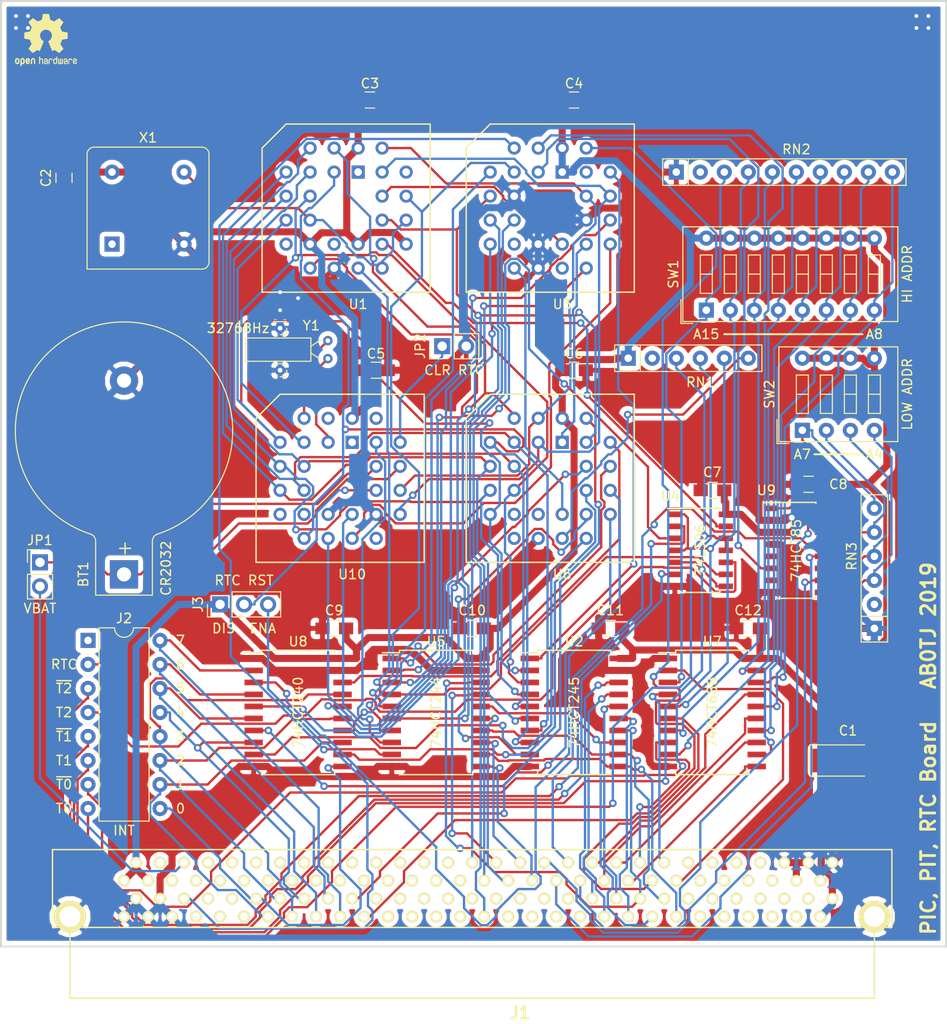
<source format=kicad_pcb>
(kicad_pcb (version 20171130) (host pcbnew "(5.0.2)-1")
  (layers (0 F.Cu signal) (31 B.Cu signal hide) (34 B.Paste user) (35 F.Paste user) (36 B.SilkS user) (37 F.SilkS user) (38 B.Mask user) (39 F.Mask user) (44 Edge.Cuts user))
  (net 0 "")
  (net 1 +5V)
  (net 2 /SQW)
  (net 3 "Net-(JP2-Pad1)")
  (net 4 "Net-(BT1-Pad1)")
  (net 5 /~RTCI)
  (net 6 "Net-(J3-Pad2)")
  (net 7 /~RD)
  (net 8 GND)
  (net 9 /~WR)
  (net 10 /RTC_AS)
  (net 11 /~RTC_CS)
  (net 12 /D7)
  (net 13 /D6)
  (net 14 /D5)
  (net 15 /D4)
  (net 16 /D3)
  (net 17 /D2)
  (net 18 /D1)
  (net 19 /D0)
  (net 20 "Net-(U10-Pad4)")
  (net 21 "Net-(U10-Pad3)")
  (net 22 "Net-(U10-Pad2)")
  (net 23 "Net-(U1-Pad1)")
  (net 24 "Net-(U1-Pad10)")
  (net 25 "Net-(U1-Pad11)")
  (net 26 /T0)
  (net 27 "Net-(U1-Pad15)")
  (net 28 /T1)
  (net 29 /T2)
  (net 30 /A0)
  (net 31 /A1)
  (net 32 /~PIT_CS)
  (net 33 "Net-(U1-Pad25)")
  (net 34 /~INTA)
  (net 35 "Net-(U6-Pad25)")
  (net 36 "Net-(U6-Pad24)")
  (net 37 "Net-(U6-Pad23)")
  (net 38 "Net-(U6-Pad22)")
  (net 39 "Net-(U6-Pad21)")
  (net 40 "Net-(U6-Pad20)")
  (net 41 "Net-(U6-Pad19)")
  (net 42 "Net-(U6-Pad18)")
  (net 43 /INT)
  (net 44 /PU0)
  (net 45 "Net-(U6-Pad15)")
  (net 46 "Net-(U6-Pad13)")
  (net 47 "Net-(U6-Pad12)")
  (net 48 /~PIC_CS)
  (net 49 /~HIM)
  (net 50 /LOM)
  (net 51 /A3)
  (net 52 /A2)
  (net 53 /~AEN)
  (net 54 /~IOR)
  (net 55 /~IOW)
  (net 56 "Net-(U3-Pad13)")
  (net 57 "Net-(U3-Pad16)")
  (net 58 /~STS)
  (net 59 /DDIR)
  (net 60 /~INT)
  (net 61 "Net-(U3-Pad27)")
  (net 62 "Net-(J1-Pad6)")
  (net 63 "Net-(J1-Pad7)")
  (net 64 "Net-(J1-Pad8)")
  (net 65 "Net-(J1-Pad9)")
  (net 66 "Net-(J1-Pad10)")
  (net 67 "Net-(J1-Pad11)")
  (net 68 "Net-(J1-Pad12)")
  (net 69 "Net-(J1-Pad13)")
  (net 70 /A15)
  (net 71 /A14)
  (net 72 /A13)
  (net 73 /A12)
  (net 74 /A11)
  (net 75 /A10)
  (net 76 /A9)
  (net 77 /A8)
  (net 78 /A7)
  (net 79 /A6)
  (net 80 /A5)
  (net 81 /A4)
  (net 82 /bA3)
  (net 83 /bA2)
  (net 84 /bA1)
  (net 85 /bA0)
  (net 86 "Net-(J1-Pad32)")
  (net 87 "Net-(J1-Pad33)")
  (net 88 "Net-(J1-Pad34)")
  (net 89 "Net-(J1-Pad35)")
  (net 90 "Net-(J1-Pad36)")
  (net 91 "Net-(J1-Pad37)")
  (net 92 "Net-(J1-Pad38)")
  (net 93 "Net-(J1-Pad39)")
  (net 94 "Net-(J1-Pad40)")
  (net 95 "Net-(J1-Pad41)")
  (net 96 "Net-(J1-Pad42)")
  (net 97 "Net-(J1-Pad43)")
  (net 98 "Net-(J1-Pad44)")
  (net 99 "Net-(J1-Pad45)")
  (net 100 "Net-(J1-Pad46)")
  (net 101 "Net-(J1-Pad47)")
  (net 102 "Net-(J1-Pad48)")
  (net 103 "Net-(J1-Pad49)")
  (net 104 "Net-(J1-Pad50)")
  (net 105 "Net-(J1-Pad51)")
  (net 106 "Net-(J1-Pad52)")
  (net 107 "Net-(J1-Pad53)")
  (net 108 "Net-(J1-Pad54)")
  (net 109 /VBAT)
  (net 110 "Net-(J1-Pad56)")
  (net 111 "Net-(J1-Pad57)")
  (net 112 "Net-(J1-Pad63)")
  (net 113 "Net-(J1-Pad64)")
  (net 114 "Net-(J1-Pad65)")
  (net 115 "Net-(J1-Pad66)")
  (net 116 "Net-(J1-Pad67)")
  (net 117 "Net-(J1-Pad68)")
  (net 118 "Net-(J1-Pad69)")
  (net 119 "Net-(J1-Pad70)")
  (net 120 "Net-(J1-Pad71)")
  (net 121 "Net-(J1-Pad72)")
  (net 122 "Net-(J1-Pad73)")
  (net 123 /bD7)
  (net 124 /bD6)
  (net 125 /bD5)
  (net 126 /bD4)
  (net 127 /bD3)
  (net 128 /bD2)
  (net 129 /bD1)
  (net 130 /bD0)
  (net 131 "Net-(J1-Pad82)")
  (net 132 "Net-(J1-Pad83)")
  (net 133 "Net-(J1-Pad84)")
  (net 134 "Net-(J1-Pad85)")
  (net 135 "Net-(J1-Pad86)")
  (net 136 "Net-(J1-Pad87)")
  (net 137 "Net-(J1-Pad88)")
  (net 138 "Net-(J1-Pad89)")
  (net 139 "Net-(J1-Pad91)")
  (net 140 "Net-(J1-Pad92)")
  (net 141 "Net-(J1-Pad93)")
  (net 142 "Net-(J1-Pad94)")
  (net 143 "Net-(J1-Pad95)")
  (net 144 "Net-(J1-Pad96)")
  (net 145 "Net-(J1-Pad97)")
  (net 146 "Net-(J1-Pad98)")
  (net 147 "Net-(J1-Pad99)")
  (net 148 /~IRQ7)
  (net 149 /~IRQ6)
  (net 150 /~IRQ5)
  (net 151 /~IRQ4)
  (net 152 /~IRQ3)
  (net 153 /~IRQ2)
  (net 154 /~IRQ1)
  (net 155 /~IRQ0)
  (net 156 "Net-(J1-Pad110)")
  (net 157 "Net-(J1-Pad111)")
  (net 158 "Net-(J1-Pad112)")
  (net 159 "Net-(J1-Pad113)")
  (net 160 "Net-(J1-Pad114)")
  (net 161 /~RESET)
  (net 162 /PU1)
  (net 163 /PU2)
  (net 164 /PU3)
  (net 165 "Net-(RN1-Pad2)")
  (net 166 "Net-(RN3-Pad2)")
  (net 167 "Net-(RN3-Pad3)")
  (net 168 "Net-(RN3-Pad4)")
  (net 169 "Net-(RN3-Pad5)")
  (net 170 "Net-(RN3-Pad6)")
  (net 171 "Net-(RN2-Pad10)")
  (net 172 "Net-(RN2-Pad9)")
  (net 173 "Net-(RN2-Pad8)")
  (net 174 "Net-(RN2-Pad7)")
  (net 175 "Net-(RN2-Pad6)")
  (net 176 "Net-(RN2-Pad5)")
  (net 177 "Net-(RN2-Pad4)")
  (net 178 "Net-(RN2-Pad3)")
  (net 179 "Net-(RN2-Pad2)")
  (net 180 "Net-(X1-Pad1)")
  (net 181 "Net-(U9-Pad7)")
  (net 182 "Net-(U9-Pad5)")
  (net 183 "Net-(J2-Pad1)")
  (net 184 "Net-(J2-Pad8)")
  (net 185 "Net-(J2-Pad4)")
  (net 186 "Net-(J2-Pad6)")
  (module Battery:BatteryHolder_Keystone_103_1x20mm (layer F.Cu) (at 33.02 80.645 90)
    (fp_text reference BT1 (at 0 -4.3 90) (layer F.SilkS))
    (fp_text value CR2032 (at 0.635 4.445 90) (layer F.SilkS))
    (fp_text user + (at 2.75 0 90) (layer F.SilkS) (effects (font (size 1.5 1.5))))
    (pad 2 thru_hole circle (at 20.49 0 90) (size 3 3) (drill 1.5) (layers *.Cu *.Mask) (net 8 GND))
    (pad 1 thru_hole rect (at 0 0 90) (size 3 3) (drill 1.5) (layers *.Cu *.Mask) (net 4 "Net-(BT1-Pad1)"))
  )
  (module Buttons_Switches_THT:SW_DIP_x4_W7.62mm_Slide (layer F.Cu) (at 104.775 65.405 90)
    (fp_text reference SW2 (at 3.81 -3.48 90) (layer F.SilkS))
    (fp_text value "LOW ADDR" (at 3.81 11.1 90) (layer F.SilkS))
    (pad 8 thru_hole oval (at 7.62 0 90) (size 1.6 1.6) (drill 0.8) (layers *.Cu *.Mask) (net 1 +5V))
    (pad 4 thru_hole oval (at 0 7.62 90) (size 1.6 1.6) (drill 0.8) (layers *.Cu *.Mask) (net 167 "Net-(RN3-Pad3)"))
    (pad 7 thru_hole oval (at 7.62 2.54 90) (size 1.6 1.6) (drill 0.8) (layers *.Cu *.Mask) (net 1 +5V))
    (pad 3 thru_hole oval (at 0 5.08 90) (size 1.6 1.6) (drill 0.8) (layers *.Cu *.Mask) (net 168 "Net-(RN3-Pad4)"))
    (pad 6 thru_hole oval (at 7.62 5.08 90) (size 1.6 1.6) (drill 0.8) (layers *.Cu *.Mask) (net 1 +5V))
    (pad 2 thru_hole oval (at 0 2.54 90) (size 1.6 1.6) (drill 0.8) (layers *.Cu *.Mask) (net 169 "Net-(RN3-Pad5)"))
    (pad 5 thru_hole oval (at 7.62 7.62 90) (size 1.6 1.6) (drill 0.8) (layers *.Cu *.Mask) (net 1 +5V))
    (pad 1 thru_hole rect (at 0 0 90) (size 1.6 1.6) (drill 0.8) (layers *.Cu *.Mask) (net 170 "Net-(RN3-Pad6)"))
  )
  (module Buttons_Switches_THT:SW_DIP_x8_W7.62mm_Slide (layer F.Cu) (at 94.615 52.705 90)
    (fp_text reference SW1 (at 3.81 -3.48 90) (layer F.SilkS))
    (fp_text value "HI ADDR" (at 3.81 21.26 90) (layer F.SilkS))
    (pad 16 thru_hole oval (at 7.62 0 90) (size 1.6 1.6) (drill 0.8) (layers *.Cu *.Mask) (net 1 +5V))
    (pad 8 thru_hole oval (at 0 17.78 90) (size 1.6 1.6) (drill 0.8) (layers *.Cu *.Mask) (net 171 "Net-(RN2-Pad10)"))
    (pad 15 thru_hole oval (at 7.62 2.54 90) (size 1.6 1.6) (drill 0.8) (layers *.Cu *.Mask) (net 1 +5V))
    (pad 7 thru_hole oval (at 0 15.24 90) (size 1.6 1.6) (drill 0.8) (layers *.Cu *.Mask) (net 172 "Net-(RN2-Pad9)"))
    (pad 14 thru_hole oval (at 7.62 5.08 90) (size 1.6 1.6) (drill 0.8) (layers *.Cu *.Mask) (net 1 +5V))
    (pad 6 thru_hole oval (at 0 12.7 90) (size 1.6 1.6) (drill 0.8) (layers *.Cu *.Mask) (net 173 "Net-(RN2-Pad8)"))
    (pad 13 thru_hole oval (at 7.62 7.62 90) (size 1.6 1.6) (drill 0.8) (layers *.Cu *.Mask) (net 1 +5V))
    (pad 5 thru_hole oval (at 0 10.16 90) (size 1.6 1.6) (drill 0.8) (layers *.Cu *.Mask) (net 174 "Net-(RN2-Pad7)"))
    (pad 12 thru_hole oval (at 7.62 10.16 90) (size 1.6 1.6) (drill 0.8) (layers *.Cu *.Mask) (net 1 +5V))
    (pad 4 thru_hole oval (at 0 7.62 90) (size 1.6 1.6) (drill 0.8) (layers *.Cu *.Mask) (net 175 "Net-(RN2-Pad6)"))
    (pad 11 thru_hole oval (at 7.62 12.7 90) (size 1.6 1.6) (drill 0.8) (layers *.Cu *.Mask) (net 1 +5V))
    (pad 3 thru_hole oval (at 0 5.08 90) (size 1.6 1.6) (drill 0.8) (layers *.Cu *.Mask) (net 176 "Net-(RN2-Pad5)"))
    (pad 10 thru_hole oval (at 7.62 15.24 90) (size 1.6 1.6) (drill 0.8) (layers *.Cu *.Mask) (net 1 +5V))
    (pad 2 thru_hole oval (at 0 2.54 90) (size 1.6 1.6) (drill 0.8) (layers *.Cu *.Mask) (net 177 "Net-(RN2-Pad4)"))
    (pad 9 thru_hole oval (at 7.62 17.78 90) (size 1.6 1.6) (drill 0.8) (layers *.Cu *.Mask) (net 1 +5V))
    (pad 1 thru_hole rect (at 0 0 90) (size 1.6 1.6) (drill 0.8) (layers *.Cu *.Mask) (net 178 "Net-(RN2-Pad3)"))
  )
  (module Capacitors_SMD:C_0805_HandSoldering (layer F.Cu) (at 95.27 71.755 180)
    (fp_text reference C7 (at 0.02 1.905 180) (layer F.SilkS))
    (fp_text value .1uF)
    (pad 2 smd rect (at 1.25 0 180) (size 1.5 1.25) (layers F.Cu F.Paste F.Mask) (net 8 GND))
    (pad 1 smd rect (at -1.25 0 180) (size 1.5 1.25) (layers F.Cu F.Paste F.Mask) (net 1 +5V))
  )
  (module Capacitors_SMD:C_0805_HandSoldering (layer F.Cu) (at 26.67 38.715 270)
    (fp_text reference C2 (at 0 1.905 270) (layer F.SilkS))
    (fp_text value .1uF)
    (pad 1 smd rect (at -1.25 0 270) (size 1.5 1.25) (layers F.Cu F.Paste F.Mask) (net 1 +5V))
    (pad 2 smd rect (at 1.25 0 270) (size 1.5 1.25) (layers F.Cu F.Paste F.Mask) (net 8 GND))
  )
  (module Capacitors_SMD:C_0805_HandSoldering (layer F.Cu) (at 59.035 30.48)
    (fp_text reference C3 (at 0 -1.75) (layer F.SilkS))
    (fp_text value .1uF)
    (pad 2 smd rect (at 1.25 0) (size 1.5 1.25) (layers F.Cu F.Paste F.Mask) (net 8 GND))
    (pad 1 smd rect (at -1.25 0) (size 1.5 1.25) (layers F.Cu F.Paste F.Mask) (net 1 +5V))
  )
  (module Capacitors_SMD:C_0805_HandSoldering (layer F.Cu) (at 80.625 30.48)
    (fp_text reference C4 (at 0 -1.75) (layer F.SilkS))
    (fp_text value .1uF)
    (pad 1 smd rect (at -1.25 0) (size 1.5 1.25) (layers F.Cu F.Paste F.Mask) (net 1 +5V))
    (pad 2 smd rect (at 1.25 0) (size 1.5 1.25) (layers F.Cu F.Paste F.Mask) (net 8 GND))
  )
  (module Capacitors_SMD:C_0805_HandSoldering (layer F.Cu) (at 59.67 59.055)
    (fp_text reference C5 (at 0 -1.75) (layer F.SilkS))
    (fp_text value .1uF)
    (pad 2 smd rect (at 1.25 0) (size 1.5 1.25) (layers F.Cu F.Paste F.Mask) (net 8 GND))
    (pad 1 smd rect (at -1.25 0) (size 1.5 1.25) (layers F.Cu F.Paste F.Mask) (net 1 +5V))
  )
  (module Capacitors_SMD:C_0805_HandSoldering (layer F.Cu) (at 105.43 71.12 180)
    (fp_text reference C8 (at -3.155 0 180) (layer F.SilkS))
    (fp_text value .1uF)
    (pad 1 smd rect (at -1.25 0 180) (size 1.5 1.25) (layers F.Cu F.Paste F.Mask) (net 1 +5V))
    (pad 2 smd rect (at 1.25 0 180) (size 1.5 1.25) (layers F.Cu F.Paste F.Mask) (net 8 GND))
  )
  (module Capacitors_SMD:C_0805_HandSoldering (layer F.Cu) (at 55.265 86.36 180)
    (fp_text reference C9 (at 0.02 1.905 180) (layer F.SilkS))
    (fp_text value .1uF)
    (pad 2 smd rect (at 1.25 0 180) (size 1.5 1.25) (layers F.Cu F.Paste F.Mask) (net 8 GND))
    (pad 1 smd rect (at -1.25 0 180) (size 1.5 1.25) (layers F.Cu F.Paste F.Mask) (net 1 +5V))
  )
  (module Capacitors_SMD:C_0805_HandSoldering (layer F.Cu) (at 69.83 86.36 180)
    (fp_text reference C10 (at -0.02 1.905 180) (layer F.SilkS))
    (fp_text value .1uF)
    (pad 1 smd rect (at -1.25 0 180) (size 1.5 1.25) (layers F.Cu F.Paste F.Mask) (net 1 +5V))
    (pad 2 smd rect (at 1.25 0 180) (size 1.5 1.25) (layers F.Cu F.Paste F.Mask) (net 8 GND))
  )
  (module Capacitors_SMD:C_0805_HandSoldering (layer F.Cu) (at 84.475 86.36 180)
    (fp_text reference C11 (at 0 1.905 180) (layer F.SilkS))
    (fp_text value .1uF)
    (pad 2 smd rect (at 1.25 0 180) (size 1.5 1.25) (layers F.Cu F.Paste F.Mask) (net 8 GND))
    (pad 1 smd rect (at -1.25 0 180) (size 1.5 1.25) (layers F.Cu F.Paste F.Mask) (net 1 +5V))
  )
  (module Capacitors_SMD:C_0805_HandSoldering (layer F.Cu) (at 99.04 86.36 180)
    (fp_text reference C12 (at 0 1.905 180) (layer F.SilkS))
    (fp_text value .1uF)
    (pad 1 smd rect (at -1.25 0 180) (size 1.5 1.25) (layers F.Cu F.Paste F.Mask) (net 1 +5V))
    (pad 2 smd rect (at 1.25 0 180) (size 1.5 1.25) (layers F.Cu F.Paste F.Mask) (net 8 GND))
  )
  (module Capacitors_SMD:C_0805_HandSoldering (layer F.Cu) (at 80.625 59.055)
    (fp_text reference C6 (at 0 -1.75) (layer F.SilkS))
    (fp_text value .1uF)
    (pad 2 smd rect (at 1.25 0) (size 1.5 1.25) (layers F.Cu F.Paste F.Mask) (net 8 GND))
    (pad 1 smd rect (at -1.25 0) (size 1.5 1.25) (layers F.Cu F.Paste F.Mask) (net 1 +5V))
  )
  (module Capacitors_Tantalum_SMD:CP_Tantalum_Case-B_EIA-3528-21_Hand (layer F.Cu) (at 109.61 100.33)
    (fp_text reference C1 (at 0 -3.15) (layer F.SilkS))
    (fp_text value 33uF)
    (pad 2 smd rect (at 2.15 0) (size 3.2 2.5) (layers F.Cu F.Paste F.Mask) (net 8 GND))
    (pad 1 smd rect (at -2.15 0) (size 3.2 2.5) (layers F.Cu F.Paste F.Mask) (net 1 +5V))
  )
  (module Crystals:Crystal_C26-LF_d2.1mm_l6.5mm_Horizontal (layer F.Cu) (at 54.5827 55.9272 270)
    (fp_text reference Y1 (at -1.6 1.75) (layer F.SilkS))
    (fp_text value 32768Hz (at -1.3172 9.4977) (layer F.SilkS))
    (pad 2 thru_hole circle (at 1.9 0 270) (size 1 1) (drill 0.5) (layers *.Cu *.Mask) (net 21 "Net-(U10-Pad3)"))
    (pad 1 thru_hole circle (at 0 0 270) (size 1 1) (drill 0.5) (layers *.Cu *.Mask) (net 20 "Net-(U10-Pad4)"))
  )
  (module Housings_DIP:DIP-16_W7.62mm (layer F.Cu) (at 29.21 87.63)
    (fp_text reference J2 (at 3.81 -2.33) (layer F.SilkS))
    (fp_text value INT (at 3.81 20.11) (layer F.SilkS))
    (pad 16 thru_hole oval (at 7.62 0) (size 1.6 1.6) (drill 0.8) (layers *.Cu *.Mask) (net 148 /~IRQ7))
    (pad 8 thru_hole oval (at 0 17.78) (size 1.6 1.6) (drill 0.8) (layers *.Cu *.Mask) (net 184 "Net-(J2-Pad8)"))
    (pad 15 thru_hole oval (at 7.62 2.54) (size 1.6 1.6) (drill 0.8) (layers *.Cu *.Mask) (net 149 /~IRQ6))
    (pad 7 thru_hole oval (at 0 15.24) (size 1.6 1.6) (drill 0.8) (layers *.Cu *.Mask) (net 162 /PU1))
    (pad 14 thru_hole oval (at 7.62 5.08) (size 1.6 1.6) (drill 0.8) (layers *.Cu *.Mask) (net 150 /~IRQ5))
    (pad 6 thru_hole oval (at 0 12.7) (size 1.6 1.6) (drill 0.8) (layers *.Cu *.Mask) (net 186 "Net-(J2-Pad6)"))
    (pad 13 thru_hole oval (at 7.62 7.62) (size 1.6 1.6) (drill 0.8) (layers *.Cu *.Mask) (net 151 /~IRQ4))
    (pad 5 thru_hole oval (at 0 10.16) (size 1.6 1.6) (drill 0.8) (layers *.Cu *.Mask) (net 163 /PU2))
    (pad 12 thru_hole oval (at 7.62 10.16) (size 1.6 1.6) (drill 0.8) (layers *.Cu *.Mask) (net 152 /~IRQ3))
    (pad 4 thru_hole oval (at 0 7.62) (size 1.6 1.6) (drill 0.8) (layers *.Cu *.Mask) (net 185 "Net-(J2-Pad4)"))
    (pad 11 thru_hole oval (at 7.62 12.7) (size 1.6 1.6) (drill 0.8) (layers *.Cu *.Mask) (net 153 /~IRQ2))
    (pad 3 thru_hole oval (at 0 5.08) (size 1.6 1.6) (drill 0.8) (layers *.Cu *.Mask) (net 164 /PU3))
    (pad 10 thru_hole oval (at 7.62 15.24) (size 1.6 1.6) (drill 0.8) (layers *.Cu *.Mask) (net 154 /~IRQ1))
    (pad 2 thru_hole oval (at 0 2.54) (size 1.6 1.6) (drill 0.8) (layers *.Cu *.Mask) (net 5 /~RTCI))
    (pad 9 thru_hole oval (at 7.62 17.78) (size 1.6 1.6) (drill 0.8) (layers *.Cu *.Mask) (net 155 /~IRQ0))
    (pad 1 thru_hole rect (at 0 0) (size 1.6 1.6) (drill 0.8) (layers *.Cu *.Mask) (net 183 "Net-(J2-Pad1)"))
  )
  (module Housings_SOIC:SOIC-14_3.9x8.7mm_Pitch1.27mm (layer F.Cu) (at 93.98 78.105)
    (fp_text reference U4 (at -3.175 -5.715) (layer F.SilkS))
    (fp_text value 74LS06 (at 0 0 90) (layer F.SilkS))
    (pad 14 smd rect (at 2.7 -3.81) (size 1.5 0.6) (layers F.Cu F.Paste F.Mask) (net 1 +5V))
    (pad 13 smd rect (at 2.7 -2.54) (size 1.5 0.6) (layers F.Cu F.Paste F.Mask) (net 29 /T2))
    (pad 12 smd rect (at 2.7 -1.27) (size 1.5 0.6) (layers F.Cu F.Paste F.Mask) (net 164 /PU3))
    (pad 11 smd rect (at 2.7 0) (size 1.5 0.6) (layers F.Cu F.Paste F.Mask) (net 164 /PU3))
    (pad 10 smd rect (at 2.7 1.27) (size 1.5 0.6) (layers F.Cu F.Paste F.Mask) (net 185 "Net-(J2-Pad4)"))
    (pad 9 smd rect (at 2.7 2.54) (size 1.5 0.6) (layers F.Cu F.Paste F.Mask) (net 28 /T1))
    (pad 8 smd rect (at 2.7 3.81) (size 1.5 0.6) (layers F.Cu F.Paste F.Mask) (net 163 /PU2))
    (pad 7 smd rect (at -2.7 3.81) (size 1.5 0.6) (layers F.Cu F.Paste F.Mask) (net 8 GND))
    (pad 6 smd rect (at -2.7 2.54) (size 1.5 0.6) (layers F.Cu F.Paste F.Mask) (net 186 "Net-(J2-Pad6)"))
    (pad 5 smd rect (at -2.7 1.27) (size 1.5 0.6) (layers F.Cu F.Paste F.Mask) (net 163 /PU2))
    (pad 4 smd rect (at -2.7 0) (size 1.5 0.6) (layers F.Cu F.Paste F.Mask) (net 162 /PU1))
    (pad 3 smd rect (at -2.7 -1.27) (size 1.5 0.6) (layers F.Cu F.Paste F.Mask) (net 26 /T0))
    (pad 2 smd rect (at -2.7 -2.54) (size 1.5 0.6) (layers F.Cu F.Paste F.Mask) (net 184 "Net-(J2-Pad8)"))
    (pad 1 smd rect (at -2.7 -3.81) (size 1.5 0.6) (layers F.Cu F.Paste F.Mask) (net 162 /PU1))
  )
  (module Housings_SOIC:SOIC-16_3.9x9.9mm_Pitch1.27mm (layer F.Cu) (at 104.14 78.105)
    (fp_text reference U9 (at -3.175 -6.35) (layer F.SilkS))
    (fp_text value 74HCT85 (at 0 0 90) (layer F.SilkS))
    (pad 16 smd rect (at 2.7 -4.445) (size 1.5 0.6) (layers F.Cu F.Paste F.Mask) (net 1 +5V))
    (pad 15 smd rect (at 2.7 -3.175) (size 1.5 0.6) (layers F.Cu F.Paste F.Mask) (net 78 /A7))
    (pad 14 smd rect (at 2.7 -1.905) (size 1.5 0.6) (layers F.Cu F.Paste F.Mask) (net 169 "Net-(RN3-Pad5)"))
    (pad 13 smd rect (at 2.7 -0.635) (size 1.5 0.6) (layers F.Cu F.Paste F.Mask) (net 79 /A6))
    (pad 12 smd rect (at 2.7 0.635) (size 1.5 0.6) (layers F.Cu F.Paste F.Mask) (net 80 /A5))
    (pad 11 smd rect (at 2.7 1.905) (size 1.5 0.6) (layers F.Cu F.Paste F.Mask) (net 168 "Net-(RN3-Pad4)"))
    (pad 10 smd rect (at 2.7 3.175) (size 1.5 0.6) (layers F.Cu F.Paste F.Mask) (net 81 /A4))
    (pad 9 smd rect (at 2.7 4.445) (size 1.5 0.6) (layers F.Cu F.Paste F.Mask) (net 167 "Net-(RN3-Pad3)"))
    (pad 8 smd rect (at -2.7 4.445) (size 1.5 0.6) (layers F.Cu F.Paste F.Mask) (net 8 GND))
    (pad 7 smd rect (at -2.7 3.175) (size 1.5 0.6) (layers F.Cu F.Paste F.Mask) (net 181 "Net-(U9-Pad7)"))
    (pad 6 smd rect (at -2.7 1.905) (size 1.5 0.6) (layers F.Cu F.Paste F.Mask) (net 50 /LOM))
    (pad 5 smd rect (at -2.7 0.635) (size 1.5 0.6) (layers F.Cu F.Paste F.Mask) (net 182 "Net-(U9-Pad5)"))
    (pad 4 smd rect (at -2.7 -0.635) (size 1.5 0.6) (layers F.Cu F.Paste F.Mask) (net 8 GND))
    (pad 3 smd rect (at -2.7 -1.905) (size 1.5 0.6) (layers F.Cu F.Paste F.Mask) (net 1 +5V))
    (pad 2 smd rect (at -2.7 -3.175) (size 1.5 0.6) (layers F.Cu F.Paste F.Mask) (net 8 GND))
    (pad 1 smd rect (at -2.7 -4.445) (size 1.5 0.6) (layers F.Cu F.Paste F.Mask) (net 170 "Net-(RN3-Pad6)"))
  )
  (module Housings_SOIC:SOIC-20W_7.5x12.8mm_Pitch1.27mm (layer F.Cu) (at 51.435 95.25)
    (fp_text reference U8 (at 0 -7.5) (layer F.SilkS))
    (fp_text value 74HCT240 (at 0 0 90) (layer F.SilkS))
    (pad 1 smd rect (at -4.7 -5.715) (size 1.95 0.6) (layers F.Cu F.Paste F.Mask) (net 8 GND))
    (pad 2 smd rect (at -4.7 -4.445) (size 1.95 0.6) (layers F.Cu F.Paste F.Mask) (net 148 /~IRQ7))
    (pad 3 smd rect (at -4.7 -3.175) (size 1.95 0.6) (layers F.Cu F.Paste F.Mask) (net 39 "Net-(U6-Pad21)"))
    (pad 4 smd rect (at -4.7 -1.905) (size 1.95 0.6) (layers F.Cu F.Paste F.Mask) (net 149 /~IRQ6))
    (pad 5 smd rect (at -4.7 -0.635) (size 1.95 0.6) (layers F.Cu F.Paste F.Mask) (net 40 "Net-(U6-Pad20)"))
    (pad 6 smd rect (at -4.7 0.635) (size 1.95 0.6) (layers F.Cu F.Paste F.Mask) (net 150 /~IRQ5))
    (pad 7 smd rect (at -4.7 1.905) (size 1.95 0.6) (layers F.Cu F.Paste F.Mask) (net 41 "Net-(U6-Pad19)"))
    (pad 8 smd rect (at -4.7 3.175) (size 1.95 0.6) (layers F.Cu F.Paste F.Mask) (net 151 /~IRQ4))
    (pad 9 smd rect (at -4.7 4.445) (size 1.95 0.6) (layers F.Cu F.Paste F.Mask) (net 42 "Net-(U6-Pad18)"))
    (pad 10 smd rect (at -4.7 5.715) (size 1.95 0.6) (layers F.Cu F.Paste F.Mask) (net 8 GND))
    (pad 11 smd rect (at 4.7 5.715) (size 1.95 0.6) (layers F.Cu F.Paste F.Mask) (net 155 /~IRQ0))
    (pad 12 smd rect (at 4.7 4.445) (size 1.95 0.6) (layers F.Cu F.Paste F.Mask) (net 38 "Net-(U6-Pad22)"))
    (pad 13 smd rect (at 4.7 3.175) (size 1.95 0.6) (layers F.Cu F.Paste F.Mask) (net 154 /~IRQ1))
    (pad 14 smd rect (at 4.7 1.905) (size 1.95 0.6) (layers F.Cu F.Paste F.Mask) (net 37 "Net-(U6-Pad23)"))
    (pad 15 smd rect (at 4.7 0.635) (size 1.95 0.6) (layers F.Cu F.Paste F.Mask) (net 153 /~IRQ2))
    (pad 16 smd rect (at 4.7 -0.635) (size 1.95 0.6) (layers F.Cu F.Paste F.Mask) (net 36 "Net-(U6-Pad24)"))
    (pad 17 smd rect (at 4.7 -1.905) (size 1.95 0.6) (layers F.Cu F.Paste F.Mask) (net 152 /~IRQ3))
    (pad 18 smd rect (at 4.7 -3.175) (size 1.95 0.6) (layers F.Cu F.Paste F.Mask) (net 35 "Net-(U6-Pad25)"))
    (pad 19 smd rect (at 4.7 -4.445) (size 1.95 0.6) (layers F.Cu F.Paste F.Mask) (net 8 GND))
    (pad 20 smd rect (at 4.7 -5.715) (size 1.95 0.6) (layers F.Cu F.Paste F.Mask) (net 1 +5V))
  )
  (module Housings_SOIC:SOIC-20W_7.5x12.8mm_Pitch1.27mm (layer F.Cu) (at 95.25 95.25)
    (fp_text reference U7 (at 0 -7.5) (layer F.SilkS))
    (fp_text value 74HCT688 (at 0 0 90) (layer F.SilkS))
    (pad 20 smd rect (at 4.7 -5.715) (size 1.95 0.6) (layers F.Cu F.Paste F.Mask) (net 1 +5V))
    (pad 19 smd rect (at 4.7 -4.445) (size 1.95 0.6) (layers F.Cu F.Paste F.Mask) (net 49 /~HIM))
    (pad 18 smd rect (at 4.7 -3.175) (size 1.95 0.6) (layers F.Cu F.Paste F.Mask) (net 171 "Net-(RN2-Pad10)"))
    (pad 17 smd rect (at 4.7 -1.905) (size 1.95 0.6) (layers F.Cu F.Paste F.Mask) (net 77 /A8))
    (pad 16 smd rect (at 4.7 -0.635) (size 1.95 0.6) (layers F.Cu F.Paste F.Mask) (net 172 "Net-(RN2-Pad9)"))
    (pad 15 smd rect (at 4.7 0.635) (size 1.95 0.6) (layers F.Cu F.Paste F.Mask) (net 76 /A9))
    (pad 14 smd rect (at 4.7 1.905) (size 1.95 0.6) (layers F.Cu F.Paste F.Mask) (net 173 "Net-(RN2-Pad8)"))
    (pad 13 smd rect (at 4.7 3.175) (size 1.95 0.6) (layers F.Cu F.Paste F.Mask) (net 75 /A10))
    (pad 12 smd rect (at 4.7 4.445) (size 1.95 0.6) (layers F.Cu F.Paste F.Mask) (net 174 "Net-(RN2-Pad7)"))
    (pad 11 smd rect (at 4.7 5.715) (size 1.95 0.6) (layers F.Cu F.Paste F.Mask) (net 74 /A11))
    (pad 10 smd rect (at -4.7 5.715) (size 1.95 0.6) (layers F.Cu F.Paste F.Mask) (net 8 GND))
    (pad 9 smd rect (at -4.7 4.445) (size 1.95 0.6) (layers F.Cu F.Paste F.Mask) (net 175 "Net-(RN2-Pad6)"))
    (pad 8 smd rect (at -4.7 3.175) (size 1.95 0.6) (layers F.Cu F.Paste F.Mask) (net 73 /A12))
    (pad 7 smd rect (at -4.7 1.905) (size 1.95 0.6) (layers F.Cu F.Paste F.Mask) (net 176 "Net-(RN2-Pad5)"))
    (pad 6 smd rect (at -4.7 0.635) (size 1.95 0.6) (layers F.Cu F.Paste F.Mask) (net 72 /A13))
    (pad 5 smd rect (at -4.7 -0.635) (size 1.95 0.6) (layers F.Cu F.Paste F.Mask) (net 177 "Net-(RN2-Pad4)"))
    (pad 4 smd rect (at -4.7 -1.905) (size 1.95 0.6) (layers F.Cu F.Paste F.Mask) (net 71 /A14))
    (pad 3 smd rect (at -4.7 -3.175) (size 1.95 0.6) (layers F.Cu F.Paste F.Mask) (net 178 "Net-(RN2-Pad3)"))
    (pad 2 smd rect (at -4.7 -4.445) (size 1.95 0.6) (layers F.Cu F.Paste F.Mask) (net 70 /A15))
    (pad 1 smd rect (at -4.7 -5.715) (size 1.95 0.6) (layers F.Cu F.Paste F.Mask) (net 8 GND))
  )
  (module Housings_SOIC:SOIC-20W_7.5x12.8mm_Pitch1.27mm (layer F.Cu) (at 80.645 95.25)
    (fp_text reference U2 (at 0 -7.5) (layer F.SilkS))
    (fp_text value 74HCT245 (at 0 0 90) (layer F.SilkS))
    (pad 1 smd rect (at -4.7 -5.715) (size 1.95 0.6) (layers F.Cu F.Paste F.Mask) (net 59 /DDIR))
    (pad 2 smd rect (at -4.7 -4.445) (size 1.95 0.6) (layers F.Cu F.Paste F.Mask) (net 19 /D0))
    (pad 3 smd rect (at -4.7 -3.175) (size 1.95 0.6) (layers F.Cu F.Paste F.Mask) (net 18 /D1))
    (pad 4 smd rect (at -4.7 -1.905) (size 1.95 0.6) (layers F.Cu F.Paste F.Mask) (net 17 /D2))
    (pad 5 smd rect (at -4.7 -0.635) (size 1.95 0.6) (layers F.Cu F.Paste F.Mask) (net 16 /D3))
    (pad 6 smd rect (at -4.7 0.635) (size 1.95 0.6) (layers F.Cu F.Paste F.Mask) (net 15 /D4))
    (pad 7 smd rect (at -4.7 1.905) (size 1.95 0.6) (layers F.Cu F.Paste F.Mask) (net 14 /D5))
    (pad 8 smd rect (at -4.7 3.175) (size 1.95 0.6) (layers F.Cu F.Paste F.Mask) (net 13 /D6))
    (pad 9 smd rect (at -4.7 4.445) (size 1.95 0.6) (layers F.Cu F.Paste F.Mask) (net 12 /D7))
    (pad 10 smd rect (at -4.7 5.715) (size 1.95 0.6) (layers F.Cu F.Paste F.Mask) (net 8 GND))
    (pad 11 smd rect (at 4.7 5.715) (size 1.95 0.6) (layers F.Cu F.Paste F.Mask) (net 123 /bD7))
    (pad 12 smd rect (at 4.7 4.445) (size 1.95 0.6) (layers F.Cu F.Paste F.Mask) (net 124 /bD6))
    (pad 13 smd rect (at 4.7 3.175) (size 1.95 0.6) (layers F.Cu F.Paste F.Mask) (net 125 /bD5))
    (pad 14 smd rect (at 4.7 1.905) (size 1.95 0.6) (layers F.Cu F.Paste F.Mask) (net 126 /bD4))
    (pad 15 smd rect (at 4.7 0.635) (size 1.95 0.6) (layers F.Cu F.Paste F.Mask) (net 127 /bD3))
    (pad 16 smd rect (at 4.7 -0.635) (size 1.95 0.6) (layers F.Cu F.Paste F.Mask) (net 128 /bD2))
    (pad 17 smd rect (at 4.7 -1.905) (size 1.95 0.6) (layers F.Cu F.Paste F.Mask) (net 129 /bD1))
    (pad 18 smd rect (at 4.7 -3.175) (size 1.95 0.6) (layers F.Cu F.Paste F.Mask) (net 130 /bD0))
    (pad 19 smd rect (at 4.7 -4.445) (size 1.95 0.6) (layers F.Cu F.Paste F.Mask) (net 8 GND))
    (pad 20 smd rect (at 4.7 -5.715) (size 1.95 0.6) (layers F.Cu F.Paste F.Mask) (net 1 +5V))
  )
  (module Housings_SOIC:SOIC-20W_7.5x12.8mm_Pitch1.27mm (layer F.Cu) (at 66.04 95.25)
    (fp_text reference U5 (at 0 -7.5) (layer F.SilkS))
    (fp_text value 74HCT244 (at 0 0 90) (layer F.SilkS))
    (pad 20 smd rect (at 4.7 -5.715) (size 1.95 0.6) (layers F.Cu F.Paste F.Mask) (net 1 +5V))
    (pad 19 smd rect (at 4.7 -4.445) (size 1.95 0.6) (layers F.Cu F.Paste F.Mask) (net 8 GND))
    (pad 18 smd rect (at 4.7 -3.175) (size 1.95 0.6) (layers F.Cu F.Paste F.Mask) (net 126 /bD4))
    (pad 17 smd rect (at 4.7 -1.905) (size 1.95 0.6) (layers F.Cu F.Paste F.Mask) (net 85 /bA0))
    (pad 16 smd rect (at 4.7 -0.635) (size 1.95 0.6) (layers F.Cu F.Paste F.Mask) (net 125 /bD5))
    (pad 15 smd rect (at 4.7 0.635) (size 1.95 0.6) (layers F.Cu F.Paste F.Mask) (net 84 /bA1))
    (pad 14 smd rect (at 4.7 1.905) (size 1.95 0.6) (layers F.Cu F.Paste F.Mask) (net 124 /bD6))
    (pad 13 smd rect (at 4.7 3.175) (size 1.95 0.6) (layers F.Cu F.Paste F.Mask) (net 83 /bA2))
    (pad 12 smd rect (at 4.7 4.445) (size 1.95 0.6) (layers F.Cu F.Paste F.Mask) (net 123 /bD7))
    (pad 11 smd rect (at 4.7 5.715) (size 1.95 0.6) (layers F.Cu F.Paste F.Mask) (net 82 /bA3))
    (pad 10 smd rect (at -4.7 5.715) (size 1.95 0.6) (layers F.Cu F.Paste F.Mask) (net 8 GND))
    (pad 9 smd rect (at -4.7 4.445) (size 1.95 0.6) (layers F.Cu F.Paste F.Mask) (net 51 /A3))
    (pad 8 smd rect (at -4.7 3.175) (size 1.95 0.6) (layers F.Cu F.Paste F.Mask) (net 2 /SQW))
    (pad 7 smd rect (at -4.7 1.905) (size 1.95 0.6) (layers F.Cu F.Paste F.Mask) (net 52 /A2))
    (pad 6 smd rect (at -4.7 0.635) (size 1.95 0.6) (layers F.Cu F.Paste F.Mask) (net 29 /T2))
    (pad 5 smd rect (at -4.7 -0.635) (size 1.95 0.6) (layers F.Cu F.Paste F.Mask) (net 31 /A1))
    (pad 4 smd rect (at -4.7 -1.905) (size 1.95 0.6) (layers F.Cu F.Paste F.Mask) (net 28 /T1))
    (pad 3 smd rect (at -4.7 -3.175) (size 1.95 0.6) (layers F.Cu F.Paste F.Mask) (net 30 /A0))
    (pad 2 smd rect (at -4.7 -4.445) (size 1.95 0.6) (layers F.Cu F.Paste F.Mask) (net 26 /T0))
    (pad 1 smd rect (at -4.7 -5.715) (size 1.95 0.6) (layers F.Cu F.Paste F.Mask) (net 58 /~STS))
  )
  (module Oscillators:Oscillator_DIP-8 (layer F.Cu) (at 31.75 45.72)
    (fp_text reference X1 (at 3.81 -11.26) (layer F.SilkS))
    (fp_text value 2MHz)
    (pad 4 thru_hole circle (at 7.62 0) (size 1.6 1.6) (drill 0.8) (layers *.Cu *.Mask) (net 8 GND))
    (pad 5 thru_hole circle (at 7.62 -7.62) (size 1.6 1.6) (drill 0.8) (layers *.Cu *.Mask) (net 24 "Net-(U1-Pad10)"))
    (pad 8 thru_hole circle (at 0 -7.62) (size 1.6 1.6) (drill 0.8) (layers *.Cu *.Mask) (net 1 +5V))
    (pad 1 thru_hole rect (at 0 0) (size 1.6 1.6) (drill 0.8) (layers *.Cu *.Mask) (net 180 "Net-(X1-Pad1)"))
  )
  (module Pin_Headers:Pin_Header_Straight_1x01_Pitch1.00mm (layer F.Cu) (at 49.53 54.61 180)
    (fp_text reference J5)
    (fp_text value mounts)
    (pad 1 thru_hole rect (at 0 0 180) (size 0.85 0.85) (drill 0.5) (layers *.Cu *.Mask) (net 8 GND))
  )
  (module Pin_Headers:Pin_Header_Straight_1x01_Pitch1.00mm (layer F.Cu) (at 49.53 59.055 180)
    (fp_text reference J4)
    (fp_text value Crystal)
    (pad 1 thru_hole rect (at 0 0 180) (size 0.85 0.85) (drill 0.5) (layers *.Cu *.Mask) (net 8 GND))
  )
  (module Pin_Headers:Pin_Header_Straight_1x02_Pitch2.54mm (layer F.Cu) (at 66.675 56.515 90)
    (fp_text reference JP2 (at 0 -2.33 90) (layer F.SilkS))
    (fp_text value "CLR RTC" (at -2.54 1.27 180) (layer F.SilkS))
    (pad 1 thru_hole rect (at 0 0 90) (size 1.7 1.7) (drill 1) (layers *.Cu *.Mask) (net 3 "Net-(JP2-Pad1)"))
    (pad 2 thru_hole oval (at 0 2.54 90) (size 1.7 1.7) (drill 1) (layers *.Cu *.Mask) (net 8 GND))
  )
  (module Pin_Headers:Pin_Header_Straight_1x02_Pitch2.54mm (layer F.Cu) (at 24.13 79.375)
    (fp_text reference JP1 (at 0 -2.33) (layer F.SilkS))
    (fp_text value VBAT (at 0 4.87) (layer F.SilkS))
    (pad 2 thru_hole oval (at 0 2.54) (size 1.7 1.7) (drill 1) (layers *.Cu *.Mask) (net 109 /VBAT))
    (pad 1 thru_hole rect (at 0 0) (size 1.7 1.7) (drill 1) (layers *.Cu *.Mask) (net 4 "Net-(BT1-Pad1)"))
  )
  (module Pin_Headers:Pin_Header_Straight_1x03_Pitch2.54mm (layer F.Cu) (at 43.18 83.82 90)
    (fp_text reference J3 (at 0 -2.33 90) (layer F.SilkS))
    (fp_text value "RTC RST" (at 2.54 2.54 180) (layer F.SilkS))
    (pad 3 thru_hole oval (at 0 5.08 90) (size 1.7 1.7) (drill 1) (layers *.Cu *.Mask) (net 161 /~RESET))
    (pad 2 thru_hole oval (at 0 2.54 90) (size 1.7 1.7) (drill 1) (layers *.Cu *.Mask) (net 6 "Net-(J3-Pad2)"))
    (pad 1 thru_hole rect (at 0 0 90) (size 1.7 1.7) (drill 1) (layers *.Cu *.Mask) (net 1 +5V))
  )
  (module Resistors_THT:R_Array_SIP10 (layer F.Cu) (at 91.44 38.1)
    (fp_text reference RN2 (at 12.7 -2.4) (layer F.SilkS))
    (fp_text value 10k)
    (pad 10 thru_hole oval (at 22.86 0) (size 1.6 1.6) (drill 0.8) (layers *.Cu *.Mask) (net 171 "Net-(RN2-Pad10)"))
    (pad 9 thru_hole oval (at 20.32 0) (size 1.6 1.6) (drill 0.8) (layers *.Cu *.Mask) (net 172 "Net-(RN2-Pad9)"))
    (pad 8 thru_hole oval (at 17.78 0) (size 1.6 1.6) (drill 0.8) (layers *.Cu *.Mask) (net 173 "Net-(RN2-Pad8)"))
    (pad 7 thru_hole oval (at 15.24 0) (size 1.6 1.6) (drill 0.8) (layers *.Cu *.Mask) (net 174 "Net-(RN2-Pad7)"))
    (pad 6 thru_hole oval (at 12.7 0) (size 1.6 1.6) (drill 0.8) (layers *.Cu *.Mask) (net 175 "Net-(RN2-Pad6)"))
    (pad 5 thru_hole oval (at 10.16 0) (size 1.6 1.6) (drill 0.8) (layers *.Cu *.Mask) (net 176 "Net-(RN2-Pad5)"))
    (pad 4 thru_hole oval (at 7.62 0) (size 1.6 1.6) (drill 0.8) (layers *.Cu *.Mask) (net 177 "Net-(RN2-Pad4)"))
    (pad 3 thru_hole oval (at 5.08 0) (size 1.6 1.6) (drill 0.8) (layers *.Cu *.Mask) (net 178 "Net-(RN2-Pad3)"))
    (pad 2 thru_hole oval (at 2.54 0) (size 1.6 1.6) (drill 0.8) (layers *.Cu *.Mask) (net 179 "Net-(RN2-Pad2)"))
    (pad 1 thru_hole rect (at 0 0) (size 1.6 1.6) (drill 0.8) (layers *.Cu *.Mask) (net 8 GND))
  )
  (module Resistors_THT:R_Array_SIP6 (layer F.Cu) (at 112.395 86.36 90)
    (fp_text reference RN3 (at 7.62 -2.4 90) (layer F.SilkS))
    (fp_text value 10k)
    (pad 1 thru_hole rect (at 0 0 90) (size 1.6 1.6) (drill 0.8) (layers *.Cu *.Mask) (net 8 GND))
    (pad 2 thru_hole oval (at 2.54 0 90) (size 1.6 1.6) (drill 0.8) (layers *.Cu *.Mask) (net 166 "Net-(RN3-Pad2)"))
    (pad 3 thru_hole oval (at 5.08 0 90) (size 1.6 1.6) (drill 0.8) (layers *.Cu *.Mask) (net 167 "Net-(RN3-Pad3)"))
    (pad 4 thru_hole oval (at 7.62 0 90) (size 1.6 1.6) (drill 0.8) (layers *.Cu *.Mask) (net 168 "Net-(RN3-Pad4)"))
    (pad 5 thru_hole oval (at 10.16 0 90) (size 1.6 1.6) (drill 0.8) (layers *.Cu *.Mask) (net 169 "Net-(RN3-Pad5)"))
    (pad 6 thru_hole oval (at 12.7 0 90) (size 1.6 1.6) (drill 0.8) (layers *.Cu *.Mask) (net 170 "Net-(RN3-Pad6)"))
  )
  (module Resistors_THT:R_Array_SIP6 (layer F.Cu) (at 86.36 57.785)
    (fp_text reference RN1 (at 7.62 2.54) (layer F.SilkS))
    (fp_text value 10k)
    (pad 6 thru_hole oval (at 12.7 0) (size 1.6 1.6) (drill 0.8) (layers *.Cu *.Mask) (net 44 /PU0))
    (pad 5 thru_hole oval (at 10.16 0) (size 1.6 1.6) (drill 0.8) (layers *.Cu *.Mask) (net 162 /PU1))
    (pad 4 thru_hole oval (at 7.62 0) (size 1.6 1.6) (drill 0.8) (layers *.Cu *.Mask) (net 163 /PU2))
    (pad 3 thru_hole oval (at 5.08 0) (size 1.6 1.6) (drill 0.8) (layers *.Cu *.Mask) (net 164 /PU3))
    (pad 2 thru_hole oval (at 2.54 0) (size 1.6 1.6) (drill 0.8) (layers *.Cu *.Mask) (net 165 "Net-(RN1-Pad2)"))
    (pad 1 thru_hole rect (at 0 0) (size 1.6 1.6) (drill 0.8) (layers *.Cu *.Mask) (net 1 +5V))
  )
  (module SamacSys_Parts:JAE_TX24-120R-LT-H1E (layer F.Cu) (at 69.85 117.983 180)
    (fp_text reference J1 (at -5.0546 -9.017 180) (layer F.SilkS) (effects (font (size 1.27 1.27) (thickness 0.254))))
    (fp_text value CheapBusTX24-RA hide)
    (pad 1 thru_hole circle (at -38.1 6.858 270) (size 1.2192 1.2192) (drill 0.8128) (layers *.Cu *.Mask F.SilkS) (net 8 GND))
    (pad 2 thru_hole circle (at -36.83 4.953 270) (size 1.2192 1.2192) (drill 0.8128) (layers *.Cu *.Mask F.SilkS) (net 8 GND))
    (pad 3 thru_hole circle (at -35.56 6.858 270) (size 1.2192 1.2192) (drill 0.8128) (layers *.Cu *.Mask F.SilkS) (net 8 GND))
    (pad 4 thru_hole circle (at -34.29 4.953 270) (size 1.2192 1.2192) (drill 0.8128) (layers *.Cu *.Mask F.SilkS) (net 8 GND))
    (pad 5 thru_hole circle (at -33.02 6.858 270) (size 1.2192 1.2192) (drill 0.8128) (layers *.Cu *.Mask F.SilkS) (net 8 GND))
    (pad 6 thru_hole circle (at -31.75 4.953 270) (size 1.2192 1.2192) (drill 0.8128) (layers *.Cu *.Mask F.SilkS) (net 62 "Net-(J1-Pad6)"))
    (pad 7 thru_hole circle (at -30.48 6.858 270) (size 1.2192 1.2192) (drill 0.8128) (layers *.Cu *.Mask F.SilkS) (net 63 "Net-(J1-Pad7)"))
    (pad 8 thru_hole circle (at -29.21 4.953 270) (size 1.2192 1.2192) (drill 0.8128) (layers *.Cu *.Mask F.SilkS) (net 64 "Net-(J1-Pad8)"))
    (pad 9 thru_hole circle (at -27.94 6.858 270) (size 1.2192 1.2192) (drill 0.8128) (layers *.Cu *.Mask F.SilkS) (net 65 "Net-(J1-Pad9)"))
    (pad 10 thru_hole circle (at -26.67 4.953 270) (size 1.2192 1.2192) (drill 0.8128) (layers *.Cu *.Mask F.SilkS) (net 66 "Net-(J1-Pad10)"))
    (pad 11 thru_hole circle (at -25.4 6.858 270) (size 1.2192 1.2192) (drill 0.8128) (layers *.Cu *.Mask F.SilkS) (net 67 "Net-(J1-Pad11)"))
    (pad 12 thru_hole circle (at -24.13 4.953 270) (size 1.2192 1.2192) (drill 0.8128) (layers *.Cu *.Mask F.SilkS) (net 68 "Net-(J1-Pad12)"))
    (pad 13 thru_hole circle (at -22.86 6.858 270) (size 1.2192 1.2192) (drill 0.8128) (layers *.Cu *.Mask F.SilkS) (net 69 "Net-(J1-Pad13)"))
    (pad 14 thru_hole circle (at -21.59 4.953 270) (size 1.2192 1.2192) (drill 0.8128) (layers *.Cu *.Mask F.SilkS) (net 70 /A15))
    (pad 15 thru_hole circle (at -20.32 6.858 270) (size 1.2192 1.2192) (drill 0.8128) (layers *.Cu *.Mask F.SilkS) (net 71 /A14))
    (pad 16 thru_hole circle (at -19.05 4.953 270) (size 1.2192 1.2192) (drill 0.8128) (layers *.Cu *.Mask F.SilkS) (net 72 /A13))
    (pad 17 thru_hole circle (at -17.78 6.858 270) (size 1.2192 1.2192) (drill 0.8128) (layers *.Cu *.Mask F.SilkS) (net 73 /A12))
    (pad 18 thru_hole circle (at -16.51 4.953 270) (size 1.2192 1.2192) (drill 0.8128) (layers *.Cu *.Mask F.SilkS) (net 74 /A11))
    (pad 19 thru_hole circle (at -15.24 6.858 270) (size 1.2192 1.2192) (drill 0.8128) (layers *.Cu *.Mask F.SilkS) (net 75 /A10))
    (pad 20 thru_hole circle (at -13.97 4.953 270) (size 1.2192 1.2192) (drill 0.8128) (layers *.Cu *.Mask F.SilkS) (net 76 /A9))
    (pad 21 thru_hole circle (at -12.7 6.858 270) (size 1.2192 1.2192) (drill 0.8128) (layers *.Cu *.Mask F.SilkS) (net 77 /A8))
    (pad 22 thru_hole circle (at -11.43 4.953 270) (size 1.2192 1.2192) (drill 0.8128) (layers *.Cu *.Mask F.SilkS) (net 78 /A7))
    (pad 23 thru_hole circle (at -10.16 6.858 270) (size 1.2192 1.2192) (drill 0.8128) (layers *.Cu *.Mask F.SilkS) (net 79 /A6))
    (pad 24 thru_hole circle (at -8.89 4.953 270) (size 1.2192 1.2192) (drill 0.8128) (layers *.Cu *.Mask F.SilkS) (net 80 /A5))
    (pad 25 thru_hole circle (at -7.62 6.858 270) (size 1.2192 1.2192) (drill 0.8128) (layers *.Cu *.Mask F.SilkS) (net 81 /A4))
    (pad 26 thru_hole circle (at -6.35 4.953 270) (size 1.2192 1.2192) (drill 0.8128) (layers *.Cu *.Mask F.SilkS) (net 82 /bA3))
    (pad 27 thru_hole circle (at -5.08 6.858 270) (size 1.2192 1.2192) (drill 0.8128) (layers *.Cu *.Mask F.SilkS) (net 83 /bA2))
    (pad 28 thru_hole circle (at -3.81 4.953 270) (size 1.2192 1.2192) (drill 0.8128) (layers *.Cu *.Mask F.SilkS) (net 84 /bA1))
    (pad 29 thru_hole circle (at -2.54 6.858 270) (size 1.2192 1.2192) (drill 0.8128) (layers *.Cu *.Mask F.SilkS) (net 85 /bA0))
    (pad 30 thru_hole circle (at -1.27 4.953 270) (size 1.2192 1.2192) (drill 0.8128) (layers *.Cu *.Mask F.SilkS) (net 54 /~IOR))
    (pad 31 thru_hole circle (at 0 6.858 270) (size 1.2192 1.2192) (drill 0.8128) (layers *.Cu *.Mask F.SilkS) (net 55 /~IOW))
    (pad 32 thru_hole circle (at 1.27 4.953 270) (size 1.2192 1.2192) (drill 0.8128) (layers *.Cu *.Mask F.SilkS) (net 86 "Net-(J1-Pad32)"))
    (pad 33 thru_hole circle (at 2.54 6.858 270) (size 1.2192 1.2192) (drill 0.8128) (layers *.Cu *.Mask F.SilkS) (net 87 "Net-(J1-Pad33)"))
    (pad 34 thru_hole circle (at 3.81 4.953 270) (size 1.2192 1.2192) (drill 0.8128) (layers *.Cu *.Mask F.SilkS) (net 88 "Net-(J1-Pad34)"))
    (pad 35 thru_hole circle (at 5.08 6.858 270) (size 1.2192 1.2192) (drill 0.8128) (layers *.Cu *.Mask F.SilkS) (net 89 "Net-(J1-Pad35)"))
    (pad 36 thru_hole circle (at 6.35 4.953 270) (size 1.2192 1.2192) (drill 0.8128) (layers *.Cu *.Mask F.SilkS) (net 90 "Net-(J1-Pad36)"))
    (pad 37 thru_hole circle (at 7.62 6.858 270) (size 1.2192 1.2192) (drill 0.8128) (layers *.Cu *.Mask F.SilkS) (net 91 "Net-(J1-Pad37)"))
    (pad 38 thru_hole circle (at 8.89 4.953 270) (size 1.2192 1.2192) (drill 0.8128) (layers *.Cu *.Mask F.SilkS) (net 92 "Net-(J1-Pad38)"))
    (pad 39 thru_hole circle (at 10.16 6.858 270) (size 1.2192 1.2192) (drill 0.8128) (layers *.Cu *.Mask F.SilkS) (net 93 "Net-(J1-Pad39)"))
    (pad 40 thru_hole circle (at 11.43 4.953 270) (size 1.2192 1.2192) (drill 0.8128) (layers *.Cu *.Mask F.SilkS) (net 94 "Net-(J1-Pad40)"))
    (pad 41 thru_hole circle (at 12.7 6.858 270) (size 1.2192 1.2192) (drill 0.8128) (layers *.Cu *.Mask F.SilkS) (net 95 "Net-(J1-Pad41)"))
    (pad 42 thru_hole circle (at 13.97 4.953 270) (size 1.2192 1.2192) (drill 0.8128) (layers *.Cu *.Mask F.SilkS) (net 96 "Net-(J1-Pad42)"))
    (pad 43 thru_hole circle (at 15.24 6.858 270) (size 1.2192 1.2192) (drill 0.8128) (layers *.Cu *.Mask F.SilkS) (net 97 "Net-(J1-Pad43)"))
    (pad 44 thru_hole circle (at 16.51 4.953 270) (size 1.2192 1.2192) (drill 0.8128) (layers *.Cu *.Mask F.SilkS) (net 98 "Net-(J1-Pad44)"))
    (pad 45 thru_hole circle (at 17.78 6.858 270) (size 1.2192 1.2192) (drill 0.8128) (layers *.Cu *.Mask F.SilkS) (net 99 "Net-(J1-Pad45)"))
    (pad 46 thru_hole circle (at 19.05 4.953 270) (size 1.2192 1.2192) (drill 0.8128) (layers *.Cu *.Mask F.SilkS) (net 100 "Net-(J1-Pad46)"))
    (pad 47 thru_hole circle (at 20.32 6.858 270) (size 1.2192 1.2192) (drill 0.8128) (layers *.Cu *.Mask F.SilkS) (net 101 "Net-(J1-Pad47)"))
    (pad 48 thru_hole circle (at 21.59 4.953 270) (size 1.2192 1.2192) (drill 0.8128) (layers *.Cu *.Mask F.SilkS) (net 102 "Net-(J1-Pad48)"))
    (pad 49 thru_hole circle (at 22.86 6.858 270) (size 1.2192 1.2192) (drill 0.8128) (layers *.Cu *.Mask F.SilkS) (net 103 "Net-(J1-Pad49)"))
    (pad 50 thru_hole circle (at 24.13 4.953 270) (size 1.2192 1.2192) (drill 0.8128) (layers *.Cu *.Mask F.SilkS) (net 104 "Net-(J1-Pad50)"))
    (pad 51 thru_hole circle (at 25.4 6.858 270) (size 1.2192 1.2192) (drill 0.8128) (layers *.Cu *.Mask F.SilkS) (net 105 "Net-(J1-Pad51)"))
    (pad 52 thru_hole circle (at 26.67 4.953 270) (size 1.2192 1.2192) (drill 0.8128) (layers *.Cu *.Mask F.SilkS) (net 106 "Net-(J1-Pad52)"))
    (pad 53 thru_hole circle (at 27.94 6.858 270) (size 1.2192 1.2192) (drill 0.8128) (layers *.Cu *.Mask F.SilkS) (net 107 "Net-(J1-Pad53)"))
    (pad 54 thru_hole circle (at 29.21 4.953 270) (size 1.2192 1.2192) (drill 0.8128) (layers *.Cu *.Mask F.SilkS) (net 108 "Net-(J1-Pad54)"))
    (pad 55 thru_hole circle (at 30.48 6.858 270) (size 1.2192 1.2192) (drill 0.8128) (layers *.Cu *.Mask F.SilkS) (net 109 /VBAT))
    (pad 56 thru_hole circle (at 31.75 4.953 270) (size 1.2192 1.2192) (drill 0.8128) (layers *.Cu *.Mask F.SilkS) (net 110 "Net-(J1-Pad56)"))
    (pad 57 thru_hole circle (at 33.02 6.858 270) (size 1.2192 1.2192) (drill 0.8128) (layers *.Cu *.Mask F.SilkS) (net 111 "Net-(J1-Pad57)"))
    (pad 58 thru_hole circle (at 34.29 4.953 270) (size 1.2192 1.2192) (drill 0.8128) (layers *.Cu *.Mask F.SilkS) (net 1 +5V))
    (pad 59 thru_hole circle (at 35.56 6.858 270) (size 1.2192 1.2192) (drill 0.8128) (layers *.Cu *.Mask F.SilkS) (net 1 +5V))
    (pad 60 thru_hole circle (at 36.83 4.953 270) (size 1.2192 1.2192) (drill 0.8128) (layers *.Cu *.Mask F.SilkS) (net 1 +5V))
    (pad 61 thru_hole circle (at -38.1 3.048 270) (size 1.2192 1.2192) (drill 0.8128) (layers *.Cu *.Mask F.SilkS) (net 1 +5V))
    (pad 62 thru_hole circle (at -36.83 1.143 270) (size 1.2192 1.2192) (drill 0.8128) (layers *.Cu *.Mask F.SilkS) (net 1 +5V))
    (pad 63 thru_hole circle (at -35.56 3.048 270) (size 1.2192 1.2192) (drill 0.8128) (layers *.Cu *.Mask F.SilkS) (net 112 "Net-(J1-Pad63)"))
    (pad 64 thru_hole circle (at -34.29 1.143 270) (size 1.2192 1.2192) (drill 0.8128) (layers *.Cu *.Mask F.SilkS) (net 113 "Net-(J1-Pad64)"))
    (pad 65 thru_hole circle (at -33.02 3.048 270) (size 1.2192 1.2192) (drill 0.8128) (layers *.Cu *.Mask F.SilkS) (net 114 "Net-(J1-Pad65)"))
    (pad 66 thru_hole circle (at -31.75 1.143 270) (size 1.2192 1.2192) (drill 0.8128) (layers *.Cu *.Mask F.SilkS) (net 115 "Net-(J1-Pad66)"))
    (pad 67 thru_hole circle (at -30.48 3.048 270) (size 1.2192 1.2192) (drill 0.8128) (layers *.Cu *.Mask F.SilkS) (net 116 "Net-(J1-Pad67)"))
    (pad 68 thru_hole circle (at -29.21 1.143 270) (size 1.2192 1.2192) (drill 0.8128) (layers *.Cu *.Mask F.SilkS) (net 117 "Net-(J1-Pad68)"))
    (pad 69 thru_hole circle (at -27.94 3.048 270) (size 1.2192 1.2192) (drill 0.8128) (layers *.Cu *.Mask F.SilkS) (net 118 "Net-(J1-Pad69)"))
    (pad 70 thru_hole circle (at -26.67 1.143 270) (size 1.2192 1.2192) (drill 0.8128) (layers *.Cu *.Mask F.SilkS) (net 119 "Net-(J1-Pad70)"))
    (pad 71 thru_hole circle (at -25.4 3.048 270) (size 1.2192 1.2192) (drill 0.8128) (layers *.Cu *.Mask F.SilkS) (net 120 "Net-(J1-Pad71)"))
    (pad 72 thru_hole circle (at -24.13 1.143 270) (size 1.2192 1.2192) (drill 0.8128) (layers *.Cu *.Mask F.SilkS) (net 121 "Net-(J1-Pad72)"))
    (pad 73 thru_hole circle (at -22.86 3.048 270) (size 1.2192 1.2192) (drill 0.8128) (layers *.Cu *.Mask F.SilkS) (net 122 "Net-(J1-Pad73)"))
    (pad 74 thru_hole circle (at -21.59 1.143 270) (size 1.2192 1.2192) (drill 0.8128) (layers *.Cu *.Mask F.SilkS) (net 123 /bD7))
    (pad 75 thru_hole circle (at -20.32 3.048 270) (size 1.2192 1.2192) (drill 0.8128) (layers *.Cu *.Mask F.SilkS) (net 124 /bD6))
    (pad 76 thru_hole circle (at -19.05 1.143 270) (size 1.2192 1.2192) (drill 0.8128) (layers *.Cu *.Mask F.SilkS) (net 125 /bD5))
    (pad 77 thru_hole circle (at -17.78 3.048 270) (size 1.2192 1.2192) (drill 0.8128) (layers *.Cu *.Mask F.SilkS) (net 126 /bD4))
    (pad 78 thru_hole circle (at -16.51 1.143 270) (size 1.2192 1.2192) (drill 0.8128) (layers *.Cu *.Mask F.SilkS) (net 127 /bD3))
    (pad 79 thru_hole circle (at -15.24 3.048 270) (size 1.2192 1.2192) (drill 0.8128) (layers *.Cu *.Mask F.SilkS) (net 128 /bD2))
    (pad 80 thru_hole circle (at -13.97 1.143 270) (size 1.2192 1.2192) (drill 0.8128) (layers *.Cu *.Mask F.SilkS) (net 129 /bD1))
    (pad 81 thru_hole circle (at -12.7 3.048 270) (size 1.2192 1.2192) (drill 0.8128) (layers *.Cu *.Mask F.SilkS) (net 130 /bD0))
    (pad 82 thru_hole circle (at -11.43 1.143 270) (size 1.2192 1.2192) (drill 0.8128) (layers *.Cu *.Mask F.SilkS) (net 131 "Net-(J1-Pad82)"))
    (pad 83 thru_hole circle (at -10.16 3.048 270) (size 1.2192 1.2192) (drill 0.8128) (layers *.Cu *.Mask F.SilkS) (net 132 "Net-(J1-Pad83)"))
    (pad 84 thru_hole circle (at -8.89 1.143 270) (size 1.2192 1.2192) (drill 0.8128) (layers *.Cu *.Mask F.SilkS) (net 133 "Net-(J1-Pad84)"))
    (pad 85 thru_hole circle (at -7.62 3.048 270) (size 1.2192 1.2192) (drill 0.8128) (layers *.Cu *.Mask F.SilkS) (net 134 "Net-(J1-Pad85)"))
    (pad 86 thru_hole circle (at -6.35 1.143 270) (size 1.2192 1.2192) (drill 0.8128) (layers *.Cu *.Mask F.SilkS) (net 135 "Net-(J1-Pad86)"))
    (pad 87 thru_hole circle (at -5.08 3.048 270) (size 1.2192 1.2192) (drill 0.8128) (layers *.Cu *.Mask F.SilkS) (net 136 "Net-(J1-Pad87)"))
    (pad 88 thru_hole circle (at -3.81 1.143 270) (size 1.2192 1.2192) (drill 0.8128) (layers *.Cu *.Mask F.SilkS) (net 137 "Net-(J1-Pad88)"))
    (pad 89 thru_hole circle (at -2.54 3.048 270) (size 1.2192 1.2192) (drill 0.8128) (layers *.Cu *.Mask F.SilkS) (net 138 "Net-(J1-Pad89)"))
    (pad 90 thru_hole circle (at -1.27 1.143 270) (size 1.2192 1.2192) (drill 0.8128) (layers *.Cu *.Mask F.SilkS) (net 53 /~AEN))
    (pad 91 thru_hole circle (at 0 3.048 270) (size 1.2192 1.2192) (drill 0.8128) (layers *.Cu *.Mask F.SilkS) (net 139 "Net-(J1-Pad91)"))
    (pad 92 thru_hole circle (at 1.27 1.143 270) (size 1.2192 1.2192) (drill 0.8128) (layers *.Cu *.Mask F.SilkS) (net 140 "Net-(J1-Pad92)"))
    (pad 93 thru_hole circle (at 2.54 3.048 270) (size 1.2192 1.2192) (drill 0.8128) (layers *.Cu *.Mask F.SilkS) (net 141 "Net-(J1-Pad93)"))
    (pad 94 thru_hole circle (at 3.81 1.143 270) (size 1.2192 1.2192) (drill 0.8128) (layers *.Cu *.Mask F.SilkS) (net 142 "Net-(J1-Pad94)"))
    (pad 95 thru_hole circle (at 5.08 3.048 270) (size 1.2192 1.2192) (drill 0.8128) (layers *.Cu *.Mask F.SilkS) (net 143 "Net-(J1-Pad95)"))
    (pad 96 thru_hole circle (at 6.35 1.143 270) (size 1.2192 1.2192) (drill 0.8128) (layers *.Cu *.Mask F.SilkS) (net 144 "Net-(J1-Pad96)"))
    (pad 97 thru_hole circle (at 7.62 3.048 270) (size 1.2192 1.2192) (drill 0.8128) (layers *.Cu *.Mask F.SilkS) (net 145 "Net-(J1-Pad97)"))
    (pad 98 thru_hole circle (at 8.89 1.143 270) (size 1.2192 1.2192) (drill 0.8128) (layers *.Cu *.Mask F.SilkS) (net 146 "Net-(J1-Pad98)"))
    (pad 99 thru_hole circle (at 10.16 3.048 270) (size 1.2192 1.2192) (drill 0.8128) (layers *.Cu *.Mask F.SilkS) (net 147 "Net-(J1-Pad99)"))
    (pad 100 thru_hole circle (at 11.43 1.143 270) (size 1.2192 1.2192) (drill 0.8128) (layers *.Cu *.Mask F.SilkS) (net 60 /~INT))
    (pad 101 thru_hole circle (at 12.7 3.048 270) (size 1.2192 1.2192) (drill 0.8128) (layers *.Cu *.Mask F.SilkS) (net 34 /~INTA))
    (pad 102 thru_hole circle (at 13.97 1.143 270) (size 1.2192 1.2192) (drill 0.8128) (layers *.Cu *.Mask F.SilkS) (net 148 /~IRQ7))
    (pad 103 thru_hole circle (at 15.24 3.048 270) (size 1.2192 1.2192) (drill 0.8128) (layers *.Cu *.Mask F.SilkS) (net 149 /~IRQ6))
    (pad 104 thru_hole circle (at 16.51 1.143 270) (size 1.2192 1.2192) (drill 0.8128) (layers *.Cu *.Mask F.SilkS) (net 150 /~IRQ5))
    (pad 105 thru_hole circle (at 17.78 3.048 270) (size 1.2192 1.2192) (drill 0.8128) (layers *.Cu *.Mask F.SilkS) (net 151 /~IRQ4))
    (pad 106 thru_hole circle (at 19.05 1.143 270) (size 1.2192 1.2192) (drill 0.8128) (layers *.Cu *.Mask F.SilkS) (net 152 /~IRQ3))
    (pad 107 thru_hole circle (at 20.32 3.048 270) (size 1.2192 1.2192) (drill 0.8128) (layers *.Cu *.Mask F.SilkS) (net 153 /~IRQ2))
    (pad 108 thru_hole circle (at 21.59 1.143 270) (size 1.2192 1.2192) (drill 0.8128) (layers *.Cu *.Mask F.SilkS) (net 154 /~IRQ1))
    (pad 109 thru_hole circle (at 22.86 3.048 270) (size 1.2192 1.2192) (drill 0.8128) (layers *.Cu *.Mask F.SilkS) (net 155 /~IRQ0))
    (pad 110 thru_hole circle (at 24.13 1.143 270) (size 1.2192 1.2192) (drill 0.8128) (layers *.Cu *.Mask F.SilkS) (net 156 "Net-(J1-Pad110)"))
    (pad 111 thru_hole circle (at 25.4 3.048 270) (size 1.2192 1.2192) (drill 0.8128) (layers *.Cu *.Mask F.SilkS) (net 157 "Net-(J1-Pad111)"))
    (pad 112 thru_hole circle (at 26.67 1.143 270) (size 1.2192 1.2192) (drill 0.8128) (layers *.Cu *.Mask F.SilkS) (net 158 "Net-(J1-Pad112)"))
    (pad 113 thru_hole circle (at 27.94 3.048 270) (size 1.2192 1.2192) (drill 0.8128) (layers *.Cu *.Mask F.SilkS) (net 159 "Net-(J1-Pad113)"))
    (pad 114 thru_hole circle (at 29.21 1.143 270) (size 1.2192 1.2192) (drill 0.8128) (layers *.Cu *.Mask F.SilkS) (net 160 "Net-(J1-Pad114)"))
    (pad 115 thru_hole circle (at 30.48 3.048 270) (size 1.2192 1.2192) (drill 0.8128) (layers *.Cu *.Mask F.SilkS) (net 161 /~RESET))
    (pad 116 thru_hole circle (at 31.75 1.143 270) (size 1.2192 1.2192) (drill 0.8128) (layers *.Cu *.Mask F.SilkS) (net 8 GND))
    (pad 117 thru_hole circle (at 33.02 3.048 270) (size 1.2192 1.2192) (drill 0.8128) (layers *.Cu *.Mask F.SilkS) (net 8 GND))
    (pad 118 thru_hole circle (at 34.29 1.143 270) (size 1.2192 1.2192) (drill 0.8128) (layers *.Cu *.Mask F.SilkS) (net 8 GND))
    (pad 119 thru_hole circle (at 35.56 3.048 270) (size 1.2192 1.2192) (drill 0.8128) (layers *.Cu *.Mask F.SilkS) (net 8 GND))
    (pad 120 thru_hole circle (at 36.83 1.143 270) (size 1.2192 1.2192) (drill 0.8128) (layers *.Cu *.Mask F.SilkS) (net 8 GND))
    (pad 121 thru_hole circle (at -42.545 1.143 270) (size 3.3147 3.3147) (drill 2.2098) (layers *.Cu *.Mask F.SilkS) (net 8 GND))
    (pad 122 thru_hole circle (at 42.545 1.143 270) (size 3.3147 3.3147) (drill 2.2098) (layers *.Cu *.Mask F.SilkS) (net 8 GND))
  )
  (module Sockets:PLCC28 (layer F.Cu) (at 78.105 41.91)
    (fp_text reference U3 (at 1.27 10.16) (layer F.SilkS))
    (fp_text value 22V10-PLCC)
    (pad 1 thru_hole rect (at 1.27 -3.81) (size 1.397 1.397) (drill 0.8128) (layers *.Cu *.Mask) (net 1 +5V))
    (pad 2 thru_hole circle (at -1.27 -6.35) (size 1.397 1.397) (drill 0.8128) (layers *.Cu *.Mask) (net 49 /~HIM))
    (pad 3 thru_hole circle (at -1.27 -3.81) (size 1.397 1.397) (drill 0.8128) (layers *.Cu *.Mask) (net 50 /LOM))
    (pad 4 thru_hole circle (at -3.81 -6.35) (size 1.397 1.397) (drill 0.8128) (layers *.Cu *.Mask) (net 51 /A3))
    (pad 5 thru_hole circle (at -6.35 -3.81) (size 1.397 1.397) (drill 0.8128) (layers *.Cu *.Mask) (net 52 /A2))
    (pad 6 thru_hole circle (at -3.81 -3.81) (size 1.397 1.397) (drill 0.8128) (layers *.Cu *.Mask) (net 31 /A1))
    (pad 7 thru_hole circle (at -6.35 -1.27) (size 1.397 1.397) (drill 0.8128) (layers *.Cu *.Mask) (net 30 /A0))
    (pad 8 thru_hole circle (at -3.81 -1.27) (size 1.397 1.397) (drill 0.8128) (layers *.Cu *.Mask) (net 8 GND))
    (pad 9 thru_hole circle (at -6.35 1.27) (size 1.397 1.397) (drill 0.8128) (layers *.Cu *.Mask) (net 53 /~AEN))
    (pad 10 thru_hole circle (at -3.81 1.27) (size 1.397 1.397) (drill 0.8128) (layers *.Cu *.Mask) (net 54 /~IOR))
    (pad 11 thru_hole circle (at -6.35 3.81) (size 1.397 1.397) (drill 0.8128) (layers *.Cu *.Mask) (net 55 /~IOW))
    (pad 12 thru_hole circle (at -3.81 6.35) (size 1.397 1.397) (drill 0.8128) (layers *.Cu *.Mask) (net 43 /INT))
    (pad 13 thru_hole circle (at -3.81 3.81) (size 1.397 1.397) (drill 0.8128) (layers *.Cu *.Mask) (net 56 "Net-(U3-Pad13)"))
    (pad 14 thru_hole circle (at -1.27 6.35) (size 1.397 1.397) (drill 0.8128) (layers *.Cu *.Mask) (net 8 GND))
    (pad 15 thru_hole circle (at -1.27 3.81) (size 1.397 1.397) (drill 0.8128) (layers *.Cu *.Mask) (net 8 GND))
    (pad 16 thru_hole circle (at 1.27 6.35) (size 1.397 1.397) (drill 0.8128) (layers *.Cu *.Mask) (net 57 "Net-(U3-Pad16)"))
    (pad 17 thru_hole circle (at 1.27 3.81) (size 1.397 1.397) (drill 0.8128) (layers *.Cu *.Mask) (net 32 /~PIT_CS))
    (pad 18 thru_hole circle (at 3.81 6.35) (size 1.397 1.397) (drill 0.8128) (layers *.Cu *.Mask) (net 10 /RTC_AS))
    (pad 19 thru_hole circle (at 6.35 3.81) (size 1.397 1.397) (drill 0.8128) (layers *.Cu *.Mask) (net 11 /~RTC_CS))
    (pad 20 thru_hole circle (at 3.81 3.81) (size 1.397 1.397) (drill 0.8128) (layers *.Cu *.Mask) (net 48 /~PIC_CS))
    (pad 21 thru_hole circle (at 6.35 1.27) (size 1.397 1.397) (drill 0.8128) (layers *.Cu *.Mask) (net 58 /~STS))
    (pad 22 thru_hole circle (at 3.81 1.27) (size 1.397 1.397) (drill 0.8128) (layers *.Cu *.Mask) (net 8 GND))
    (pad 23 thru_hole circle (at 6.35 -1.27) (size 1.397 1.397) (drill 0.8128) (layers *.Cu *.Mask) (net 9 /~WR))
    (pad 24 thru_hole circle (at 3.81 -1.27) (size 1.397 1.397) (drill 0.8128) (layers *.Cu *.Mask) (net 7 /~RD))
    (pad 25 thru_hole circle (at 6.35 -3.81) (size 1.397 1.397) (drill 0.8128) (layers *.Cu *.Mask) (net 59 /DDIR))
    (pad 26 thru_hole circle (at 3.81 -6.35) (size 1.397 1.397) (drill 0.8128) (layers *.Cu *.Mask) (net 60 /~INT))
    (pad 27 thru_hole circle (at 3.81 -3.81) (size 1.397 1.397) (drill 0.8128) (layers *.Cu *.Mask) (net 61 "Net-(U3-Pad27)"))
    (pad 28 thru_hole circle (at 1.27 -6.35) (size 1.397 1.397) (drill 0.8128) (layers *.Cu *.Mask) (net 1 +5V))
  )
  (module Sockets:PLCC28 (layer F.Cu) (at 78.105 70.485)
    (fp_text reference U6 (at 1.27 10.16) (layer F.SilkS))
    (fp_text value 8259A)
    (pad 28 thru_hole circle (at 1.27 -6.35) (size 1.397 1.397) (drill 0.8128) (layers *.Cu *.Mask) (net 1 +5V))
    (pad 27 thru_hole circle (at 3.81 -3.81) (size 1.397 1.397) (drill 0.8128) (layers *.Cu *.Mask) (net 30 /A0))
    (pad 26 thru_hole circle (at 3.81 -6.35) (size 1.397 1.397) (drill 0.8128) (layers *.Cu *.Mask) (net 34 /~INTA))
    (pad 25 thru_hole circle (at 6.35 -3.81) (size 1.397 1.397) (drill 0.8128) (layers *.Cu *.Mask) (net 35 "Net-(U6-Pad25)"))
    (pad 24 thru_hole circle (at 3.81 -1.27) (size 1.397 1.397) (drill 0.8128) (layers *.Cu *.Mask) (net 36 "Net-(U6-Pad24)"))
    (pad 23 thru_hole circle (at 6.35 -1.27) (size 1.397 1.397) (drill 0.8128) (layers *.Cu *.Mask) (net 37 "Net-(U6-Pad23)"))
    (pad 22 thru_hole circle (at 3.81 1.27) (size 1.397 1.397) (drill 0.8128) (layers *.Cu *.Mask) (net 38 "Net-(U6-Pad22)"))
    (pad 21 thru_hole circle (at 6.35 1.27) (size 1.397 1.397) (drill 0.8128) (layers *.Cu *.Mask) (net 39 "Net-(U6-Pad21)"))
    (pad 20 thru_hole circle (at 3.81 3.81) (size 1.397 1.397) (drill 0.8128) (layers *.Cu *.Mask) (net 40 "Net-(U6-Pad20)"))
    (pad 19 thru_hole circle (at 6.35 3.81) (size 1.397 1.397) (drill 0.8128) (layers *.Cu *.Mask) (net 41 "Net-(U6-Pad19)"))
    (pad 18 thru_hole circle (at 3.81 6.35) (size 1.397 1.397) (drill 0.8128) (layers *.Cu *.Mask) (net 42 "Net-(U6-Pad18)"))
    (pad 17 thru_hole circle (at 1.27 3.81) (size 1.397 1.397) (drill 0.8128) (layers *.Cu *.Mask) (net 43 /INT))
    (pad 16 thru_hole circle (at 1.27 6.35) (size 1.397 1.397) (drill 0.8128) (layers *.Cu *.Mask) (net 44 /PU0))
    (pad 15 thru_hole circle (at -1.27 3.81) (size 1.397 1.397) (drill 0.8128) (layers *.Cu *.Mask) (net 45 "Net-(U6-Pad15)"))
    (pad 14 thru_hole circle (at -1.27 6.35) (size 1.397 1.397) (drill 0.8128) (layers *.Cu *.Mask) (net 8 GND))
    (pad 13 thru_hole circle (at -3.81 3.81) (size 1.397 1.397) (drill 0.8128) (layers *.Cu *.Mask) (net 46 "Net-(U6-Pad13)"))
    (pad 12 thru_hole circle (at -3.81 6.35) (size 1.397 1.397) (drill 0.8128) (layers *.Cu *.Mask) (net 47 "Net-(U6-Pad12)"))
    (pad 11 thru_hole circle (at -6.35 3.81) (size 1.397 1.397) (drill 0.8128) (layers *.Cu *.Mask) (net 19 /D0))
    (pad 10 thru_hole circle (at -3.81 1.27) (size 1.397 1.397) (drill 0.8128) (layers *.Cu *.Mask) (net 18 /D1))
    (pad 9 thru_hole circle (at -6.35 1.27) (size 1.397 1.397) (drill 0.8128) (layers *.Cu *.Mask) (net 17 /D2))
    (pad 8 thru_hole circle (at -3.81 -1.27) (size 1.397 1.397) (drill 0.8128) (layers *.Cu *.Mask) (net 16 /D3))
    (pad 7 thru_hole circle (at -6.35 -1.27) (size 1.397 1.397) (drill 0.8128) (layers *.Cu *.Mask) (net 15 /D4))
    (pad 6 thru_hole circle (at -3.81 -3.81) (size 1.397 1.397) (drill 0.8128) (layers *.Cu *.Mask) (net 14 /D5))
    (pad 5 thru_hole circle (at -6.35 -3.81) (size 1.397 1.397) (drill 0.8128) (layers *.Cu *.Mask) (net 13 /D6))
    (pad 4 thru_hole circle (at -3.81 -6.35) (size 1.397 1.397) (drill 0.8128) (layers *.Cu *.Mask) (net 12 /D7))
    (pad 3 thru_hole circle (at -1.27 -3.81) (size 1.397 1.397) (drill 0.8128) (layers *.Cu *.Mask) (net 9 /~WR))
    (pad 2 thru_hole circle (at -1.27 -6.35) (size 1.397 1.397) (drill 0.8128) (layers *.Cu *.Mask) (net 7 /~RD))
    (pad 1 thru_hole rect (at 1.27 -3.81) (size 1.397 1.397) (drill 0.8128) (layers *.Cu *.Mask) (net 48 /~PIC_CS))
  )
  (module Sockets:PLCC28 (layer F.Cu) (at 56.515 41.91)
    (fp_text reference U1 (at 1.27 10.16) (layer F.SilkS))
    (fp_text value 82C54_PLCC)
    (pad 1 thru_hole rect (at 1.27 -3.81) (size 1.397 1.397) (drill 0.8128) (layers *.Cu *.Mask) (net 23 "Net-(U1-Pad1)"))
    (pad 2 thru_hole circle (at -1.27 -6.35) (size 1.397 1.397) (drill 0.8128) (layers *.Cu *.Mask) (net 12 /D7))
    (pad 3 thru_hole circle (at -1.27 -3.81) (size 1.397 1.397) (drill 0.8128) (layers *.Cu *.Mask) (net 13 /D6))
    (pad 4 thru_hole circle (at -3.81 -6.35) (size 1.397 1.397) (drill 0.8128) (layers *.Cu *.Mask) (net 14 /D5))
    (pad 5 thru_hole circle (at -6.35 -3.81) (size 1.397 1.397) (drill 0.8128) (layers *.Cu *.Mask) (net 15 /D4))
    (pad 6 thru_hole circle (at -3.81 -3.81) (size 1.397 1.397) (drill 0.8128) (layers *.Cu *.Mask) (net 16 /D3))
    (pad 7 thru_hole circle (at -6.35 -1.27) (size 1.397 1.397) (drill 0.8128) (layers *.Cu *.Mask) (net 17 /D2))
    (pad 8 thru_hole circle (at -3.81 -1.27) (size 1.397 1.397) (drill 0.8128) (layers *.Cu *.Mask) (net 18 /D1))
    (pad 9 thru_hole circle (at -6.35 1.27) (size 1.397 1.397) (drill 0.8128) (layers *.Cu *.Mask) (net 19 /D0))
    (pad 10 thru_hole circle (at -3.81 1.27) (size 1.397 1.397) (drill 0.8128) (layers *.Cu *.Mask) (net 24 "Net-(U1-Pad10)"))
    (pad 11 thru_hole circle (at -6.35 3.81) (size 1.397 1.397) (drill 0.8128) (layers *.Cu *.Mask) (net 25 "Net-(U1-Pad11)"))
    (pad 12 thru_hole circle (at -3.81 6.35) (size 1.397 1.397) (drill 0.8128) (layers *.Cu *.Mask) (net 26 /T0))
    (pad 13 thru_hole circle (at -3.81 3.81) (size 1.397 1.397) (drill 0.8128) (layers *.Cu *.Mask) (net 1 +5V))
    (pad 14 thru_hole circle (at -1.27 6.35) (size 1.397 1.397) (drill 0.8128) (layers *.Cu *.Mask) (net 8 GND))
    (pad 15 thru_hole circle (at -1.27 3.81) (size 1.397 1.397) (drill 0.8128) (layers *.Cu *.Mask) (net 27 "Net-(U1-Pad15)"))
    (pad 16 thru_hole circle (at 1.27 6.35) (size 1.397 1.397) (drill 0.8128) (layers *.Cu *.Mask) (net 28 /T1))
    (pad 17 thru_hole circle (at 1.27 3.81) (size 1.397 1.397) (drill 0.8128) (layers *.Cu *.Mask) (net 1 +5V))
    (pad 18 thru_hole circle (at 3.81 6.35) (size 1.397 1.397) (drill 0.8128) (layers *.Cu *.Mask) (net 24 "Net-(U1-Pad10)"))
    (pad 19 thru_hole circle (at 6.35 3.81) (size 1.397 1.397) (drill 0.8128) (layers *.Cu *.Mask) (net 1 +5V))
    (pad 20 thru_hole circle (at 3.81 3.81) (size 1.397 1.397) (drill 0.8128) (layers *.Cu *.Mask) (net 29 /T2))
    (pad 21 thru_hole circle (at 6.35 1.27) (size 1.397 1.397) (drill 0.8128) (layers *.Cu *.Mask) (net 24 "Net-(U1-Pad10)"))
    (pad 22 thru_hole circle (at 3.81 1.27) (size 1.397 1.397) (drill 0.8128) (layers *.Cu *.Mask) (net 30 /A0))
    (pad 23 thru_hole circle (at 6.35 -1.27) (size 1.397 1.397) (drill 0.8128) (layers *.Cu *.Mask) (net 31 /A1))
    (pad 24 thru_hole circle (at 3.81 -1.27) (size 1.397 1.397) (drill 0.8128) (layers *.Cu *.Mask) (net 32 /~PIT_CS))
    (pad 25 thru_hole circle (at 6.35 -3.81) (size 1.397 1.397) (drill 0.8128) (layers *.Cu *.Mask) (net 33 "Net-(U1-Pad25)"))
    (pad 26 thru_hole circle (at 3.81 -6.35) (size 1.397 1.397) (drill 0.8128) (layers *.Cu *.Mask) (net 7 /~RD))
    (pad 27 thru_hole circle (at 3.81 -3.81) (size 1.397 1.397) (drill 0.8128) (layers *.Cu *.Mask) (net 9 /~WR))
    (pad 28 thru_hole circle (at 1.27 -6.35) (size 1.397 1.397) (drill 0.8128) (layers *.Cu *.Mask) (net 1 +5V))
  )
  (module Sockets:PLCC28 (layer F.Cu) (at 55.88 70.485)
    (fp_text reference U10 (at 1.27 10.16) (layer F.SilkS))
    (fp_text value DS12885Q)
    (pad 28 thru_hole circle (at 1.27 -6.35) (size 1.397 1.397) (drill 0.8128) (layers *.Cu *.Mask) (net 1 +5V))
    (pad 27 thru_hole circle (at 3.81 -3.81) (size 1.397 1.397) (drill 0.8128) (layers *.Cu *.Mask) (net 2 /SQW))
    (pad 26 thru_hole circle (at 3.81 -6.35) (size 1.397 1.397) (drill 0.8128) (layers *.Cu *.Mask))
    (pad 25 thru_hole circle (at 6.35 -3.81) (size 1.397 1.397) (drill 0.8128) (layers *.Cu *.Mask) (net 3 "Net-(JP2-Pad1)"))
    (pad 24 thru_hole circle (at 3.81 -1.27) (size 1.397 1.397) (drill 0.8128) (layers *.Cu *.Mask) (net 4 "Net-(BT1-Pad1)"))
    (pad 23 thru_hole circle (at 6.35 -1.27) (size 1.397 1.397) (drill 0.8128) (layers *.Cu *.Mask) (net 5 /~RTCI))
    (pad 22 thru_hole circle (at 3.81 1.27) (size 1.397 1.397) (drill 0.8128) (layers *.Cu *.Mask) (net 6 "Net-(J3-Pad2)"))
    (pad 21 thru_hole circle (at 6.35 1.27) (size 1.397 1.397) (drill 0.8128) (layers *.Cu *.Mask) (net 7 /~RD))
    (pad 20 thru_hole circle (at 3.81 3.81) (size 1.397 1.397) (drill 0.8128) (layers *.Cu *.Mask) (net 8 GND))
    (pad 19 thru_hole circle (at 6.35 3.81) (size 1.397 1.397) (drill 0.8128) (layers *.Cu *.Mask) (net 9 /~WR))
    (pad 18 thru_hole circle (at 3.81 6.35) (size 1.397 1.397) (drill 0.8128) (layers *.Cu *.Mask))
    (pad 17 thru_hole circle (at 1.27 3.81) (size 1.397 1.397) (drill 0.8128) (layers *.Cu *.Mask) (net 10 /RTC_AS))
    (pad 16 thru_hole circle (at 1.27 6.35) (size 1.397 1.397) (drill 0.8128) (layers *.Cu *.Mask) (net 11 /~RTC_CS))
    (pad 15 thru_hole circle (at -1.27 3.81) (size 1.397 1.397) (drill 0.8128) (layers *.Cu *.Mask) (net 8 GND))
    (pad 14 thru_hole circle (at -1.27 6.35) (size 1.397 1.397) (drill 0.8128) (layers *.Cu *.Mask) (net 12 /D7))
    (pad 13 thru_hole circle (at -3.81 3.81) (size 1.397 1.397) (drill 0.8128) (layers *.Cu *.Mask))
    (pad 12 thru_hole circle (at -3.81 6.35) (size 1.397 1.397) (drill 0.8128) (layers *.Cu *.Mask) (net 13 /D6))
    (pad 11 thru_hole circle (at -6.35 3.81) (size 1.397 1.397) (drill 0.8128) (layers *.Cu *.Mask))
    (pad 10 thru_hole circle (at -3.81 1.27) (size 1.397 1.397) (drill 0.8128) (layers *.Cu *.Mask) (net 14 /D5))
    (pad 9 thru_hole circle (at -6.35 1.27) (size 1.397 1.397) (drill 0.8128) (layers *.Cu *.Mask) (net 15 /D4))
    (pad 8 thru_hole circle (at -3.81 -1.27) (size 1.397 1.397) (drill 0.8128) (layers *.Cu *.Mask) (net 16 /D3))
    (pad 7 thru_hole circle (at -6.35 -1.27) (size 1.397 1.397) (drill 0.8128) (layers *.Cu *.Mask) (net 17 /D2))
    (pad 6 thru_hole circle (at -3.81 -3.81) (size 1.397 1.397) (drill 0.8128) (layers *.Cu *.Mask) (net 18 /D1))
    (pad 5 thru_hole circle (at -6.35 -3.81) (size 1.397 1.397) (drill 0.8128) (layers *.Cu *.Mask) (net 19 /D0))
    (pad 4 thru_hole circle (at -3.81 -6.35) (size 1.397 1.397) (drill 0.8128) (layers *.Cu *.Mask) (net 20 "Net-(U10-Pad4)"))
    (pad 3 thru_hole circle (at -1.27 -3.81) (size 1.397 1.397) (drill 0.8128) (layers *.Cu *.Mask) (net 21 "Net-(U10-Pad3)"))
    (pad 2 thru_hole circle (at -1.27 -6.35) (size 1.397 1.397) (drill 0.8128) (layers *.Cu *.Mask) (net 22 "Net-(U10-Pad2)"))
    (pad 1 thru_hole rect (at 1.27 -3.81) (size 1.397 1.397) (drill 0.8128) (layers *.Cu *.Mask))
  )
  (module Symbols:OSHW-Logo2_7.3x6mm_SilkScreen (layer F.Cu) (at 24.765 24.13)
    (fp_text reference REF*** hide)
    (fp_text value OSHW-Logo2_7.3x6mm_SilkScreen hide)
  )
  (gr_line (start 96.52 55.245) (end 111.125 55.245) (layer F.SilkS) (width 0.2))
  (gr_text A8 (at 112.395 55.245) (layer F.SilkS) (effects (font (size 1 1))))
  (gr_text A15 (at 94.615 55.245) (layer F.SilkS) (effects (font (size 1 1))))
  (gr_line (start 106.045 67.945) (end 111.125 67.945) (layer F.SilkS) (width 0.2))
  (gr_text A4 (at 112.395 67.945) (layer F.SilkS) (effects (font (size 1 1))))
  (gr_text A7 (at 104.775 67.945) (layer F.SilkS) (effects (font (size 1 1))))
  (gr_text "PIC, PIT, RTC Board   AB0TJ 2019" (at 118.11 99.06 90) (layer F.SilkS) (effects (font (size 1.5 1.5) (thickness 0.3))))
  (gr_text RTC (at 26.67 90.17) (layer F.SilkS) (effects (font (size 1 1))))
  (gr_text ~T2 (at 26.67 92.71) (layer F.SilkS) (effects (font (size 1 1))))
  (gr_text T2 (at 26.67 95.25) (layer F.SilkS) (effects (font (size 1 1))))
  (gr_text ~T1 (at 26.67 97.79) (layer F.SilkS) (effects (font (size 1 1))))
  (gr_text T1 (at 26.67 100.33) (layer F.SilkS) (effects (font (size 1 1))))
  (gr_text ~T0 (at 26.67 102.87) (layer F.SilkS) (effects (font (size 1 1))))
  (gr_text T0 (at 26.67 105.41) (layer F.SilkS) (effects (font (size 1 1))))
  (gr_text 0 (at 38.989 105.41) (layer F.SilkS) (effects (font (size 1 1))))
  (gr_text 1 (at 38.989 102.87) (layer F.SilkS) (effects (font (size 1 1))))
  (gr_text 2 (at 38.989 100.33) (layer F.SilkS) (effects (font (size 1 1))))
  (gr_text 3 (at 38.989 97.79) (layer F.SilkS) (effects (font (size 1 1))))
  (gr_text 4 (at 38.989 95.25) (layer F.SilkS) (effects (font (size 1 1))))
  (gr_text 5 (at 38.989 92.71) (layer F.SilkS) (effects (font (size 1 1))))
  (gr_text 6 (at 38.989 90.17) (layer F.SilkS) (effects (font (size 1 1))))
  (gr_text 7 (at 38.989 87.63) (layer F.SilkS) (effects (font (size 1 1))))
  (gr_text "DIS  ENA" (at 45.72 86.36) (layer F.SilkS) (effects (font (size 1 1))))
  (gr_line (start 20 120) (end 20 20) (layer Edge.Cuts) (width 0.2))
  (gr_line (start 120 120) (end 20 120) (layer Edge.Cuts) (width 0.2))
  (gr_line (start 120 20) (end 120 120) (layer Edge.Cuts) (width 0.2))
  (gr_line (start 20 20) (end 120 20) (layer Edge.Cuts) (width 0.2))
  (segment (start 62.865 45.72) (end 61.6354 44.4904) (width 0.75) (layer F.Cu) (net 1))
  (segment (start 61.6354 44.4904) (end 59.0146 44.4904) (width 0.75) (layer F.Cu) (net 1))
  (segment (start 59.0146 44.4904) (end 57.785 45.72) (width 0.75) (layer F.Cu) (net 1))
  (segment (start 112.395 45.085) (end 112.395 46.3873) (width 0.75) (layer F.Cu) (net 1))
  (segment (start 112.395 46.3873) (end 113.7075 47.6998) (width 0.75) (layer F.Cu) (net 1))
  (segment (start 113.7075 47.6998) (end 113.7075 55.1702) (width 0.75) (layer F.Cu) (net 1))
  (segment (start 113.7075 55.1702) (end 112.395 56.4827) (width 0.75) (layer F.Cu) (net 1))
  (segment (start 109.855 45.085) (end 112.395 45.085) (width 0.75) (layer F.Cu) (net 1))
  (segment (start 112.395 57.785) (end 112.395 56.4827) (width 0.75) (layer F.Cu) (net 1))
  (segment (start 69.2627 89.535) (end 67.0554 87.3277) (width 0.75) (layer F.Cu) (net 1))
  (segment (start 67.0554 87.3277) (end 58.8692 87.3277) (width 0.75) (layer F.Cu) (net 1))
  (segment (start 58.8692 87.3277) (end 57.6123 88.5846) (width 0.75) (layer F.Cu) (net 1))
  (segment (start 57.15 64.135) (end 57.4413 63.8437) (width 0.75) (layer B.Cu) (net 1))
  (segment (start 57.4413 63.8437) (end 57.4413 53.6334) (width 0.75) (layer B.Cu) (net 1))
  (segment (start 57.4413 53.6334) (end 53.9346 50.1267) (width 0.75) (layer B.Cu) (net 1))
  (segment (start 53.9346 50.1267) (end 53.9346 46.9496) (width 0.75) (layer B.Cu) (net 1))
  (segment (start 53.9346 46.9496) (end 52.705 45.72) (width 0.75) (layer B.Cu) (net 1))
  (segment (start 109.855 57.785) (end 111.1573 57.785) (width 0.75) (layer F.Cu) (net 1))
  (segment (start 112.395 58.4361) (end 111.8084 58.4361) (width 0.75) (layer F.Cu) (net 1))
  (segment (start 111.8084 58.4361) (end 111.1573 57.785) (width 0.75) (layer F.Cu) (net 1))
  (segment (start 112.395 58.4361) (end 112.395 59.0873) (width 0.75) (layer F.Cu) (net 1))
  (segment (start 112.395 57.785) (end 112.395 58.4361) (width 0.75) (layer F.Cu) (net 1))
  (segment (start 79.375 59.055) (end 78.6837 59.7463) (width 0.75) (layer F.Cu) (net 1))
  (segment (start 78.6837 59.7463) (end 78.6837 60.8724) (width 0.75) (layer F.Cu) (net 1))
  (segment (start 78.6837 60.8724) (end 79.375 61.5637) (width 0.75) (layer F.Cu) (net 1))
  (segment (start 79.375 61.5637) (end 79.375 64.135) (width 0.75) (layer F.Cu) (net 1))
  (segment (start 57.15 64.135) (end 58.42 62.865) (width 0.75) (layer F.Cu) (net 1))
  (segment (start 58.42 62.865) (end 58.42 60.1823) (width 0.75) (layer F.Cu) (net 1))
  (segment (start 70.6068 89.535) (end 69.2627 89.535) (width 0.75) (layer F.Cu) (net 1))
  (segment (start 70.74 89.535) (end 70.6068 89.535) (width 0.75) (layer F.Cu) (net 1))
  (segment (start 71.7469 86.36) (end 71.7469 88.3949) (width 0.75) (layer F.Cu) (net 1))
  (segment (start 71.7469 88.3949) (end 70.6068 89.535) (width 0.75) (layer F.Cu) (net 1))
  (segment (start 71.7469 86.36) (end 72.3323 86.36) (width 0.75) (layer F.Cu) (net 1))
  (segment (start 71.08 86.36) (end 71.7468 86.36) (width 0.75) (layer F.Cu) (net 1))
  (segment (start 71.7468 86.36) (end 71.7469 86.36) (width 0.75) (layer F.Cu) (net 1))
  (segment (start 79.375 57.9277) (end 84.915 57.9277) (width 0.75) (layer F.Cu) (net 1))
  (segment (start 84.915 57.9277) (end 85.0577 57.785) (width 0.75) (layer F.Cu) (net 1))
  (segment (start 79.375 64.135) (end 80.627 65.387) (width 0.75) (layer F.Cu) (net 1))
  (segment (start 80.627 65.387) (end 80.627 78.2837) (width 0.75) (layer F.Cu) (net 1))
  (segment (start 80.627 78.2837) (end 72.5507 86.36) (width 0.75) (layer F.Cu) (net 1))
  (segment (start 72.5507 86.36) (end 72.3323 86.36) (width 0.75) (layer F.Cu) (net 1))
  (segment (start 26.67 37.465) (end 27.7973 37.465) (width 0.75) (layer F.Cu) (net 1))
  (segment (start 31.75 38.1) (end 28.4323 38.1) (width 0.75) (layer F.Cu) (net 1))
  (segment (start 28.4323 38.1) (end 27.7973 37.465) (width 0.75) (layer F.Cu) (net 1))
  (segment (start 52.705 45.72) (end 51.4026 44.4176) (width 0.75) (layer F.Cu) (net 1))
  (segment (start 51.4026 44.4176) (end 42.3061 44.4176) (width 0.75) (layer F.Cu) (net 1))
  (segment (start 42.3061 44.4176) (end 35.9885 38.1) (width 0.75) (layer F.Cu) (net 1))
  (segment (start 35.9885 38.1) (end 31.75 38.1) (width 0.75) (layer F.Cu) (net 1))
  (segment (start 97.155 45.085) (end 99.695 45.085) (width 0.75) (layer F.Cu) (net 1))
  (segment (start 94.615 45.085) (end 97.155 45.085) (width 0.75) (layer F.Cu) (net 1))
  (segment (start 96.52 71.755) (end 96.52 72.8823) (width 0.75) (layer F.Cu) (net 1))
  (segment (start 96.68 74.295) (end 96.68 73.0423) (width 0.75) (layer F.Cu) (net 1))
  (segment (start 96.68 73.0423) (end 96.52 72.8823) (width 0.75) (layer F.Cu) (net 1))
  (segment (start 100.1877 76.2) (end 98.2827 74.295) (width 0.75) (layer F.Cu) (net 1))
  (segment (start 98.2827 74.295) (end 96.68 74.295) (width 0.75) (layer F.Cu) (net 1))
  (segment (start 56.5841 44.5191) (end 53.9059 44.5191) (width 0.75) (layer F.Cu) (net 1))
  (segment (start 53.9059 44.5191) (end 52.705 45.72) (width 0.75) (layer F.Cu) (net 1))
  (segment (start 79.375 38.1) (end 80.5758 38.1) (width 0.75) (layer B.Cu) (net 1))
  (segment (start 92.9153 45.085) (end 92.9153 44.8089) (width 0.75) (layer B.Cu) (net 1))
  (segment (start 92.9153 44.8089) (end 85.0056 36.8992) (width 0.75) (layer B.Cu) (net 1))
  (segment (start 85.0056 36.8992) (end 81.4013 36.8992) (width 0.75) (layer B.Cu) (net 1))
  (segment (start 81.4013 36.8992) (end 80.5758 37.7247) (width 0.75) (layer B.Cu) (net 1))
  (segment (start 80.5758 37.7247) (end 80.5758 38.1) (width 0.75) (layer B.Cu) (net 1))
  (segment (start 92.9153 45.085) (end 93.3127 45.085) (width 0.75) (layer B.Cu) (net 1))
  (segment (start 86.36 56.4827) (end 92.9153 49.9274) (width 0.75) (layer B.Cu) (net 1))
  (segment (start 92.9153 49.9274) (end 92.9153 45.085) (width 0.75) (layer B.Cu) (net 1))
  (segment (start 79.375 35.56) (end 79.375 38.1) (width 0.75) (layer B.Cu) (net 1))
  (segment (start 86.8223 88.644) (end 86.8223 88.5846) (width 0.75) (layer F.Cu) (net 1))
  (segment (start 86.8223 88.5846) (end 85.725 87.4873) (width 0.75) (layer F.Cu) (net 1))
  (segment (start 86.8223 89.535) (end 86.8223 88.644) (width 0.75) (layer F.Cu) (net 1))
  (segment (start 98.4727 89.535) (end 97.5817 88.644) (width 0.75) (layer F.Cu) (net 1))
  (segment (start 97.5817 88.644) (end 86.8223 88.644) (width 0.75) (layer F.Cu) (net 1))
  (segment (start 99.95 89.535) (end 98.4727 89.535) (width 0.75) (layer F.Cu) (net 1))
  (segment (start 100.1347 89.535) (end 99.95 89.535) (width 0.75) (layer F.Cu) (net 1))
  (segment (start 100.1347 89.535) (end 100.3194 89.535) (width 0.75) (layer F.Cu) (net 1))
  (segment (start 85.725 86.36) (end 85.725 87.4873) (width 0.75) (layer F.Cu) (net 1))
  (segment (start 85.345 89.535) (end 86.8223 89.535) (width 0.75) (layer F.Cu) (net 1))
  (segment (start 100.3194 89.535) (end 100.29 89.5056) (width 0.75) (layer F.Cu) (net 1))
  (segment (start 100.29 89.5056) (end 100.29 86.36) (width 0.75) (layer F.Cu) (net 1))
  (segment (start 100.3194 89.535) (end 100.6887 89.535) (width 0.75) (layer F.Cu) (net 1))
  (segment (start 101.44 76.2) (end 103.5307 76.2) (width 0.75) (layer F.Cu) (net 1))
  (segment (start 103.5307 76.2) (end 105.8071 73.9236) (width 0.75) (layer F.Cu) (net 1))
  (segment (start 105.8071 73.9236) (end 105.8071 73.66) (width 0.75) (layer F.Cu) (net 1))
  (segment (start 86.36 57.785) (end 86.36 56.4827) (width 0.75) (layer B.Cu) (net 1))
  (segment (start 56.5841 44.5191) (end 57.785 45.72) (width 0.75) (layer F.Cu) (net 1))
  (segment (start 57.785 35.56) (end 56.5841 36.7609) (width 0.75) (layer F.Cu) (net 1))
  (segment (start 56.5841 36.7609) (end 56.5841 44.5191) (width 0.75) (layer F.Cu) (net 1))
  (segment (start 57.785 31.6073) (end 57.785 35.56) (width 0.75) (layer F.Cu) (net 1))
  (segment (start 111.7402 71.12) (end 106.68 71.12) (width 0.75) (layer F.Cu) (net 1))
  (segment (start 106.8282 94.2948) (end 113.7118 87.4112) (width 0.75) (layer F.Cu) (net 1))
  (segment (start 113.7118 87.4112) (end 113.7118 73.0916) (width 0.75) (layer F.Cu) (net 1))
  (segment (start 113.7118 73.0916) (end 111.7402 71.12) (width 0.75) (layer F.Cu) (net 1))
  (segment (start 111.7402 71.12) (end 113.7111 69.1491) (width 0.75) (layer F.Cu) (net 1))
  (segment (start 113.7111 69.1491) (end 113.7111 60.4034) (width 0.75) (layer F.Cu) (net 1))
  (segment (start 113.7111 60.4034) (end 112.395 59.0873) (width 0.75) (layer F.Cu) (net 1))
  (segment (start 106.8282 94.2948) (end 102.0683 89.535) (width 0.75) (layer F.Cu) (net 1))
  (segment (start 102.0683 89.535) (end 100.6887 89.535) (width 0.75) (layer F.Cu) (net 1))
  (segment (start 107.46 100.33) (end 107.46 94.9267) (width 0.75) (layer F.Cu) (net 1))
  (segment (start 107.46 94.9267) (end 106.8282 94.2948) (width 0.75) (layer F.Cu) (net 1))
  (segment (start 107.46 101.2061) (end 107.46 100.33) (width 0.75) (layer F.Cu) (net 1))
  (segment (start 107.315 57.785) (end 106.0773 57.785) (width 0.75) (layer F.Cu) (net 1))
  (segment (start 104.775 57.785) (end 106.0773 57.785) (width 0.75) (layer F.Cu) (net 1))
  (segment (start 101.44 76.2) (end 100.1877 76.2) (width 0.75) (layer F.Cu) (net 1))
  (segment (start 57.6123 88.5846) (end 56.515 87.4873) (width 0.75) (layer F.Cu) (net 1))
  (segment (start 57.6123 89.535) (end 57.6123 88.5846) (width 0.75) (layer F.Cu) (net 1))
  (segment (start 43.18 83.82) (end 38.7957 83.82) (width 0.75) (layer B.Cu) (net 1))
  (segment (start 38.7957 83.82) (end 34.29 88.3257) (width 0.75) (layer B.Cu) (net 1))
  (segment (start 34.29 88.3257) (end 34.29 111.125) (width 0.75) (layer B.Cu) (net 1))
  (segment (start 34.29 111.76) (end 35.56 113.03) (width 0.75) (layer F.Cu) (net 1))
  (segment (start 33.02 113.03) (end 34.29 111.76) (width 0.75) (layer F.Cu) (net 1))
  (segment (start 34.29 111.125) (end 34.29 111.76) (width 0.75) (layer F.Cu) (net 1))
  (segment (start 99.695 45.085) (end 102.235 45.085) (width 0.75) (layer F.Cu) (net 1))
  (segment (start 79.375 35.56) (end 79.375 31.6073) (width 0.75) (layer F.Cu) (net 1))
  (segment (start 57.785 31.3879) (end 57.785 31.6073) (width 0.75) (layer F.Cu) (net 1))
  (segment (start 57.785 31.6073) (end 79.375 31.6073) (width 0.75) (layer F.Cu) (net 1))
  (segment (start 79.375 30.48) (end 79.375 31.6073) (width 0.75) (layer F.Cu) (net 1))
  (segment (start 57.785 30.48) (end 57.785 31.3879) (width 0.75) (layer F.Cu) (net 1))
  (segment (start 54.6577 89.535) (end 48.895 89.535) (width 0.75) (layer F.Cu) (net 1))
  (segment (start 48.895 89.535) (end 43.18 83.82) (width 0.75) (layer F.Cu) (net 1))
  (segment (start 56.135 89.535) (end 54.6577 89.535) (width 0.75) (layer F.Cu) (net 1))
  (segment (start 105.8071 73.66) (end 105.8071 73.1202) (width 0.75) (layer F.Cu) (net 1))
  (segment (start 105.8071 73.1202) (end 106.68 72.2473) (width 0.75) (layer F.Cu) (net 1))
  (segment (start 106.84 73.66) (end 105.8071 73.66) (width 0.75) (layer F.Cu) (net 1))
  (segment (start 109.855 57.785) (end 107.315 57.785) (width 0.75) (layer F.Cu) (net 1))
  (segment (start 104.775 45.085) (end 102.235 45.085) (width 0.75) (layer F.Cu) (net 1))
  (segment (start 107.315 45.085) (end 104.775 45.085) (width 0.75) (layer F.Cu) (net 1))
  (segment (start 109.855 45.085) (end 107.315 45.085) (width 0.75) (layer F.Cu) (net 1))
  (segment (start 94.615 45.085) (end 93.3127 45.085) (width 0.75) (layer B.Cu) (net 1))
  (segment (start 86.36 57.785) (end 85.0577 57.785) (width 0.75) (layer F.Cu) (net 1))
  (segment (start 79.375 59.055) (end 79.375 57.9277) (width 0.75) (layer F.Cu) (net 1))
  (segment (start 106.68 71.12) (end 106.68 72.2473) (width 0.75) (layer F.Cu) (net 1))
  (segment (start 107.46 101.2061) (end 107.46 102.0823) (width 0.75) (layer F.Cu) (net 1))
  (segment (start 56.515 86.36) (end 56.515 87.4873) (width 0.75) (layer F.Cu) (net 1))
  (segment (start 56.135 89.535) (end 57.6123 89.535) (width 0.75) (layer F.Cu) (net 1))
  (segment (start 107.95 114.935) (end 107.95 112.7125) (width 0.75) (layer F.Cu) (net 1))
  (segment (start 107.95 112.7125) (end 106.7775 111.54) (width 0.75) (layer F.Cu) (net 1))
  (segment (start 106.7775 111.54) (end 106.7775 102.7648) (width 0.75) (layer F.Cu) (net 1))
  (segment (start 106.7775 102.7648) (end 107.46 102.0823) (width 0.75) (layer F.Cu) (net 1))
  (segment (start 106.68 116.84) (end 107.95 115.57) (width 0.75) (layer B.Cu) (net 1))
  (segment (start 107.95 115.57) (end 107.95 114.935) (width 0.75) (layer B.Cu) (net 1))
  (segment (start 58.42 59.055) (end 58.42 60.1823) (width 0.75) (layer F.Cu) (net 1))
  (segment (start 60.1127 98.425) (end 59.0133 97.3256) (width 0.25) (layer F.Cu) (net 2))
  (segment (start 59.0133 97.3256) (end 59.0133 95.9595) (width 0.25) (layer F.Cu) (net 2))
  (segment (start 59.0133 95.9595) (end 59.0132 95.9595) (width 0.25) (layer F.Cu) (net 2))
  (segment (start 59.0132 95.9595) (end 58.2509 95.9595) (width 0.25) (layer B.Cu) (net 2))
  (segment (start 58.2509 95.9595) (end 57.7853 95.4939) (width 0.25) (layer B.Cu) (net 2))
  (segment (start 57.7853 95.4939) (end 57.7853 94.7819) (width 0.25) (layer B.Cu) (net 2))
  (segment (start 57.7853 94.7819) (end 58.2411 94.3261) (width 0.25) (layer B.Cu) (net 2))
  (segment (start 58.2411 94.3261) (end 58.2411 76.9179) (width 0.25) (layer B.Cu) (net 2))
  (segment (start 58.2411 76.9179) (end 59.9131 75.2459) (width 0.25) (layer B.Cu) (net 2))
  (segment (start 59.9131 75.2459) (end 60.1052 75.2459) (width 0.25) (layer B.Cu) (net 2))
  (segment (start 60.1052 75.2459) (end 60.6432 74.7079) (width 0.25) (layer B.Cu) (net 2))
  (segment (start 60.6432 74.7079) (end 60.6432 68.704) (width 0.25) (layer B.Cu) (net 2))
  (segment (start 60.6432 68.704) (end 59.69 67.7508) (width 0.25) (layer B.Cu) (net 2))
  (segment (start 59.69 67.7508) (end 59.69 66.675) (width 0.25) (layer B.Cu) (net 2))
  (segment (start 61.34 98.425) (end 60.1127 98.425) (width 0.25) (layer F.Cu) (net 2))
  (via (at 59.0132 95.9595) (size 0.8) (layers F.Cu B.Cu) (net 2))
  (segment (start 66.675 56.515) (end 66.675 57.6173) (width 0.25) (layer B.Cu) (net 3))
  (segment (start 62.23 66.675) (end 62.23 62.0623) (width 0.25) (layer B.Cu) (net 3))
  (segment (start 62.23 62.0623) (end 66.675 57.6173) (width 0.25) (layer B.Cu) (net 3))
  (segment (start 33.02 80.645) (end 34.7723 80.645) (width 0.25) (layer F.Cu) (net 4))
  (segment (start 59.69 69.215) (end 58.902 70.003) (width 0.25) (layer F.Cu) (net 4))
  (segment (start 58.902 70.003) (end 56.672 70.003) (width 0.25) (layer F.Cu) (net 4))
  (segment (start 56.672 70.003) (end 53.4906 73.1844) (width 0.25) (layer F.Cu) (net 4))
  (segment (start 53.4906 73.1844) (end 42.2329 73.1844) (width 0.25) (layer F.Cu) (net 4))
  (segment (start 42.2329 73.1844) (end 34.7723 80.645) (width 0.25) (layer F.Cu) (net 4))
  (segment (start 33.02 80.645) (end 31.2677 80.645) (width 0.25) (layer F.Cu) (net 4))
  (segment (start 24.13 79.375) (end 29.9977 79.375) (width 0.25) (layer F.Cu) (net 4))
  (segment (start 29.9977 79.375) (end 31.2677 80.645) (width 0.25) (layer F.Cu) (net 4))
  (segment (start 30.2623 90.17) (end 45.1664 75.2659) (width 0.25) (layer F.Cu) (net 5))
  (segment (start 45.1664 75.2659) (end 52.4447 75.2659) (width 0.25) (layer F.Cu) (net 5))
  (segment (start 52.4447 75.2659) (end 53.3401 74.3705) (width 0.25) (layer F.Cu) (net 5))
  (segment (start 53.3401 74.3705) (end 53.3401 73.8687) (width 0.25) (layer F.Cu) (net 5))
  (segment (start 53.3401 73.8687) (end 56.6399 70.5689) (width 0.25) (layer F.Cu) (net 5))
  (segment (start 56.6399 70.5689) (end 60.8761 70.5689) (width 0.25) (layer F.Cu) (net 5))
  (segment (start 60.8761 70.5689) (end 62.23 69.215) (width 0.25) (layer F.Cu) (net 5))
  (segment (start 29.21 90.17) (end 30.2623 90.17) (width 0.25) (layer F.Cu) (net 5))
  (segment (start 56.3987 71.755) (end 59.69 71.755) (width 0.25) (layer F.Cu) (net 6))
  (segment (start 46.8223 83.82) (end 46.8223 83.5917) (width 0.25) (layer B.Cu) (net 6))
  (segment (start 46.8223 83.5917) (end 53.4001 77.0139) (width 0.25) (layer B.Cu) (net 6))
  (segment (start 53.4001 77.0139) (end 53.4001 74.0836) (width 0.25) (layer B.Cu) (net 6))
  (segment (start 53.4001 74.0836) (end 55.7287 71.755) (width 0.25) (layer B.Cu) (net 6))
  (segment (start 55.7287 71.755) (end 56.3987 71.755) (width 0.25) (layer B.Cu) (net 6))
  (segment (start 45.72 83.82) (end 46.8223 83.82) (width 0.25) (layer B.Cu) (net 6))
  (via (at 56.3987 71.755) (size 0.8) (layers F.Cu B.Cu) (net 6))
  (segment (start 81.915 40.64) (end 82.8981 41.6231) (width 0.25) (layer B.Cu) (net 7))
  (segment (start 82.8981 41.6231) (end 82.8981 43.556) (width 0.25) (layer B.Cu) (net 7))
  (segment (start 82.8981 43.556) (end 82.0921 44.362) (width 0.25) (layer B.Cu) (net 7))
  (segment (start 82.0921 44.362) (end 81.9271 44.362) (width 0.25) (layer B.Cu) (net 7))
  (segment (start 81.9271 44.362) (end 80.5299 45.7592) (width 0.25) (layer B.Cu) (net 7))
  (segment (start 80.5299 45.7592) (end 80.5299 51.4615) (width 0.25) (layer B.Cu) (net 7))
  (segment (start 80.5299 51.4615) (end 80.1344 51.857) (width 0.25) (layer B.Cu) (net 7))
  (segment (start 80.1344 51.857) (end 80.1344 53.3601) (width 0.25) (layer B.Cu) (net 7))
  (segment (start 80.1344 53.3601) (end 80.2384 53.4641) (width 0.25) (layer B.Cu) (net 7))
  (segment (start 80.2384 53.4641) (end 80.2384 60.8272) (width 0.25) (layer B.Cu) (net 7))
  (segment (start 80.2384 60.8272) (end 76.9306 64.135) (width 0.25) (layer B.Cu) (net 7))
  (segment (start 76.9306 64.135) (end 76.835 64.135) (width 0.25) (layer B.Cu) (net 7))
  (segment (start 62.23 71.755) (end 63.7889 70.1961) (width 0.25) (layer F.Cu) (net 7))
  (segment (start 63.7889 70.1961) (end 74.6624 70.1961) (width 0.25) (layer F.Cu) (net 7))
  (segment (start 74.6624 70.1961) (end 75.884 68.9745) (width 0.25) (layer F.Cu) (net 7))
  (segment (start 75.884 68.9745) (end 75.884 65.086) (width 0.25) (layer F.Cu) (net 7))
  (segment (start 75.884 65.086) (end 76.835 64.135) (width 0.25) (layer F.Cu) (net 7))
  (segment (start 81.915 40.64) (end 80.5755 39.3005) (width 0.25) (layer F.Cu) (net 7))
  (segment (start 80.5755 39.3005) (end 67.0971 39.3005) (width 0.25) (layer F.Cu) (net 7))
  (segment (start 67.0971 39.3005) (end 63.3566 35.56) (width 0.25) (layer F.Cu) (net 7))
  (segment (start 63.3566 35.56) (end 60.325 35.56) (width 0.25) (layer F.Cu) (net 7))
  (segment (start 62.8173 100.965) (end 63.8797 102.0274) (width 0.75) (layer F.Cu) (net 8))
  (segment (start 63.8797 102.0274) (end 73.2394 102.0274) (width 0.75) (layer F.Cu) (net 8))
  (segment (start 73.2394 102.0274) (end 74.3018 100.965) (width 0.75) (layer F.Cu) (net 8))
  (segment (start 74.3018 100.965) (end 74.4677 100.965) (width 0.75) (layer F.Cu) (net 8))
  (segment (start 76.835 76.835) (end 68.58 85.09) (width 0.75) (layer F.Cu) (net 8))
  (segment (start 68.58 85.09) (end 68.58 85.2327) (width 0.75) (layer F.Cu) (net 8))
  (segment (start 68.58 86.36) (end 68.58 85.2327) (width 0.75) (layer F.Cu) (net 8))
  (segment (start 61.0412 78.3687) (end 67.9052 85.2327) (width 0.75) (layer F.Cu) (net 8))
  (segment (start 67.9052 85.2327) (end 68.58 85.2327) (width 0.75) (layer F.Cu) (net 8))
  (segment (start 61.0412 78.3687) (end 54.1772 85.2327) (width 0.75) (layer F.Cu) (net 8))
  (segment (start 54.1772 85.2327) (end 54.015 85.2327) (width 0.75) (layer F.Cu) (net 8))
  (segment (start 59.69 74.295) (end 61.0412 75.6462) (width 0.75) (layer F.Cu) (net 8))
  (segment (start 61.0412 75.6462) (end 61.0412 78.3687) (width 0.75) (layer F.Cu) (net 8))
  (segment (start 48.2123 100.965) (end 49.2622 102.0149) (width 0.75) (layer F.Cu) (net 8))
  (segment (start 49.2622 102.0149) (end 58.8128 102.0149) (width 0.75) (layer F.Cu) (net 8))
  (segment (start 58.8128 102.0149) (end 59.8627 100.965) (width 0.75) (layer F.Cu) (net 8))
  (segment (start 58.4201 73.0654) (end 58.4604 73.0654) (width 0.75) (layer B.Cu) (net 8))
  (segment (start 58.4604 73.0654) (end 59.69 74.295) (width 0.75) (layer B.Cu) (net 8))
  (segment (start 54.61 74.295) (end 55.8396 73.0654) (width 0.75) (layer B.Cu) (net 8))
  (segment (start 55.8396 73.0654) (end 58.4201 73.0654) (width 0.75) (layer B.Cu) (net 8))
  (segment (start 58.4201 73.0654) (end 58.4201 51.4351) (width 0.75) (layer B.Cu) (net 8))
  (segment (start 58.4201 51.4351) (end 55.245 48.26) (width 0.75) (layer B.Cu) (net 8))
  (segment (start 70.74 90.805) (end 65.5528 90.805) (width 0.75) (layer F.Cu) (net 8))
  (segment (start 65.5528 90.805) (end 63.8802 89.1324) (width 0.75) (layer F.Cu) (net 8))
  (segment (start 63.8802 89.1324) (end 63.7425 89.1324) (width 0.75) (layer F.Cu) (net 8))
  (segment (start 63.7425 89.1324) (end 63.3361 88.726) (width 0.75) (layer F.Cu) (net 8))
  (segment (start 63.3361 88.726) (end 59.6913 88.726) (width 0.75) (layer F.Cu) (net 8))
  (segment (start 59.6913 88.726) (end 57.6123 90.805) (width 0.75) (layer F.Cu) (net 8))
  (segment (start 46.735 100.965) (end 45.2577 100.965) (width 0.75) (layer F.Cu) (net 8))
  (segment (start 36.83 114.935) (end 36.83 112.7125) (width 0.75) (layer F.Cu) (net 8))
  (segment (start 36.83 112.7125) (end 38.1 111.4425) (width 0.75) (layer F.Cu) (net 8))
  (segment (start 38.1 111.4425) (end 38.1 108.1227) (width 0.75) (layer F.Cu) (net 8))
  (segment (start 38.1 108.1227) (end 45.2577 100.965) (width 0.75) (layer F.Cu) (net 8))
  (segment (start 43.1531 49.5031) (end 39.37 45.72) (width 0.75) (layer F.Cu) (net 8))
  (segment (start 55.245 49.5031) (end 43.1531 49.5031) (width 0.75) (layer F.Cu) (net 8))
  (segment (start 33.02 60.155) (end 43.1531 50.0219) (width 0.75) (layer F.Cu) (net 8))
  (segment (start 43.1531 50.0219) (end 43.1531 49.5031) (width 0.75) (layer F.Cu) (net 8))
  (segment (start 60.92 59.055) (end 60.92 55.1781) (width 0.75) (layer F.Cu) (net 8))
  (segment (start 60.92 55.1781) (end 55.245 49.5031) (width 0.75) (layer F.Cu) (net 8))
  (segment (start 55.245 49.5031) (end 55.245 48.26) (width 0.75) (layer F.Cu) (net 8))
  (segment (start 107.95 111.125) (end 111.76 107.315) (width 0.75) (layer F.Cu) (net 8))
  (segment (start 111.76 107.315) (end 111.76 100.33) (width 0.75) (layer F.Cu) (net 8))
  (segment (start 81.875 59.055) (end 81.875 60.1823) (width 0.75) (layer F.Cu) (net 8))
  (segment (start 94.02 70.6277) (end 91.8665 70.6277) (width 0.75) (layer F.Cu) (net 8))
  (segment (start 91.8665 70.6277) (end 82.9263 61.6875) (width 0.75) (layer F.Cu) (net 8))
  (segment (start 82.9263 61.6875) (end 82.9263 61.2336) (width 0.75) (layer F.Cu) (net 8))
  (segment (start 82.9263 61.2336) (end 81.875 60.1823) (width 0.75) (layer F.Cu) (net 8))
  (segment (start 56.135 90.805) (end 57.6123 90.805) (width 0.75) (layer F.Cu) (net 8))
  (segment (start 55.3964 90.805) (end 56.135 90.805) (width 0.75) (layer F.Cu) (net 8))
  (segment (start 74.295 41.4451) (end 73.8705 41.8696) (width 0.75) (layer B.Cu) (net 8))
  (segment (start 73.8705 41.8696) (end 71.3526 41.8696) (width 0.75) (layer B.Cu) (net 8))
  (segment (start 71.3526 41.8696) (end 69.012 44.2102) (width 0.75) (layer B.Cu) (net 8))
  (segment (start 69.012 44.2102) (end 69.012 54.9597) (width 0.75) (layer B.Cu) (net 8))
  (segment (start 69.012 54.9597) (end 69.215 55.1627) (width 0.75) (layer B.Cu) (net 8))
  (segment (start 46.735 100.965) (end 48.2123 100.965) (width 0.75) (layer F.Cu) (net 8))
  (segment (start 61.34 100.965) (end 59.8627 100.965) (width 0.75) (layer F.Cu) (net 8))
  (segment (start 62.0787 100.965) (end 61.34 100.965) (width 0.75) (layer F.Cu) (net 8))
  (segment (start 62.0787 100.965) (end 62.8173 100.965) (width 0.75) (layer F.Cu) (net 8))
  (segment (start 34.29 115.57) (end 34.29 114.935) (width 0.75) (layer B.Cu) (net 8))
  (segment (start 35.56 116.84) (end 34.29 115.57) (width 0.75) (layer B.Cu) (net 8))
  (segment (start 33.02 116.84) (end 34.29 115.57) (width 0.75) (layer B.Cu) (net 8))
  (segment (start 33.02 60.155) (end 22.7413 70.4337) (width 0.75) (layer B.Cu) (net 8))
  (segment (start 22.7413 70.4337) (end 22.7413 104.3943) (width 0.75) (layer B.Cu) (net 8))
  (segment (start 22.7413 104.3943) (end 33.282 114.935) (width 0.75) (layer B.Cu) (net 8))
  (segment (start 33.282 114.935) (end 34.29 114.935) (width 0.75) (layer B.Cu) (net 8))
  (segment (start 89.0727 100.965) (end 88.6706 100.5629) (width 0.75) (layer F.Cu) (net 8))
  (segment (start 88.6706 100.5629) (end 88.6706 95.1738) (width 0.75) (layer F.Cu) (net 8))
  (segment (start 88.6706 95.1738) (end 87.5243 94.0275) (width 0.75) (layer F.Cu) (net 8))
  (segment (start 87.5243 94.0275) (end 87.5243 91.0834) (width 0.75) (layer F.Cu) (net 8))
  (segment (start 85.345 90.805) (end 86.8223 90.805) (width 0.75) (layer F.Cu) (net 8))
  (segment (start 87.5243 91.0834) (end 87.1007 91.0834) (width 0.75) (layer F.Cu) (net 8))
  (segment (start 87.1007 91.0834) (end 86.8223 90.805) (width 0.75) (layer F.Cu) (net 8))
  (segment (start 89.0727 89.535) (end 87.5243 91.0834) (width 0.75) (layer F.Cu) (net 8))
  (segment (start 90.55 100.965) (end 89.0727 100.965) (width 0.75) (layer F.Cu) (net 8))
  (segment (start 100.3849 70.6277) (end 100.3849 71.12) (width 0.75) (layer F.Cu) (net 8))
  (segment (start 87.8608 41.91) (end 87.8608 48.3368) (width 0.75) (layer F.Cu) (net 8))
  (segment (start 87.8608 48.3368) (end 94.4587 54.9347) (width 0.75) (layer F.Cu) (net 8))
  (segment (start 94.4587 54.9347) (end 98.1202 54.9347) (width 0.75) (layer F.Cu) (net 8))
  (segment (start 98.1202 54.9347) (end 100.3849 57.1994) (width 0.75) (layer F.Cu) (net 8))
  (segment (start 100.3849 57.1994) (end 100.3849 70.6277) (width 0.75) (layer F.Cu) (net 8))
  (segment (start 100.3849 70.6277) (end 94.02 70.6277) (width 0.75) (layer F.Cu) (net 8))
  (segment (start 94.02 71.755) (end 94.02 70.6277) (width 0.75) (layer F.Cu) (net 8))
  (segment (start 76.835 45.72) (end 76.835 48.26) (width 0.75) (layer B.Cu) (net 8))
  (segment (start 76.835 43.9851) (end 76.835 45.72) (width 0.75) (layer B.Cu) (net 8))
  (segment (start 112.395 86.36) (end 107.8122 81.7772) (width 0.75) (layer B.Cu) (net 8))
  (segment (start 107.8122 81.7772) (end 107.8122 77.4843) (width 0.75) (layer B.Cu) (net 8))
  (segment (start 107.8122 77.4843) (end 104.9744 74.6465) (width 0.75) (layer B.Cu) (net 8))
  (segment (start 104.9744 74.6465) (end 103.6667 74.6465) (width 0.75) (layer B.Cu) (net 8))
  (segment (start 69.215 56.515) (end 69.215 55.1627) (width 0.75) (layer B.Cu) (net 8))
  (segment (start 46.735 89.535) (end 45.2577 89.535) (width 0.75) (layer F.Cu) (net 8))
  (segment (start 45.2577 89.535) (end 41.7863 86.0636) (width 0.75) (layer F.Cu) (net 8))
  (segment (start 41.7863 86.0636) (end 41.7863 82.7331) (width 0.75) (layer F.Cu) (net 8))
  (segment (start 41.7863 82.7331) (end 42.0661 82.4533) (width 0.75) (layer F.Cu) (net 8))
  (segment (start 42.0661 82.4533) (end 51.2356 82.4533) (width 0.75) (layer F.Cu) (net 8))
  (segment (start 51.2356 82.4533) (end 54.015 85.2327) (width 0.75) (layer F.Cu) (net 8))
  (segment (start 54.6577 90.805) (end 48.9241 90.805) (width 0.75) (layer F.Cu) (net 8))
  (segment (start 48.9241 90.805) (end 47.6541 89.535) (width 0.75) (layer F.Cu) (net 8))
  (segment (start 47.6541 89.535) (end 46.735 89.535) (width 0.75) (layer F.Cu) (net 8))
  (segment (start 54.015 86.36) (end 54.015 85.2327) (width 0.75) (layer F.Cu) (net 8))
  (segment (start 75.945 100.965) (end 74.4677 100.965) (width 0.75) (layer F.Cu) (net 8))
  (segment (start 62.1723 59.055) (end 66.675 59.055) (width 0.75) (layer F.Cu) (net 8))
  (segment (start 66.675 59.055) (end 69.215 56.515) (width 0.75) (layer F.Cu) (net 8))
  (segment (start 100.3849 71.12) (end 102.9277 71.12) (width 0.75) (layer F.Cu) (net 8))
  (segment (start 100.1877 74.93) (end 100.1877 71.3172) (width 0.75) (layer F.Cu) (net 8))
  (segment (start 100.1877 71.3172) (end 100.3849 71.12) (width 0.75) (layer F.Cu) (net 8))
  (segment (start 88.5653 38.2975) (end 87.8608 39.002) (width 0.75) (layer F.Cu) (net 8))
  (segment (start 87.8608 39.002) (end 87.8608 41.91) (width 0.75) (layer F.Cu) (net 8))
  (segment (start 81.915 43.18) (end 83.185 41.91) (width 0.75) (layer F.Cu) (net 8))
  (segment (start 83.185 41.91) (end 87.8608 41.91) (width 0.75) (layer F.Cu) (net 8))
  (segment (start 88.5653 38.2975) (end 88.7628 38.1) (width 0.75) (layer F.Cu) (net 8))
  (segment (start 88.7628 38.1) (end 90.1377 38.1) (width 0.75) (layer F.Cu) (net 8))
  (segment (start 88.5653 38.2975) (end 81.875 31.6073) (width 0.75) (layer F.Cu) (net 8))
  (segment (start 81.875 30.48) (end 81.875 31.6073) (width 0.75) (layer F.Cu) (net 8))
  (segment (start 91.44 38.1) (end 90.1377 38.1) (width 0.75) (layer F.Cu) (net 8))
  (segment (start 74.295 41.4451) (end 76.835 43.9851) (width 0.75) (layer B.Cu) (net 8))
  (segment (start 81.915 43.18) (end 77.6401 43.18) (width 0.75) (layer B.Cu) (net 8))
  (segment (start 77.6401 43.18) (end 76.835 43.9851) (width 0.75) (layer B.Cu) (net 8))
  (segment (start 74.295 40.64) (end 74.295 41.4451) (width 0.75) (layer B.Cu) (net 8))
  (segment (start 112.395 86.36) (end 112.395 87.6623) (width 0.75) (layer B.Cu) (net 8))
  (segment (start 112.395 87.6623) (end 107.95 92.1073) (width 0.75) (layer B.Cu) (net 8))
  (segment (start 107.95 92.1073) (end 107.95 111.125) (width 0.75) (layer B.Cu) (net 8))
  (segment (start 102.6923 74.93) (end 102.9758 74.6465) (width 0.75) (layer F.Cu) (net 8))
  (segment (start 102.9758 74.6465) (end 103.6667 74.6465) (width 0.75) (layer F.Cu) (net 8))
  (segment (start 60.92 59.055) (end 62.1723 59.055) (width 0.75) (layer F.Cu) (net 8))
  (segment (start 104.14 111.125) (end 105.41 111.125) (width 0.75) (layer F.Cu) (net 8))
  (segment (start 102.87 111.125) (end 104.14 111.125) (width 0.75) (layer F.Cu) (net 8))
  (segment (start 104.14 111.125) (end 104.14 113.03) (width 0.75) (layer F.Cu) (net 8))
  (segment (start 106.68 112.395) (end 105.41 111.125) (width 0.75) (layer B.Cu) (net 8))
  (segment (start 106.68 113.03) (end 106.68 112.395) (width 0.75) (layer B.Cu) (net 8))
  (segment (start 106.68 112.395) (end 107.95 111.125) (width 0.75) (layer B.Cu) (net 8))
  (segment (start 101.44 74.93) (end 102.6923 74.93) (width 0.75) (layer F.Cu) (net 8))
  (segment (start 101.44 74.93) (end 100.1877 74.93) (width 0.75) (layer F.Cu) (net 8))
  (segment (start 91.28 81.915) (end 92.5323 81.915) (width 0.75) (layer F.Cu) (net 8))
  (segment (start 97.79 85.4826) (end 96.0999 85.4826) (width 0.75) (layer F.Cu) (net 8))
  (segment (start 96.0999 85.4826) (end 92.5323 81.915) (width 0.75) (layer F.Cu) (net 8))
  (segment (start 97.79 85.4826) (end 97.79 85.2327) (width 0.75) (layer F.Cu) (net 8))
  (segment (start 97.79 85.577) (end 97.79 85.4826) (width 0.75) (layer F.Cu) (net 8))
  (segment (start 97.79 86.36) (end 97.79 85.577) (width 0.75) (layer F.Cu) (net 8))
  (segment (start 39.37 45.72) (end 33.615 39.965) (width 0.75) (layer F.Cu) (net 8))
  (segment (start 33.615 39.965) (end 26.67 39.965) (width 0.75) (layer F.Cu) (net 8))
  (segment (start 36.83 115.57) (end 38.1 116.84) (width 0.75) (layer B.Cu) (net 8))
  (segment (start 36.83 114.935) (end 36.83 115.57) (width 0.75) (layer B.Cu) (net 8))
  (segment (start 36.83 115.57) (end 35.56 116.84) (width 0.75) (layer B.Cu) (net 8))
  (segment (start 102.6923 82.55) (end 106.5023 86.36) (width 0.75) (layer F.Cu) (net 8))
  (segment (start 106.5023 86.36) (end 112.395 86.36) (width 0.75) (layer F.Cu) (net 8))
  (segment (start 102.473 77.47) (end 102.6923 77.6893) (width 0.75) (layer F.Cu) (net 8))
  (segment (start 102.6923 77.6893) (end 102.6923 82.55) (width 0.75) (layer F.Cu) (net 8))
  (segment (start 101.44 82.55) (end 102.6923 82.55) (width 0.75) (layer F.Cu) (net 8))
  (segment (start 55.3964 90.805) (end 54.6577 90.805) (width 0.75) (layer F.Cu) (net 8))
  (segment (start 83.225 85.2327) (end 86.71 85.2327) (width 0.75) (layer F.Cu) (net 8))
  (segment (start 86.71 85.2327) (end 90.0277 81.915) (width 0.75) (layer F.Cu) (net 8))
  (segment (start 104.18 71.12) (end 102.9277 71.12) (width 0.75) (layer F.Cu) (net 8))
  (segment (start 90.55 89.535) (end 89.0727 89.535) (width 0.75) (layer F.Cu) (net 8))
  (segment (start 91.28 81.915) (end 90.0277 81.915) (width 0.75) (layer F.Cu) (net 8))
  (segment (start 83.225 86.36) (end 83.225 85.2327) (width 0.75) (layer F.Cu) (net 8))
  (segment (start 81.875 30.48) (end 81.875 29.3527) (width 0.75) (layer F.Cu) (net 8))
  (segment (start 60.285 30.48) (end 60.285 29.3527) (width 0.75) (layer F.Cu) (net 8))
  (segment (start 60.285 29.3527) (end 81.875 29.3527) (width 0.75) (layer F.Cu) (net 8))
  (segment (start 101.44 82.55) (end 100.1877 82.55) (width 0.75) (layer F.Cu) (net 8))
  (segment (start 100.1877 82.55) (end 100.1877 82.835) (width 0.75) (layer F.Cu) (net 8))
  (segment (start 100.1877 82.835) (end 97.79 85.2327) (width 0.75) (layer F.Cu) (net 8))
  (segment (start 101.44 77.47) (end 102.473 77.47) (width 0.75) (layer F.Cu) (net 8))
  (segment (start 83.225 86.36) (end 83.225 87.4873) (width 0.75) (layer F.Cu) (net 8))
  (segment (start 85.345 90.805) (end 83.8677 90.805) (width 0.75) (layer F.Cu) (net 8))
  (segment (start 83.8677 90.805) (end 83.8677 88.13) (width 0.75) (layer F.Cu) (net 8))
  (segment (start 83.8677 88.13) (end 83.225 87.4873) (width 0.75) (layer F.Cu) (net 8))
  (via (at 103.6667 74.6465) (size 1) (drill 0.6) (layers F.Cu B.Cu) (net 8))
  (via (at 49.53 52.705) (size 0.8) (drill 0.4) (layers F.Cu B.Cu) (net 8))
  (segment (start 49.53 52.705) (end 49.53 54.10799) (width 0.75) (layer B.Cu) (net 8))
  (via (at 49.53 50.8) (size 0.8) (drill 0.4) (layers F.Cu B.Cu) (net 8))
  (via (at 51.435 51.435) (size 0.8) (drill 0.4) (layers F.Cu B.Cu) (net 8))
  (via (at 118.11 21.59) (size 0.8) (drill 0.4) (layers F.Cu B.Cu) (net 8))
  (via (at 116.84 21.59) (size 0.8) (drill 0.4) (layers F.Cu B.Cu) (net 8))
  (via (at 118.11 22.86) (size 0.8) (drill 0.4) (layers F.Cu B.Cu) (net 8))
  (via (at 116.84 22.86) (size 0.8) (drill 0.4) (layers F.Cu B.Cu) (net 8))
  (via (at 21.59 21.59) (size 0.8) (drill 0.4) (layers F.Cu B.Cu) (net 8))
  (via (at 22.86 21.59) (size 0.8) (drill 0.4) (layers F.Cu B.Cu) (net 8))
  (via (at 22.86 22.86) (size 0.8) (drill 0.4) (layers F.Cu B.Cu) (net 8))
  (via (at 21.59 22.86) (size 0.8) (drill 0.4) (layers F.Cu B.Cu) (net 8))
  (segment (start 76.835 66.675) (end 76.835 68.5845) (width 0.25) (layer F.Cu) (net 9))
  (segment (start 76.835 68.5845) (end 74.846 70.5735) (width 0.25) (layer F.Cu) (net 9))
  (segment (start 74.846 70.5735) (end 65.2633 70.5735) (width 0.25) (layer F.Cu) (net 9))
  (segment (start 65.2633 70.5735) (end 63.5653 72.2715) (width 0.25) (layer F.Cu) (net 9))
  (segment (start 76.835 66.675) (end 77.8314 67.6714) (width 0.25) (layer B.Cu) (net 9))
  (segment (start 77.8314 67.6714) (end 82.2688 67.6714) (width 0.25) (layer B.Cu) (net 9))
  (segment (start 82.2688 67.6714) (end 83.2755 66.6647) (width 0.25) (layer B.Cu) (net 9))
  (segment (start 83.2755 66.6647) (end 83.2755 41.8195) (width 0.25) (layer B.Cu) (net 9))
  (segment (start 83.2755 41.8195) (end 84.455 40.64) (width 0.25) (layer B.Cu) (net 9))
  (segment (start 60.325 38.1) (end 61.7343 36.6907) (width 0.25) (layer B.Cu) (net 9))
  (segment (start 61.7343 36.6907) (end 74.3061 36.6907) (width 0.25) (layer B.Cu) (net 9))
  (segment (start 74.3061 36.6907) (end 75.5651 37.9497) (width 0.25) (layer B.Cu) (net 9))
  (segment (start 75.5651 37.9497) (end 75.5651 38.2167) (width 0.25) (layer B.Cu) (net 9))
  (segment (start 75.5651 38.2167) (end 76.9036 39.5552) (width 0.25) (layer B.Cu) (net 9))
  (segment (start 76.9036 39.5552) (end 83.3702 39.5552) (width 0.25) (layer B.Cu) (net 9))
  (segment (start 83.3702 39.5552) (end 84.455 40.64) (width 0.25) (layer B.Cu) (net 9))
  (segment (start 62.23 74.295) (end 62.23 73.6068) (width 0.25) (layer B.Cu) (net 9))
  (segment (start 62.23 73.6068) (end 63.5653 72.2715) (width 0.25) (layer B.Cu) (net 9))
  (via (at 63.5653 72.2715) (size 0.8) (layers F.Cu B.Cu) (net 9))
  (segment (start 71.0745 52.263) (end 71.1377 52.3262) (width 0.25) (layer B.Cu) (net 10))
  (segment (start 71.1377 52.3262) (end 71.1377 57.8521) (width 0.25) (layer B.Cu) (net 10))
  (segment (start 71.1377 57.8521) (end 67.5902 61.3996) (width 0.25) (layer B.Cu) (net 10))
  (segment (start 67.5902 61.3996) (end 67.5902 80.9741) (width 0.25) (layer B.Cu) (net 10))
  (segment (start 67.5902 80.9741) (end 66.9465 81.6178) (width 0.25) (layer B.Cu) (net 10))
  (segment (start 66.9465 81.6178) (end 66.9465 89.4826) (width 0.25) (layer B.Cu) (net 10))
  (segment (start 66.9465 89.4826) (end 59.807 96.6221) (width 0.25) (layer B.Cu) (net 10))
  (segment (start 59.807 96.6221) (end 58.3659 96.6221) (width 0.25) (layer B.Cu) (net 10))
  (segment (start 58.3659 96.6221) (end 56.1991 94.4553) (width 0.25) (layer B.Cu) (net 10))
  (segment (start 56.1991 94.4553) (end 56.1991 75.2459) (width 0.25) (layer B.Cu) (net 10))
  (segment (start 56.1991 75.2459) (end 57.15 74.295) (width 0.25) (layer B.Cu) (net 10))
  (segment (start 71.0745 52.263) (end 77.912 52.263) (width 0.25) (layer F.Cu) (net 10))
  (segment (start 77.912 52.263) (end 81.915 48.26) (width 0.25) (layer F.Cu) (net 10))
  (via (at 71.0745 52.263) (size 0.8) (layers F.Cu B.Cu) (net 10))
  (segment (start 57.15 76.835) (end 58.4201 75.5649) (width 0.25) (layer F.Cu) (net 11))
  (segment (start 58.4201 75.5649) (end 58.4201 74.1865) (width 0.25) (layer F.Cu) (net 11))
  (segment (start 58.4201 74.1865) (end 59.3113 73.2953) (width 0.25) (layer F.Cu) (net 11))
  (segment (start 59.3113 73.2953) (end 60.0564 73.2953) (width 0.25) (layer F.Cu) (net 11))
  (segment (start 60.0564 73.2953) (end 60.6409 73.8798) (width 0.25) (layer F.Cu) (net 11))
  (segment (start 60.6409 73.8798) (end 60.6409 74.1335) (width 0.25) (layer F.Cu) (net 11))
  (segment (start 60.6409 74.1335) (end 61.7589 75.2515) (width 0.25) (layer F.Cu) (net 11))
  (segment (start 61.7589 75.2515) (end 68.9342 75.2515) (width 0.25) (layer F.Cu) (net 11))
  (segment (start 68.9342 75.2515) (end 71.098 73.0877) (width 0.25) (layer F.Cu) (net 11))
  (segment (start 71.098 73.0877) (end 74.3942 73.0877) (width 0.25) (layer F.Cu) (net 11))
  (segment (start 74.3942 73.0877) (end 78.1793 69.3026) (width 0.25) (layer F.Cu) (net 11))
  (segment (start 78.1793 69.3026) (end 78.1793 61.936) (width 0.25) (layer F.Cu) (net 11))
  (segment (start 78.1793 61.936) (end 78.0091 61.7658) (width 0.25) (layer F.Cu) (net 11))
  (segment (start 78.0091 61.7658) (end 78.0091 58.3915) (width 0.25) (layer F.Cu) (net 11))
  (segment (start 78.0091 58.3915) (end 84.455 51.9456) (width 0.25) (layer F.Cu) (net 11))
  (segment (start 84.455 51.9456) (end 84.455 45.72) (width 0.25) (layer F.Cu) (net 11))
  (segment (start 68.3045 81.376) (end 67.7219 81.376) (width 0.25) (layer B.Cu) (net 12))
  (segment (start 67.7219 81.376) (end 67.3238 81.7741) (width 0.25) (layer B.Cu) (net 12))
  (segment (start 67.3238 81.7741) (end 67.3238 89.6389) (width 0.25) (layer B.Cu) (net 12))
  (segment (start 67.3238 89.6389) (end 59.9626 97.0001) (width 0.25) (layer B.Cu) (net 12))
  (segment (start 59.9626 97.0001) (end 58.1203 97.0001) (width 0.25) (layer B.Cu) (net 12))
  (segment (start 58.1203 97.0001) (end 54.61 93.4898) (width 0.25) (layer B.Cu) (net 12))
  (segment (start 54.61 93.4898) (end 54.61 76.835) (width 0.25) (layer B.Cu) (net 12))
  (segment (start 69.4906 63.1725) (end 68.3045 64.3586) (width 0.25) (layer B.Cu) (net 12))
  (segment (start 68.3045 64.3586) (end 68.3045 81.376) (width 0.25) (layer B.Cu) (net 12))
  (segment (start 68.3045 81.376) (end 69.0589 82.1304) (width 0.25) (layer B.Cu) (net 12))
  (segment (start 69.0589 82.1304) (end 69.0589 94.9839) (width 0.25) (layer B.Cu) (net 12))
  (segment (start 69.0589 94.9839) (end 68.4326 95.6102) (width 0.25) (layer B.Cu) (net 12))
  (segment (start 68.4326 95.6102) (end 68.4326 97.2801) (width 0.25) (layer B.Cu) (net 12))
  (segment (start 68.4326 97.2801) (end 69.1496 97.9971) (width 0.25) (layer B.Cu) (net 12))
  (segment (start 69.1496 97.9971) (end 69.2741 97.8726) (width 0.25) (layer F.Cu) (net 12))
  (segment (start 69.2741 97.8726) (end 72.6623 97.8726) (width 0.25) (layer F.Cu) (net 12))
  (segment (start 72.6623 97.8726) (end 74.4847 99.695) (width 0.25) (layer F.Cu) (net 12))
  (segment (start 74.4847 99.695) (end 75.945 99.695) (width 0.25) (layer F.Cu) (net 12))
  (segment (start 71.2105 61.4987) (end 71.2105 56.3705) (width 0.25) (layer F.Cu) (net 12))
  (segment (start 71.2105 56.3705) (end 69.282 54.442) (width 0.25) (layer F.Cu) (net 12))
  (segment (start 69.282 54.442) (end 65.1232 54.442) (width 0.25) (layer F.Cu) (net 12))
  (segment (start 65.1232 54.442) (end 59.3481 48.6669) (width 0.25) (layer F.Cu) (net 12))
  (segment (start 59.3481 48.6669) (end 59.3481 47.3278) (width 0.25) (layer F.Cu) (net 12))
  (segment (start 59.3481 47.3278) (end 59.4288 47.2471) (width 0.25) (layer F.Cu) (net 12))
  (segment (start 74.295 64.135) (end 74.295 63.7814) (width 0.25) (layer F.Cu) (net 12))
  (segment (start 74.295 63.7814) (end 72.0123 61.4987) (width 0.25) (layer F.Cu) (net 12))
  (segment (start 72.0123 61.4987) (end 71.2105 61.4987) (width 0.25) (layer F.Cu) (net 12))
  (segment (start 69.4906 63.1725) (end 69.5367 63.1725) (width 0.25) (layer F.Cu) (net 12))
  (segment (start 69.5367 63.1725) (end 71.2105 61.4987) (width 0.25) (layer F.Cu) (net 12))
  (segment (start 59.4288 47.2471) (end 59.0551 46.8734) (width 0.25) (layer B.Cu) (net 12))
  (segment (start 59.0551 46.8734) (end 59.0551 42.8131) (width 0.25) (layer B.Cu) (net 12))
  (segment (start 59.0551 42.8131) (end 56.6485 40.4065) (width 0.25) (layer B.Cu) (net 12))
  (segment (start 56.6485 40.4065) (end 56.6485 36.9635) (width 0.25) (layer B.Cu) (net 12))
  (segment (start 56.6485 36.9635) (end 55.245 35.56) (width 0.25) (layer B.Cu) (net 12))
  (via (at 69.1496 97.9971) (size 0.8) (layers F.Cu B.Cu) (net 12))
  (via (at 69.4906 63.1725) (size 0.8) (layers F.Cu B.Cu) (net 12))
  (via (at 59.4288 47.2471) (size 0.8) (layers F.Cu B.Cu) (net 12))
  (segment (start 74.7177 98.425) (end 74.6373 98.3446) (width 0.25) (layer F.Cu) (net 13))
  (segment (start 74.6373 98.3446) (end 74.4357 98.3446) (width 0.25) (layer F.Cu) (net 13))
  (segment (start 71.755 66.675) (end 73.025 67.945) (width 0.25) (layer B.Cu) (net 13))
  (segment (start 73.025 67.945) (end 74.3851 67.945) (width 0.25) (layer B.Cu) (net 13))
  (segment (start 74.3851 67.945) (end 75.6724 69.2323) (width 0.25) (layer B.Cu) (net 13))
  (segment (start 75.6724 69.2323) (end 75.6724 97.1079) (width 0.25) (layer B.Cu) (net 13))
  (segment (start 75.6724 97.1079) (end 74.4357 98.3446) (width 0.25) (layer B.Cu) (net 13))
  (segment (start 75.945 98.425) (end 74.7177 98.425) (width 0.25) (layer F.Cu) (net 13))
  (segment (start 56.1991 65.314) (end 56.1991 63.1421) (width 0.25) (layer B.Cu) (net 13))
  (segment (start 56.1991 63.1421) (end 56.7779 62.5633) (width 0.25) (layer B.Cu) (net 13))
  (segment (start 56.7779 62.5633) (end 56.7779 54.4585) (width 0.25) (layer B.Cu) (net 13))
  (segment (start 56.7779 54.4585) (end 51.7294 49.41) (width 0.25) (layer B.Cu) (net 13))
  (segment (start 51.7294 49.41) (end 51.7294 47.5159) (width 0.25) (layer B.Cu) (net 13))
  (segment (start 51.7294 47.5159) (end 51.8201 47.4252) (width 0.25) (layer B.Cu) (net 13))
  (segment (start 51.8201 47.4252) (end 51.8201 46.8848) (width 0.25) (layer B.Cu) (net 13))
  (segment (start 51.8201 46.8848) (end 51.7294 46.7941) (width 0.25) (layer B.Cu) (net 13))
  (segment (start 51.7294 46.7941) (end 51.7294 42.7576) (width 0.25) (layer B.Cu) (net 13))
  (segment (start 51.7294 42.7576) (end 52.577 41.91) (width 0.25) (layer B.Cu) (net 13))
  (segment (start 52.577 41.91) (end 52.8467 41.91) (width 0.25) (layer B.Cu) (net 13))
  (segment (start 52.8467 41.91) (end 55.245 39.5117) (width 0.25) (layer B.Cu) (net 13))
  (segment (start 55.245 39.5117) (end 55.245 38.1) (width 0.25) (layer B.Cu) (net 13))
  (segment (start 56.4464 65.314) (end 74.2843 65.314) (width 0.25) (layer F.Cu) (net 13))
  (segment (start 74.2843 65.314) (end 75.266 66.2957) (width 0.25) (layer F.Cu) (net 13))
  (segment (start 75.266 66.2957) (end 75.266 67.0575) (width 0.25) (layer F.Cu) (net 13))
  (segment (start 75.266 67.0575) (end 74.688 67.6355) (width 0.25) (layer F.Cu) (net 13))
  (segment (start 74.688 67.6355) (end 73.4918 67.6355) (width 0.25) (layer F.Cu) (net 13))
  (segment (start 73.4918 67.6355) (end 72.5313 66.675) (width 0.25) (layer F.Cu) (net 13))
  (segment (start 72.5313 66.675) (end 71.755 66.675) (width 0.25) (layer F.Cu) (net 13))
  (segment (start 56.1991 65.314) (end 56.1991 70.1607) (width 0.25) (layer B.Cu) (net 13))
  (segment (start 56.1991 70.1607) (end 53.0209 73.3389) (width 0.25) (layer B.Cu) (net 13))
  (segment (start 53.0209 73.3389) (end 53.0209 75.8841) (width 0.25) (layer B.Cu) (net 13))
  (segment (start 53.0209 75.8841) (end 52.07 76.835) (width 0.25) (layer B.Cu) (net 13))
  (segment (start 56.1991 65.314) (end 56.4464 65.314) (width 0.25) (layer B.Cu) (net 13))
  (via (at 74.4357 98.3446) (size 0.8) (layers F.Cu B.Cu) (net 13))
  (via (at 56.4464 65.314) (size 0.8) (layers F.Cu B.Cu) (net 13))
  (segment (start 52.07 71.755) (end 50.8582 70.5432) (width 0.25) (layer B.Cu) (net 14))
  (segment (start 50.8582 70.5432) (end 49.4932 70.5432) (width 0.25) (layer B.Cu) (net 14))
  (segment (start 49.4932 70.5432) (end 43.8771 64.9271) (width 0.25) (layer B.Cu) (net 14))
  (segment (start 43.8771 64.9271) (end 43.8771 45.5654) (width 0.25) (layer B.Cu) (net 14))
  (segment (start 43.8771 45.5654) (end 50.2871 39.1554) (width 0.25) (layer B.Cu) (net 14))
  (segment (start 50.2871 39.1554) (end 50.5076 39.1554) (width 0.25) (layer B.Cu) (net 14))
  (segment (start 50.5076 39.1554) (end 51.4351 38.2279) (width 0.25) (layer B.Cu) (net 14))
  (segment (start 51.4351 38.2279) (end 51.4351 36.8299) (width 0.25) (layer B.Cu) (net 14))
  (segment (start 51.4351 36.8299) (end 52.705 35.56) (width 0.25) (layer B.Cu) (net 14))
  (segment (start 52.07 71.755) (end 51.1148 70.7998) (width 0.25) (layer F.Cu) (net 14))
  (segment (start 51.1148 70.7998) (end 51.1148 68.8142) (width 0.25) (layer F.Cu) (net 14))
  (segment (start 51.1148 68.8142) (end 51.6814 68.2476) (width 0.25) (layer F.Cu) (net 14))
  (segment (start 51.6814 68.2476) (end 57.3953 68.2476) (width 0.25) (layer F.Cu) (net 14))
  (segment (start 57.3953 68.2476) (end 58.2865 67.3564) (width 0.25) (layer F.Cu) (net 14))
  (segment (start 58.2865 67.3564) (end 58.2865 66.7315) (width 0.25) (layer F.Cu) (net 14))
  (segment (start 58.2865 66.7315) (end 59.3266 65.6914) (width 0.25) (layer F.Cu) (net 14))
  (segment (start 59.3266 65.6914) (end 73.3114 65.6914) (width 0.25) (layer F.Cu) (net 14))
  (segment (start 73.3114 65.6914) (end 74.295 66.675) (width 0.25) (layer F.Cu) (net 14))
  (segment (start 74.295 66.675) (end 77.8209 70.2009) (width 0.25) (layer B.Cu) (net 14))
  (segment (start 77.8209 70.2009) (end 77.8209 96.0349) (width 0.25) (layer B.Cu) (net 14))
  (segment (start 77.8209 96.0349) (end 77.4108 96.445) (width 0.25) (layer B.Cu) (net 14))
  (segment (start 77.1723 97.155) (end 77.1723 96.6835) (width 0.25) (layer F.Cu) (net 14))
  (segment (start 77.1723 96.6835) (end 77.4108 96.445) (width 0.25) (layer F.Cu) (net 14))
  (segment (start 75.945 97.155) (end 77.1723 97.155) (width 0.25) (layer F.Cu) (net 14))
  (via (at 77.4108 96.445) (size 0.8) (layers F.Cu B.Cu) (net 14))
  (segment (start 75.945 95.885) (end 74.7177 95.885) (width 0.25) (layer F.Cu) (net 15))
  (segment (start 74.4123 96.1562) (end 74.4465 96.1562) (width 0.25) (layer F.Cu) (net 15))
  (segment (start 74.4465 96.1562) (end 74.7177 95.885) (width 0.25) (layer F.Cu) (net 15))
  (segment (start 71.755 69.215) (end 70.3796 70.5904) (width 0.25) (layer B.Cu) (net 15))
  (segment (start 70.3796 70.5904) (end 70.3796 78.2788) (width 0.25) (layer B.Cu) (net 15))
  (segment (start 70.3796 78.2788) (end 71.5211 79.4203) (width 0.25) (layer B.Cu) (net 15))
  (segment (start 71.5211 79.4203) (end 71.5211 93.265) (width 0.25) (layer B.Cu) (net 15))
  (segment (start 71.5211 93.265) (end 74.4123 96.1562) (width 0.25) (layer B.Cu) (net 15))
  (segment (start 49.53 71.755) (end 43.4997 65.7247) (width 0.25) (layer B.Cu) (net 15))
  (segment (start 43.4997 65.7247) (end 43.4997 44.7653) (width 0.25) (layer B.Cu) (net 15))
  (segment (start 43.4997 44.7653) (end 50.165 38.1) (width 0.25) (layer B.Cu) (net 15))
  (segment (start 49.53 71.755) (end 50.516 72.741) (width 0.25) (layer F.Cu) (net 15))
  (segment (start 50.516 72.741) (end 52.8467 72.741) (width 0.25) (layer F.Cu) (net 15))
  (segment (start 52.8467 72.741) (end 56.5348 69.0529) (width 0.25) (layer F.Cu) (net 15))
  (segment (start 56.5348 69.0529) (end 58.3254 69.0529) (width 0.25) (layer F.Cu) (net 15))
  (segment (start 58.3254 69.0529) (end 59.1152 68.2631) (width 0.25) (layer F.Cu) (net 15))
  (segment (start 59.1152 68.2631) (end 70.8031 68.2631) (width 0.25) (layer F.Cu) (net 15))
  (segment (start 70.8031 68.2631) (end 71.755 69.215) (width 0.25) (layer F.Cu) (net 15))
  (via (at 74.4123 96.1562) (size 0.8) (layers F.Cu B.Cu) (net 15))
  (segment (start 74.295 69.215) (end 75.2672 70.1872) (width 0.25) (layer B.Cu) (net 16))
  (segment (start 75.2672 70.1872) (end 75.2672 93.7767) (width 0.25) (layer B.Cu) (net 16))
  (segment (start 75.2672 93.7767) (end 74.4412 94.6027) (width 0.25) (layer B.Cu) (net 16))
  (segment (start 52.07 69.215) (end 52.6095 68.6755) (width 0.25) (layer F.Cu) (net 16))
  (segment (start 52.6095 68.6755) (end 57.6197 68.6755) (width 0.25) (layer F.Cu) (net 16))
  (segment (start 57.6197 68.6755) (end 58.4094 67.8858) (width 0.25) (layer F.Cu) (net 16))
  (segment (start 58.4094 67.8858) (end 72.9658 67.8858) (width 0.25) (layer F.Cu) (net 16))
  (segment (start 72.9658 67.8858) (end 74.295 69.215) (width 0.25) (layer F.Cu) (net 16))
  (segment (start 52.07 69.215) (end 50.8 67.945) (width 0.25) (layer B.Cu) (net 16))
  (segment (start 50.8 67.945) (end 49.4349 67.945) (width 0.25) (layer B.Cu) (net 16))
  (segment (start 49.4349 67.945) (end 44.642 63.1521) (width 0.25) (layer B.Cu) (net 16))
  (segment (start 44.642 63.1521) (end 44.642 47.337) (width 0.25) (layer B.Cu) (net 16))
  (segment (start 44.642 47.337) (end 49.7499 42.2291) (width 0.25) (layer B.Cu) (net 16))
  (segment (start 49.7499 42.2291) (end 49.9421 42.2291) (width 0.25) (layer B.Cu) (net 16))
  (segment (start 49.9421 42.2291) (end 51.3015 40.8697) (width 0.25) (layer B.Cu) (net 16))
  (segment (start 51.3015 40.8697) (end 51.3015 39.5035) (width 0.25) (layer B.Cu) (net 16))
  (segment (start 51.3015 39.5035) (end 52.705 38.1) (width 0.25) (layer B.Cu) (net 16))
  (segment (start 74.4412 94.6027) (end 74.7054 94.6027) (width 0.25) (layer F.Cu) (net 16))
  (segment (start 74.7054 94.6027) (end 74.7177 94.615) (width 0.25) (layer F.Cu) (net 16))
  (segment (start 75.945 94.615) (end 74.7177 94.615) (width 0.25) (layer F.Cu) (net 16))
  (via (at 74.4412 94.6027) (size 0.8) (layers F.Cu B.Cu) (net 16))
  (segment (start 74.3641 93.0149) (end 72.578 91.2288) (width 0.25) (layer B.Cu) (net 17))
  (segment (start 72.578 91.2288) (end 72.578 78.6283) (width 0.25) (layer B.Cu) (net 17))
  (segment (start 72.578 78.6283) (end 70.804 76.8543) (width 0.25) (layer B.Cu) (net 17))
  (segment (start 70.804 76.8543) (end 70.804 72.706) (width 0.25) (layer B.Cu) (net 17))
  (segment (start 70.804 72.706) (end 71.755 71.755) (width 0.25) (layer B.Cu) (net 17))
  (segment (start 49.53 69.215) (end 44.2646 63.9496) (width 0.25) (layer B.Cu) (net 17))
  (segment (start 44.2646 63.9496) (end 44.2646 46.5404) (width 0.25) (layer B.Cu) (net 17))
  (segment (start 44.2646 46.5404) (end 50.165 40.64) (width 0.25) (layer B.Cu) (net 17))
  (segment (start 51.2048 75.9182) (end 51.0691 75.7825) (width 0.25) (layer B.Cu) (net 17))
  (segment (start 51.0691 75.7825) (end 51.0691 73.9512) (width 0.25) (layer B.Cu) (net 17))
  (segment (start 51.0691 73.9512) (end 52.3144 72.7059) (width 0.25) (layer B.Cu) (net 17))
  (segment (start 52.3144 72.7059) (end 52.4685 72.7059) (width 0.25) (layer B.Cu) (net 17))
  (segment (start 52.4685 72.7059) (end 53.0209 72.1535) (width 0.25) (layer B.Cu) (net 17))
  (segment (start 53.0209 72.1535) (end 53.0209 71.3568) (width 0.25) (layer B.Cu) (net 17))
  (segment (start 53.0209 71.3568) (end 52.2075 70.5434) (width 0.25) (layer B.Cu) (net 17))
  (segment (start 52.2075 70.5434) (end 51.3991 70.5434) (width 0.25) (layer B.Cu) (net 17))
  (segment (start 51.3991 70.5434) (end 50.0707 69.215) (width 0.25) (layer B.Cu) (net 17))
  (segment (start 50.0707 69.215) (end 49.53 69.215) (width 0.25) (layer B.Cu) (net 17))
  (segment (start 74.7177 93.345) (end 74.6942 93.345) (width 0.25) (layer F.Cu) (net 17))
  (segment (start 74.6942 93.345) (end 74.3641 93.0149) (width 0.25) (layer F.Cu) (net 17))
  (segment (start 75.945 93.345) (end 74.7177 93.345) (width 0.25) (layer F.Cu) (net 17))
  (segment (start 51.2048 75.9182) (end 51.2389 75.8841) (width 0.25) (layer F.Cu) (net 17))
  (segment (start 51.2389 75.8841) (end 54.4018 75.8841) (width 0.25) (layer F.Cu) (net 17))
  (segment (start 54.4018 75.8841) (end 55.8801 74.4058) (width 0.25) (layer F.Cu) (net 17))
  (segment (start 55.8801 74.4058) (end 55.8801 74.1403) (width 0.25) (layer F.Cu) (net 17))
  (segment (start 55.8801 74.1403) (end 57.1025 72.9179) (width 0.25) (layer F.Cu) (net 17))
  (segment (start 57.1025 72.9179) (end 63.2893 72.9179) (width 0.25) (layer F.Cu) (net 17))
  (segment (start 63.2893 72.9179) (end 63.3583 72.9869) (width 0.25) (layer F.Cu) (net 17))
  (segment (start 63.3583 72.9869) (end 70.5231 72.9869) (width 0.25) (layer F.Cu) (net 17))
  (segment (start 70.5231 72.9869) (end 71.755 71.755) (width 0.25) (layer F.Cu) (net 17))
  (via (at 74.3641 93.0149) (size 0.8) (layers F.Cu B.Cu) (net 17))
  (via (at 51.2048 75.9182) (size 0.8) (layers F.Cu B.Cu) (net 17))
  (segment (start 74.295 71.755) (end 77.7933 68.2567) (width 0.25) (layer F.Cu) (net 18))
  (segment (start 77.7933 68.2567) (end 77.7933 62.4197) (width 0.25) (layer F.Cu) (net 18))
  (segment (start 77.7933 62.4197) (end 69.4383 54.0647) (width 0.25) (layer F.Cu) (net 18))
  (segment (start 69.4383 54.0647) (end 68.5278 54.0647) (width 0.25) (layer F.Cu) (net 18))
  (segment (start 68.5278 54.0647) (end 61.3404 46.8773) (width 0.25) (layer F.Cu) (net 18))
  (segment (start 61.3404 46.8773) (end 59.9815 46.8773) (width 0.25) (layer F.Cu) (net 18))
  (segment (start 59.9815 46.8773) (end 59.699 46.5948) (width 0.25) (layer F.Cu) (net 18))
  (segment (start 59.699 46.5948) (end 59.1587 46.5948) (width 0.25) (layer F.Cu) (net 18))
  (segment (start 59.1587 46.5948) (end 58.8762 46.8773) (width 0.25) (layer F.Cu) (net 18))
  (segment (start 58.8762 46.8773) (end 51.4455 46.8773) (width 0.25) (layer F.Cu) (net 18))
  (segment (start 51.4455 46.8773) (end 51.1678 47.155) (width 0.25) (layer F.Cu) (net 18))
  (segment (start 51.1678 47.155) (end 51.1678 42.1772) (width 0.25) (layer B.Cu) (net 18))
  (segment (start 51.1678 42.1772) (end 52.705 40.64) (width 0.25) (layer B.Cu) (net 18))
  (segment (start 52.07 66.675) (end 51.7023 66.675) (width 0.25) (layer B.Cu) (net 18))
  (segment (start 51.7023 66.675) (end 45.4376 60.4103) (width 0.25) (layer B.Cu) (net 18))
  (segment (start 45.4376 60.4103) (end 45.4376 52.8852) (width 0.25) (layer B.Cu) (net 18))
  (segment (start 45.4376 52.8852) (end 51.1678 47.155) (width 0.25) (layer B.Cu) (net 18))
  (segment (start 73.8921 89.8958) (end 73.8921 78.8752) (width 0.25) (layer B.Cu) (net 18))
  (segment (start 73.8921 78.8752) (end 73.323 78.3061) (width 0.25) (layer B.Cu) (net 18))
  (segment (start 73.323 78.3061) (end 73.323 72.727) (width 0.25) (layer B.Cu) (net 18))
  (segment (start 73.323 72.727) (end 74.295 71.755) (width 0.25) (layer B.Cu) (net 18))
  (segment (start 74.7177 92.075) (end 73.7355 91.0928) (width 0.25) (layer F.Cu) (net 18))
  (segment (start 73.7355 91.0928) (end 73.7355 90.0524) (width 0.25) (layer F.Cu) (net 18))
  (segment (start 73.7355 90.0524) (end 73.8921 89.8958) (width 0.25) (layer F.Cu) (net 18))
  (segment (start 75.945 92.075) (end 74.7177 92.075) (width 0.25) (layer F.Cu) (net 18))
  (via (at 51.1678 47.155) (size 0.8) (layers F.Cu B.Cu) (net 18))
  (via (at 73.8921 89.8958) (size 0.8) (layers F.Cu B.Cu) (net 18))
  (segment (start 49.53 66.675) (end 45.4241 62.5691) (width 0.25) (layer F.Cu) (net 19))
  (segment (start 45.4241 62.5691) (end 45.4241 54.4945) (width 0.25) (layer F.Cu) (net 19))
  (segment (start 45.4241 54.4945) (end 46.0351 53.8835) (width 0.25) (layer F.Cu) (net 19))
  (segment (start 46.0351 53.8835) (end 56.1526 53.8835) (width 0.25) (layer F.Cu) (net 19))
  (segment (start 56.1526 53.8835) (end 59.4224 57.1533) (width 0.25) (layer F.Cu) (net 19))
  (segment (start 59.4224 57.1533) (end 59.4224 59.2908) (width 0.25) (layer F.Cu) (net 19))
  (segment (start 59.4224 59.2908) (end 64.8348 64.7032) (width 0.25) (layer F.Cu) (net 19))
  (segment (start 64.8348 64.7032) (end 71.6189 64.7032) (width 0.25) (layer F.Cu) (net 19))
  (segment (start 71.6189 64.7032) (end 71.6892 64.6329) (width 0.25) (layer F.Cu) (net 19))
  (segment (start 71.6892 64.6329) (end 70.7974 65.5247) (width 0.25) (layer B.Cu) (net 19))
  (segment (start 70.7974 65.5247) (end 70.7974 67.0771) (width 0.25) (layer B.Cu) (net 19))
  (segment (start 70.7974 67.0771) (end 71.8539 68.1336) (width 0.25) (layer B.Cu) (net 19))
  (segment (start 71.8539 68.1336) (end 72.094 68.1336) (width 0.25) (layer B.Cu) (net 19))
  (segment (start 72.094 68.1336) (end 72.7666 68.8062) (width 0.25) (layer B.Cu) (net 19))
  (segment (start 72.7666 68.8062) (end 72.7666 73.2834) (width 0.25) (layer B.Cu) (net 19))
  (segment (start 72.7666 73.2834) (end 71.755 74.295) (width 0.25) (layer B.Cu) (net 19))
  (segment (start 74.3968 90.805) (end 73.8767 90.805) (width 0.25) (layer B.Cu) (net 19))
  (segment (start 73.8767 90.805) (end 72.9553 89.8836) (width 0.25) (layer B.Cu) (net 19))
  (segment (start 72.9553 89.8836) (end 72.9553 78.472) (width 0.25) (layer B.Cu) (net 19))
  (segment (start 72.9553 78.472) (end 71.755 77.2717) (width 0.25) (layer B.Cu) (net 19))
  (segment (start 71.755 77.2717) (end 71.755 74.295) (width 0.25) (layer B.Cu) (net 19))
  (segment (start 74.7177 90.805) (end 74.3968 90.805) (width 0.25) (layer F.Cu) (net 19))
  (segment (start 49.53 66.675) (end 45.0301 62.1751) (width 0.25) (layer B.Cu) (net 19))
  (segment (start 45.0301 62.1751) (end 45.0301 48.3149) (width 0.25) (layer B.Cu) (net 19))
  (segment (start 45.0301 48.3149) (end 50.165 43.18) (width 0.25) (layer B.Cu) (net 19))
  (segment (start 75.945 90.805) (end 74.7177 90.805) (width 0.25) (layer F.Cu) (net 19))
  (via (at 71.6892 64.6329) (size 0.8) (layers F.Cu B.Cu) (net 19))
  (via (at 74.3968 90.805) (size 0.8) (layers F.Cu B.Cu) (net 19))
  (segment (start 54.5827 55.9272) (end 52.07 58.4399) (width 0.25) (layer F.Cu) (net 20))
  (segment (start 52.07 58.4399) (end 52.07 64.135) (width 0.25) (layer F.Cu) (net 20))
  (segment (start 54.5827 57.8272) (end 53.3549 59.055) (width 0.25) (layer F.Cu) (net 21))
  (segment (start 53.3549 59.055) (end 53.3549 64.7551) (width 0.25) (layer F.Cu) (net 21))
  (segment (start 53.3549 64.7551) (end 53.34 64.77) (width 0.25) (layer F.Cu) (net 21))
  (segment (start 53.34 64.77) (end 54.61 66.04) (width 0.25) (layer F.Cu) (net 21))
  (segment (start 54.61 66.04) (end 54.61 66.675) (width 0.25) (layer F.Cu) (net 21))
  (segment (start 59.9804 47.8994) (end 59.9804 47.9154) (width 0.25) (layer B.Cu) (net 24))
  (segment (start 59.9804 47.9154) (end 60.325 48.26) (width 0.25) (layer B.Cu) (net 24))
  (segment (start 62.865 43.18) (end 61.4692 44.5758) (width 0.25) (layer B.Cu) (net 24))
  (segment (start 61.4692 44.5758) (end 61.4692 46.4106) (width 0.25) (layer B.Cu) (net 24))
  (segment (start 61.4692 46.4106) (end 59.9804 47.8994) (width 0.25) (layer B.Cu) (net 24))
  (segment (start 52.705 43.18) (end 54.0505 43.18) (width 0.25) (layer B.Cu) (net 24))
  (segment (start 54.0505 43.18) (end 56.5733 45.7028) (width 0.25) (layer B.Cu) (net 24))
  (segment (start 56.5733 45.7028) (end 56.5733 45.9454) (width 0.25) (layer B.Cu) (net 24))
  (segment (start 56.5733 45.9454) (end 57.7445 47.1166) (width 0.25) (layer B.Cu) (net 24))
  (segment (start 57.7445 47.1166) (end 58.3759 47.1166) (width 0.25) (layer B.Cu) (net 24))
  (segment (start 58.3759 47.1166) (end 59.1587 47.8994) (width 0.25) (layer B.Cu) (net 24))
  (segment (start 59.1587 47.8994) (end 59.9804 47.8994) (width 0.25) (layer B.Cu) (net 24))
  (segment (start 52.705 43.18) (end 51.435 41.91) (width 0.25) (layer F.Cu) (net 24))
  (segment (start 51.435 41.91) (end 43.18 41.91) (width 0.25) (layer F.Cu) (net 24))
  (segment (start 43.18 41.91) (end 39.37 38.1) (width 0.25) (layer F.Cu) (net 24))
  (segment (start 66.3805 64.0433) (end 66.1919 64.2319) (width 0.25) (layer B.Cu) (net 26))
  (segment (start 66.1919 64.2319) (end 66.1919 88.6776) (width 0.25) (layer B.Cu) (net 26))
  (segment (start 66.1919 88.6776) (end 64.1501 90.7194) (width 0.25) (layer B.Cu) (net 26))
  (segment (start 79.586 60.4988) (end 79.662 60.4988) (width 0.25) (layer F.Cu) (net 26))
  (segment (start 79.662 60.4988) (end 88.4531 69.2899) (width 0.25) (layer F.Cu) (net 26))
  (segment (start 88.4531 69.2899) (end 88.4531 75.646) (width 0.25) (layer F.Cu) (net 26))
  (segment (start 88.4531 75.646) (end 89.6421 76.835) (width 0.25) (layer F.Cu) (net 26))
  (segment (start 89.6421 76.835) (end 90.2777 76.835) (width 0.25) (layer F.Cu) (net 26))
  (segment (start 68.7885 63.8748) (end 68.62 64.0433) (width 0.25) (layer F.Cu) (net 26))
  (segment (start 68.62 64.0433) (end 66.3805 64.0433) (width 0.25) (layer F.Cu) (net 26))
  (segment (start 52.705 48.26) (end 53.6559 47.3091) (width 0.25) (layer F.Cu) (net 26))
  (segment (start 53.6559 47.3091) (end 55.6751 47.3091) (width 0.25) (layer F.Cu) (net 26))
  (segment (start 55.6751 47.3091) (end 56.6052 48.2392) (width 0.25) (layer F.Cu) (net 26))
  (segment (start 56.6052 48.2392) (end 56.6052 48.4821) (width 0.25) (layer F.Cu) (net 26))
  (segment (start 56.6052 48.4821) (end 63.396 55.2729) (width 0.25) (layer F.Cu) (net 26))
  (segment (start 63.396 55.2729) (end 69.5741 55.2729) (width 0.25) (layer F.Cu) (net 26))
  (segment (start 69.5741 55.2729) (end 70.3534 56.0522) (width 0.25) (layer F.Cu) (net 26))
  (segment (start 70.3534 56.0522) (end 70.3534 61.3873) (width 0.25) (layer F.Cu) (net 26))
  (segment (start 70.3534 61.3873) (end 68.7885 62.9522) (width 0.25) (layer F.Cu) (net 26))
  (segment (start 68.7885 62.9522) (end 68.7885 63.8748) (width 0.25) (layer F.Cu) (net 26))
  (segment (start 72.6963 63.1052) (end 71.9267 63.8748) (width 0.25) (layer F.Cu) (net 26))
  (segment (start 71.9267 63.8748) (end 68.7885 63.8748) (width 0.25) (layer F.Cu) (net 26))
  (segment (start 72.6963 63.1052) (end 73.7358 62.0657) (width 0.25) (layer B.Cu) (net 26))
  (segment (start 73.7358 62.0657) (end 73.7358 54.4544) (width 0.25) (layer B.Cu) (net 26))
  (segment (start 73.7358 54.4544) (end 73.3441 54.0627) (width 0.25) (layer B.Cu) (net 26))
  (segment (start 73.3441 54.0627) (end 73.3441 47.8511) (width 0.25) (layer B.Cu) (net 26))
  (segment (start 73.3441 47.8511) (end 73.9168 47.2784) (width 0.25) (layer B.Cu) (net 26))
  (segment (start 73.9168 47.2784) (end 74.6708 47.2784) (width 0.25) (layer B.Cu) (net 26))
  (segment (start 74.6708 47.2784) (end 75.8572 48.4648) (width 0.25) (layer B.Cu) (net 26))
  (segment (start 75.8572 48.4648) (end 75.8572 56.77) (width 0.25) (layer B.Cu) (net 26))
  (segment (start 75.8572 56.77) (end 79.586 60.4988) (width 0.25) (layer B.Cu) (net 26))
  (segment (start 61.34 90.805) (end 62.5673 90.805) (width 0.25) (layer F.Cu) (net 26))
  (segment (start 62.5673 90.805) (end 62.6529 90.7194) (width 0.25) (layer F.Cu) (net 26))
  (segment (start 62.6529 90.7194) (end 64.1501 90.7194) (width 0.25) (layer F.Cu) (net 26))
  (segment (start 91.28 76.835) (end 90.2777 76.835) (width 0.25) (layer F.Cu) (net 26))
  (via (at 64.1501 90.7194) (size 0.8) (layers F.Cu B.Cu) (net 26))
  (via (at 66.3805 64.0433) (size 0.8) (layers F.Cu B.Cu) (net 26))
  (via (at 79.586 60.4988) (size 0.8) (layers F.Cu B.Cu) (net 26))
  (via (at 72.6963 63.1052) (size 0.8) (layers F.Cu B.Cu) (net 26))
  (segment (start 62.5673 93.345) (end 66.8774 93.345) (width 0.25) (layer F.Cu) (net 28))
  (segment (start 66.8774 93.345) (end 67.4827 92.7397) (width 0.25) (layer F.Cu) (net 28))
  (segment (start 67.4827 92.7397) (end 71.7231 92.7397) (width 0.25) (layer F.Cu) (net 28))
  (segment (start 71.7231 92.7397) (end 72.8946 91.5682) (width 0.25) (layer F.Cu) (net 28))
  (segment (start 72.8946 91.5682) (end 72.8946 89.9705) (width 0.25) (layer F.Cu) (net 28))
  (segment (start 72.8946 89.9705) (end 84.044 78.8211) (width 0.25) (layer F.Cu) (net 28))
  (segment (start 84.044 78.8211) (end 93.8538 78.8211) (width 0.25) (layer F.Cu) (net 28))
  (segment (start 93.8538 78.8211) (end 95.6777 80.645) (width 0.25) (layer F.Cu) (net 28))
  (segment (start 61.34 93.345) (end 60.1127 93.345) (width 0.25) (layer F.Cu) (net 28))
  (segment (start 59.7688 92.0418) (end 60.1127 92.3857) (width 0.25) (layer F.Cu) (net 28))
  (segment (start 60.1127 92.3857) (end 60.1127 93.345) (width 0.25) (layer F.Cu) (net 28))
  (segment (start 57.785 48.26) (end 60.8964 51.3714) (width 0.25) (layer B.Cu) (net 28))
  (segment (start 60.8964 51.3714) (end 60.8964 67.6328) (width 0.25) (layer B.Cu) (net 28))
  (segment (start 60.8964 67.6328) (end 61.075 67.8114) (width 0.25) (layer B.Cu) (net 28))
  (segment (start 61.075 67.8114) (end 61.075 90.7356) (width 0.25) (layer B.Cu) (net 28))
  (segment (start 61.075 90.7356) (end 59.7688 92.0418) (width 0.25) (layer B.Cu) (net 28))
  (segment (start 96.68 80.645) (end 95.6777 80.645) (width 0.25) (layer F.Cu) (net 28))
  (segment (start 61.34 93.345) (end 62.5673 93.345) (width 0.25) (layer F.Cu) (net 28))
  (via (at 59.7688 92.0418) (size 0.8) (layers F.Cu B.Cu) (net 28))
  (segment (start 71.9516 55.1935) (end 71.9516 57.5718) (width 0.25) (layer B.Cu) (net 29))
  (segment (start 71.9516 57.5718) (end 70.1429 59.3805) (width 0.25) (layer B.Cu) (net 29))
  (segment (start 70.1429 59.3805) (end 70.1429 63.4427) (width 0.25) (layer B.Cu) (net 29))
  (segment (start 70.1429 63.4427) (end 68.8618 64.7238) (width 0.25) (layer B.Cu) (net 29))
  (segment (start 68.8618 64.7238) (end 68.8618 81.2846) (width 0.25) (layer B.Cu) (net 29))
  (segment (start 68.8618 81.2846) (end 69.4501 81.8729) (width 0.25) (layer B.Cu) (net 29))
  (segment (start 69.4501 81.8729) (end 69.4501 95.5199) (width 0.25) (layer B.Cu) (net 29))
  (segment (start 69.4501 95.5199) (end 69.085 95.885) (width 0.25) (layer B.Cu) (net 29))
  (segment (start 71.9516 54.0646) (end 69.9717 54.0646) (width 0.25) (layer F.Cu) (net 29))
  (segment (start 69.9717 54.0646) (end 67.8392 51.9321) (width 0.25) (layer F.Cu) (net 29))
  (segment (start 67.8392 51.9321) (end 67.0708 51.9321) (width 0.25) (layer F.Cu) (net 29))
  (segment (start 67.0708 51.9321) (end 60.8587 45.72) (width 0.25) (layer F.Cu) (net 29))
  (segment (start 60.8587 45.72) (end 60.325 45.72) (width 0.25) (layer F.Cu) (net 29))
  (segment (start 81.3251 54.0646) (end 71.9516 54.0646) (width 0.25) (layer F.Cu) (net 29))
  (segment (start 71.9516 54.0646) (end 71.9516 55.1935) (width 0.25) (layer F.Cu) (net 29))
  (segment (start 61.34 95.885) (end 69.085 95.885) (width 0.25) (layer F.Cu) (net 29))
  (segment (start 96.68 75.565) (end 95.6777 75.565) (width 0.25) (layer F.Cu) (net 29))
  (segment (start 95.6777 75.565) (end 95.6777 75.3418) (width 0.25) (layer F.Cu) (net 29))
  (segment (start 95.6777 75.3418) (end 82.024 61.6881) (width 0.25) (layer F.Cu) (net 29))
  (segment (start 82.024 61.6881) (end 82.024 54.7635) (width 0.25) (layer B.Cu) (net 29))
  (segment (start 82.024 54.7635) (end 81.3251 54.0646) (width 0.25) (layer B.Cu) (net 29))
  (via (at 69.085 95.885) (size 0.8) (layers F.Cu B.Cu) (net 29))
  (via (at 71.9516 55.1935) (size 0.8) (layers F.Cu B.Cu) (net 29))
  (via (at 82.024 61.6881) (size 0.8) (layers F.Cu B.Cu) (net 29))
  (via (at 81.3251 54.0646) (size 0.8) (layers F.Cu B.Cu) (net 29))
  (segment (start 70.4679 53.2544) (end 70.7516 53.5381) (width 0.25) (layer B.Cu) (net 30))
  (segment (start 70.7516 53.5381) (end 70.7516 57.5159) (width 0.25) (layer B.Cu) (net 30))
  (segment (start 70.7516 57.5159) (end 67.0797 61.1878) (width 0.25) (layer B.Cu) (net 30))
  (segment (start 67.0797 61.1878) (end 67.0797 65.0958) (width 0.25) (layer B.Cu) (net 30))
  (segment (start 67.0797 65.0958) (end 66.5692 65.6063) (width 0.25) (layer B.Cu) (net 30))
  (segment (start 66.5692 65.6063) (end 66.5692 89.3263) (width 0.25) (layer B.Cu) (net 30))
  (segment (start 66.5692 89.3263) (end 63.8193 92.0762) (width 0.25) (layer B.Cu) (net 30))
  (segment (start 63.8193 92.0762) (end 63.2967 92.0762) (width 0.25) (layer B.Cu) (net 30))
  (segment (start 70.4679 53.2544) (end 68.2234 51.0099) (width 0.25) (layer F.Cu) (net 30))
  (segment (start 68.2234 51.0099) (end 68.2234 44.1716) (width 0.25) (layer F.Cu) (net 30))
  (segment (start 81.164 52.9337) (end 80.8433 53.2544) (width 0.25) (layer F.Cu) (net 30))
  (segment (start 80.8433 53.2544) (end 70.4679 53.2544) (width 0.25) (layer F.Cu) (net 30))
  (segment (start 61.34 92.075) (end 62.5673 92.075) (width 0.25) (layer F.Cu) (net 30))
  (segment (start 63.2967 92.0762) (end 62.5685 92.0762) (width 0.25) (layer F.Cu) (net 30))
  (segment (start 62.5685 92.0762) (end 62.5673 92.075) (width 0.25) (layer F.Cu) (net 30))
  (segment (start 81.915 66.675) (end 82.8981 65.6919) (width 0.25) (layer B.Cu) (net 30))
  (segment (start 82.8981 65.6919) (end 82.8981 54.6678) (width 0.25) (layer B.Cu) (net 30))
  (segment (start 82.8981 54.6678) (end 81.164 52.9337) (width 0.25) (layer B.Cu) (net 30))
  (segment (start 68.2234 44.1716) (end 71.755 40.64) (width 0.25) (layer F.Cu) (net 30))
  (segment (start 60.325 43.18) (end 61.2846 43.18) (width 0.25) (layer F.Cu) (net 30))
  (segment (start 61.2846 43.18) (end 62.2762 44.1716) (width 0.25) (layer F.Cu) (net 30))
  (segment (start 62.2762 44.1716) (end 68.2234 44.1716) (width 0.25) (layer F.Cu) (net 30))
  (via (at 63.2967 92.0762) (size 0.8) (layers F.Cu B.Cu) (net 30))
  (via (at 70.4679 53.2544) (size 0.8) (layers F.Cu B.Cu) (net 30))
  (via (at 81.164 52.9337) (size 0.8) (layers F.Cu B.Cu) (net 30))
  (segment (start 60.1127 94.615) (end 60.1127 93.9363) (width 0.25) (layer F.Cu) (net 31))
  (segment (start 60.1127 93.9363) (end 59.3334 93.157) (width 0.25) (layer F.Cu) (net 31))
  (segment (start 59.3334 93.157) (end 59.5761 93.157) (width 0.25) (layer B.Cu) (net 31))
  (segment (start 59.5761 93.157) (end 61.4524 91.2807) (width 0.25) (layer B.Cu) (net 31))
  (segment (start 61.4524 91.2807) (end 61.4524 87.0159) (width 0.25) (layer B.Cu) (net 31))
  (segment (start 61.4524 87.0159) (end 64.2209 84.2474) (width 0.25) (layer B.Cu) (net 31))
  (segment (start 64.2209 84.2474) (end 64.2209 69.8553) (width 0.25) (layer B.Cu) (net 31))
  (segment (start 64.2209 69.8553) (end 62.3106 67.945) (width 0.25) (layer B.Cu) (net 31))
  (segment (start 62.3106 67.945) (end 62.1553 67.945) (width 0.25) (layer B.Cu) (net 31))
  (segment (start 62.1553 67.945) (end 61.2791 67.0688) (width 0.25) (layer B.Cu) (net 31))
  (segment (start 61.2791 67.0688) (end 61.2791 52.3419) (width 0.25) (layer B.Cu) (net 31))
  (segment (start 61.2791 52.3419) (end 64.5324 49.0886) (width 0.25) (layer B.Cu) (net 31))
  (segment (start 64.5324 49.0886) (end 64.5324 42.3074) (width 0.25) (layer B.Cu) (net 31))
  (segment (start 62.865 40.64) (end 64.5324 42.3074) (width 0.25) (layer B.Cu) (net 31))
  (segment (start 64.5324 42.3074) (end 69.7072 37.1326) (width 0.25) (layer B.Cu) (net 31))
  (segment (start 69.7072 37.1326) (end 73.3276 37.1326) (width 0.25) (layer B.Cu) (net 31))
  (segment (start 73.3276 37.1326) (end 74.295 38.1) (width 0.25) (layer B.Cu) (net 31))
  (segment (start 61.34 94.615) (end 60.1127 94.615) (width 0.25) (layer F.Cu) (net 31))
  (via (at 59.3334 93.157) (size 0.8) (layers F.Cu B.Cu) (net 31))
  (segment (start 60.325 40.64) (end 61.2871 39.6779) (width 0.25) (layer F.Cu) (net 32))
  (segment (start 61.2871 39.6779) (end 72.1804 39.6779) (width 0.25) (layer F.Cu) (net 32))
  (segment (start 72.1804 39.6779) (end 73.1214 40.6189) (width 0.25) (layer F.Cu) (net 32))
  (segment (start 73.1214 40.6189) (end 73.1214 40.8299) (width 0.25) (layer F.Cu) (net 32))
  (segment (start 73.1214 40.8299) (end 74.2015 41.91) (width 0.25) (layer F.Cu) (net 32))
  (segment (start 74.2015 41.91) (end 75.565 41.91) (width 0.25) (layer F.Cu) (net 32))
  (segment (start 75.565 41.91) (end 79.375 45.72) (width 0.25) (layer F.Cu) (net 32))
  (segment (start 73.2307 105.9298) (end 66.2062 105.9298) (width 0.25) (layer F.Cu) (net 34))
  (segment (start 66.2062 105.9298) (end 60.098 112.038) (width 0.25) (layer F.Cu) (net 34))
  (segment (start 60.098 112.038) (end 60.098 112.5839) (width 0.25) (layer F.Cu) (net 34))
  (segment (start 60.098 112.5839) (end 57.7469 114.935) (width 0.25) (layer F.Cu) (net 34))
  (segment (start 57.7469 114.935) (end 57.15 114.935) (width 0.25) (layer F.Cu) (net 34))
  (segment (start 83.1822 73.2546) (end 83.2621 73.3345) (width 0.25) (layer B.Cu) (net 34))
  (segment (start 83.2621 73.3345) (end 83.2621 77.3664) (width 0.25) (layer B.Cu) (net 34))
  (segment (start 83.2621 77.3664) (end 79.1607 81.4678) (width 0.25) (layer B.Cu) (net 34))
  (segment (start 79.1607 81.4678) (end 79.1607 96.9687) (width 0.25) (layer B.Cu) (net 34))
  (segment (start 79.1607 96.9687) (end 73.2307 102.8987) (width 0.25) (layer B.Cu) (net 34))
  (segment (start 73.2307 102.8987) (end 73.2307 105.9298) (width 0.25) (layer B.Cu) (net 34))
  (segment (start 81.915 64.135) (end 82.8659 65.0859) (width 0.25) (layer F.Cu) (net 34))
  (segment (start 82.8659 65.0859) (end 82.8659 72.9383) (width 0.25) (layer F.Cu) (net 34))
  (segment (start 82.8659 72.9383) (end 83.1822 73.2546) (width 0.25) (layer F.Cu) (net 34))
  (via (at 73.2307 105.9298) (size 0.8) (layers F.Cu B.Cu) (net 34))
  (via (at 83.1822 73.2546) (size 0.8) (layers F.Cu B.Cu) (net 34))
  (segment (start 84.455 66.675) (end 85.4145 67.6345) (width 0.25) (layer F.Cu) (net 35))
  (segment (start 85.4145 67.6345) (end 85.4145 76.917) (width 0.25) (layer F.Cu) (net 35))
  (segment (start 85.4145 76.917) (end 72.5172 89.8143) (width 0.25) (layer F.Cu) (net 35))
  (segment (start 72.5172 89.8143) (end 72.5172 90.7377) (width 0.25) (layer F.Cu) (net 35))
  (segment (start 72.5172 90.7377) (end 71.8225 91.4324) (width 0.25) (layer F.Cu) (net 35))
  (segment (start 71.8225 91.4324) (end 63.5754 91.4324) (width 0.25) (layer F.Cu) (net 35))
  (segment (start 63.5754 91.4324) (end 63.5325 91.3895) (width 0.25) (layer F.Cu) (net 35))
  (segment (start 63.5325 91.3895) (end 58.0478 91.3895) (width 0.25) (layer F.Cu) (net 35))
  (segment (start 58.0478 91.3895) (end 57.3623 92.075) (width 0.25) (layer F.Cu) (net 35))
  (segment (start 56.135 92.075) (end 57.3623 92.075) (width 0.25) (layer F.Cu) (net 35))
  (segment (start 67.9763 82.044) (end 67.7011 82.3192) (width 0.25) (layer B.Cu) (net 36))
  (segment (start 67.7011 82.3192) (end 67.7011 89.7952) (width 0.25) (layer B.Cu) (net 36))
  (segment (start 67.7011 89.7952) (end 60.0632 97.4331) (width 0.25) (layer B.Cu) (net 36))
  (segment (start 60.0632 97.4331) (end 57.8863 97.4331) (width 0.25) (layer B.Cu) (net 36))
  (segment (start 57.8863 97.4331) (end 55.0009 94.5477) (width 0.25) (layer B.Cu) (net 36))
  (segment (start 55.0009 94.5477) (end 54.6171 94.5477) (width 0.25) (layer B.Cu) (net 36))
  (segment (start 79.7032 70.0595) (end 75.7557 74.007) (width 0.25) (layer F.Cu) (net 36))
  (segment (start 75.7557 74.007) (end 75.7557 74.2002) (width 0.25) (layer F.Cu) (net 36))
  (segment (start 75.7557 74.2002) (end 74.3286 75.6273) (width 0.25) (layer F.Cu) (net 36))
  (segment (start 74.3286 75.6273) (end 74.1469 75.6273) (width 0.25) (layer F.Cu) (net 36))
  (segment (start 74.1469 75.6273) (end 67.9763 81.7979) (width 0.25) (layer F.Cu) (net 36))
  (segment (start 67.9763 81.7979) (end 67.9763 82.044) (width 0.25) (layer F.Cu) (net 36))
  (segment (start 81.915 69.215) (end 81.0705 70.0595) (width 0.25) (layer B.Cu) (net 36))
  (segment (start 81.0705 70.0595) (end 79.7032 70.0595) (width 0.25) (layer B.Cu) (net 36))
  (segment (start 56.135 94.615) (end 54.9077 94.615) (width 0.25) (layer F.Cu) (net 36))
  (segment (start 54.6171 94.5477) (end 54.8404 94.5477) (width 0.25) (layer F.Cu) (net 36))
  (segment (start 54.8404 94.5477) (end 54.9077 94.615) (width 0.25) (layer F.Cu) (net 36))
  (via (at 54.6171 94.5477) (size 0.8) (layers F.Cu B.Cu) (net 36))
  (via (at 67.9763 82.044) (size 0.8) (layers F.Cu B.Cu) (net 36))
  (via (at 79.7032 70.0595) (size 0.8) (layers F.Cu B.Cu) (net 36))
  (segment (start 64.1247 88.23) (end 66.0723 90.1776) (width 0.25) (layer F.Cu) (net 37))
  (segment (start 66.0723 90.1776) (end 71.7931 90.1776) (width 0.25) (layer F.Cu) (net 37))
  (segment (start 71.7931 90.1776) (end 72.1013 89.8694) (width 0.25) (layer F.Cu) (net 37))
  (segment (start 72.1013 89.8694) (end 72.1013 89.163) (width 0.25) (layer F.Cu) (net 37))
  (segment (start 72.1013 89.163) (end 83.4964 77.7679) (width 0.25) (layer F.Cu) (net 37))
  (segment (start 83.4964 77.7679) (end 83.4964 73.8629) (width 0.25) (layer F.Cu) (net 37))
  (segment (start 83.4964 73.8629) (end 83.8345 73.5248) (width 0.25) (layer F.Cu) (net 37))
  (segment (start 83.8345 73.5248) (end 83.8345 72.9844) (width 0.25) (layer F.Cu) (net 37))
  (segment (start 83.8345 72.9844) (end 83.4964 72.6463) (width 0.25) (layer F.Cu) (net 37))
  (segment (start 83.4964 72.6463) (end 83.4964 70.1736) (width 0.25) (layer F.Cu) (net 37))
  (segment (start 83.4964 70.1736) (end 84.455 69.215) (width 0.25) (layer F.Cu) (net 37))
  (segment (start 64.1247 88.23) (end 62.3146 90.0401) (width 0.25) (layer B.Cu) (net 37))
  (segment (start 62.3146 90.0401) (end 62.3146 92.0795) (width 0.25) (layer B.Cu) (net 37))
  (segment (start 62.3146 92.0795) (end 59.1706 95.2235) (width 0.25) (layer B.Cu) (net 37))
  (segment (start 59.1706 95.2235) (end 58.4377 95.2235) (width 0.25) (layer B.Cu) (net 37))
  (segment (start 58.4377 95.2235) (end 57.3623 96.2989) (width 0.25) (layer F.Cu) (net 37))
  (segment (start 57.3623 96.2989) (end 57.3623 97.155) (width 0.25) (layer F.Cu) (net 37))
  (segment (start 56.135 97.155) (end 57.3623 97.155) (width 0.25) (layer F.Cu) (net 37))
  (via (at 58.4377 95.2235) (size 0.8) (layers F.Cu B.Cu) (net 37))
  (via (at 64.1247 88.23) (size 0.8) (layers F.Cu B.Cu) (net 37))
  (segment (start 81.915 71.755) (end 81.915 72.9098) (width 0.25) (layer B.Cu) (net 38))
  (segment (start 81.915 72.9098) (end 82.8679 73.8627) (width 0.25) (layer B.Cu) (net 38))
  (segment (start 82.8679 73.8627) (end 82.8679 77.2269) (width 0.25) (layer B.Cu) (net 38))
  (segment (start 82.8679 77.2269) (end 78.5947 81.5001) (width 0.25) (layer B.Cu) (net 38))
  (segment (start 78.5947 81.5001) (end 78.5947 96.7556) (width 0.25) (layer B.Cu) (net 38))
  (segment (start 78.5947 96.7556) (end 75.6356 99.7147) (width 0.25) (layer B.Cu) (net 38))
  (segment (start 75.6356 99.7147) (end 73.3938 99.7147) (width 0.25) (layer B.Cu) (net 38))
  (segment (start 56.135 99.695) (end 57.3623 99.695) (width 0.25) (layer F.Cu) (net 38))
  (segment (start 73.3938 99.7147) (end 72.5232 99.7147) (width 0.25) (layer F.Cu) (net 38))
  (segment (start 72.5232 99.7147) (end 71.9511 99.1426) (width 0.25) (layer F.Cu) (net 38))
  (segment (start 71.9511 99.1426) (end 65.4085 99.1426) (width 0.25) (layer F.Cu) (net 38))
  (segment (start 65.4085 99.1426) (end 64.3038 100.2473) (width 0.25) (layer F.Cu) (net 38))
  (segment (start 64.3038 100.2473) (end 57.9146 100.2473) (width 0.25) (layer F.Cu) (net 38))
  (segment (start 57.9146 100.2473) (end 57.3623 99.695) (width 0.25) (layer F.Cu) (net 38))
  (via (at 73.3938 99.7147) (size 0.8) (layers F.Cu B.Cu) (net 38))
  (segment (start 50.2225 93.2516) (end 50.2225 94.1119) (width 0.25) (layer B.Cu) (net 39))
  (segment (start 50.2225 94.1119) (end 53.8088 97.6982) (width 0.25) (layer B.Cu) (net 39))
  (segment (start 53.8088 97.6982) (end 54.2562 97.6982) (width 0.25) (layer B.Cu) (net 39))
  (segment (start 54.2562 97.6982) (end 66.0401 109.4821) (width 0.25) (layer B.Cu) (net 39))
  (segment (start 66.0401 109.4821) (end 66.0401 111.811) (width 0.25) (layer B.Cu) (net 39))
  (segment (start 66.0401 111.811) (end 68.988 114.7589) (width 0.25) (layer B.Cu) (net 39))
  (segment (start 68.988 114.7589) (end 68.988 115.9506) (width 0.25) (layer B.Cu) (net 39))
  (segment (start 68.988 115.9506) (end 70.7853 117.7479) (width 0.25) (layer B.Cu) (net 39))
  (segment (start 70.7853 117.7479) (end 71.4383 117.7479) (width 0.25) (layer B.Cu) (net 39))
  (segment (start 71.4383 117.7479) (end 72.3901 116.7961) (width 0.25) (layer B.Cu) (net 39))
  (segment (start 72.3901 116.7961) (end 72.3901 116.2549) (width 0.25) (layer B.Cu) (net 39))
  (segment (start 72.3901 116.2549) (end 74.7161 113.9289) (width 0.25) (layer B.Cu) (net 39))
  (segment (start 74.7161 113.9289) (end 76.5202 113.9289) (width 0.25) (layer B.Cu) (net 39))
  (segment (start 76.5202 113.9289) (end 77.0877 113.3614) (width 0.25) (layer B.Cu) (net 39))
  (segment (start 77.0877 113.3614) (end 77.0877 112.5967) (width 0.25) (layer B.Cu) (net 39))
  (segment (start 77.0877 112.5967) (end 76.5609 112.0699) (width 0.25) (layer B.Cu) (net 39))
  (segment (start 76.5609 112.0699) (end 76.5609 103.1533) (width 0.25) (layer B.Cu) (net 39))
  (segment (start 76.5609 103.1533) (end 80.1039 99.6103) (width 0.25) (layer B.Cu) (net 39))
  (segment (start 80.1039 99.6103) (end 80.1039 89.3059) (width 0.25) (layer B.Cu) (net 39))
  (segment (start 80.1039 89.3059) (end 85.4529 83.9569) (width 0.25) (layer B.Cu) (net 39))
  (segment (start 85.4529 83.9569) (end 85.4529 72.7529) (width 0.25) (layer B.Cu) (net 39))
  (segment (start 85.4529 72.7529) (end 84.455 71.755) (width 0.25) (layer B.Cu) (net 39))
  (segment (start 46.735 92.075) (end 49.0459 92.075) (width 0.25) (layer F.Cu) (net 39))
  (segment (start 49.0459 92.075) (end 50.2225 93.2516) (width 0.25) (layer F.Cu) (net 39))
  (via (at 50.2225 93.2516) (size 0.8) (layers F.Cu B.Cu) (net 39))
  (segment (start 79.2633 78.2971) (end 78.4241 77.4579) (width 0.25) (layer F.Cu) (net 40))
  (segment (start 78.4241 77.4579) (end 78.4241 77.0578) (width 0.25) (layer F.Cu) (net 40))
  (segment (start 78.4241 77.0578) (end 77.2069 75.8406) (width 0.25) (layer F.Cu) (net 40))
  (segment (start 77.2069 75.8406) (end 76.4634 75.8406) (width 0.25) (layer F.Cu) (net 40))
  (segment (start 76.4634 75.8406) (end 75.6986 76.6054) (width 0.25) (layer F.Cu) (net 40))
  (segment (start 75.6986 76.6054) (end 75.6986 76.8447) (width 0.25) (layer F.Cu) (net 40))
  (segment (start 75.6986 76.8447) (end 69.2791 83.2642) (width 0.25) (layer F.Cu) (net 40))
  (segment (start 69.2791 83.2642) (end 68.4006 83.2642) (width 0.25) (layer F.Cu) (net 40))
  (segment (start 51.9543 94.9213) (end 54.1803 97.1473) (width 0.25) (layer B.Cu) (net 40))
  (segment (start 54.1803 97.1473) (end 57.067 97.1473) (width 0.25) (layer B.Cu) (net 40))
  (segment (start 57.067 97.1473) (end 57.7301 97.8104) (width 0.25) (layer B.Cu) (net 40))
  (segment (start 57.7301 97.8104) (end 60.2195 97.8104) (width 0.25) (layer B.Cu) (net 40))
  (segment (start 60.2195 97.8104) (end 68.4006 89.6293) (width 0.25) (layer B.Cu) (net 40))
  (segment (start 68.4006 89.6293) (end 68.4006 83.2642) (width 0.25) (layer B.Cu) (net 40))
  (segment (start 81.915 74.295) (end 81.915 74.9672) (width 0.25) (layer B.Cu) (net 40))
  (segment (start 81.915 74.9672) (end 80.6746 76.2076) (width 0.25) (layer B.Cu) (net 40))
  (segment (start 80.6746 76.2076) (end 80.6746 76.8858) (width 0.25) (layer B.Cu) (net 40))
  (segment (start 80.6746 76.8858) (end 79.2633 78.2971) (width 0.25) (layer B.Cu) (net 40))
  (segment (start 51.9543 94.9213) (end 51.648 94.615) (width 0.25) (layer F.Cu) (net 40))
  (segment (start 51.648 94.615) (end 46.735 94.615) (width 0.25) (layer F.Cu) (net 40))
  (via (at 51.9543 94.9213) (size 0.8) (layers F.Cu B.Cu) (net 40))
  (via (at 68.4006 83.2642) (size 0.8) (layers F.Cu B.Cu) (net 40))
  (via (at 79.2633 78.2971) (size 0.8) (layers F.Cu B.Cu) (net 40))
  (segment (start 77.8727 100.8269) (end 79.7266 98.973) (width 0.25) (layer B.Cu) (net 41))
  (segment (start 79.7266 98.973) (end 79.7266 88.9662) (width 0.25) (layer B.Cu) (net 41))
  (segment (start 79.7266 88.9662) (end 84.455 84.2378) (width 0.25) (layer B.Cu) (net 41))
  (segment (start 84.455 84.2378) (end 84.455 74.295) (width 0.25) (layer B.Cu) (net 41))
  (segment (start 77.8727 100.8269) (end 77.1072 101.5924) (width 0.25) (layer F.Cu) (net 41))
  (segment (start 77.1072 101.5924) (end 74.5614 101.5924) (width 0.25) (layer F.Cu) (net 41))
  (segment (start 74.5614 101.5924) (end 73.1063 103.0475) (width 0.25) (layer F.Cu) (net 41))
  (segment (start 73.1063 103.0475) (end 54.1829 103.0475) (width 0.25) (layer F.Cu) (net 41))
  (segment (start 54.1829 103.0475) (end 48.2904 97.155) (width 0.25) (layer B.Cu) (net 41))
  (segment (start 47.9623 97.155) (end 48.2904 97.155) (width 0.25) (layer F.Cu) (net 41))
  (segment (start 46.735 97.155) (end 47.9623 97.155) (width 0.25) (layer F.Cu) (net 41))
  (via (at 48.2904 97.155) (size 0.8) (layers F.Cu B.Cu) (net 41))
  (via (at 54.1829 103.0475) (size 0.8) (layers F.Cu B.Cu) (net 41))
  (via (at 77.8727 100.8269) (size 0.8) (layers F.Cu B.Cu) (net 41))
  (segment (start 73.0902 96.6238) (end 73.0902 97.9944) (width 0.25) (layer B.Cu) (net 42))
  (segment (start 73.0902 97.9944) (end 74.11 99.0142) (width 0.25) (layer B.Cu) (net 42))
  (segment (start 74.11 99.0142) (end 75.7674 99.0142) (width 0.25) (layer B.Cu) (net 42))
  (segment (start 75.7674 99.0142) (end 78.2173 96.5643) (width 0.25) (layer B.Cu) (net 42))
  (segment (start 78.2173 96.5643) (end 78.2173 80.5327) (width 0.25) (layer B.Cu) (net 42))
  (segment (start 78.2173 80.5327) (end 81.915 76.835) (width 0.25) (layer B.Cu) (net 42))
  (segment (start 73.0902 96.6238) (end 73.069 96.6026) (width 0.25) (layer F.Cu) (net 42))
  (segment (start 73.069 96.6026) (end 66.312 96.6026) (width 0.25) (layer F.Cu) (net 42))
  (segment (start 66.312 96.6026) (end 63.9088 99.0058) (width 0.25) (layer F.Cu) (net 42))
  (segment (start 63.9088 99.0058) (end 60.1598 99.0058) (width 0.25) (layer F.Cu) (net 42))
  (segment (start 60.1598 99.0058) (end 59.0266 97.8726) (width 0.25) (layer F.Cu) (net 42))
  (segment (start 59.0266 97.8726) (end 50.7953 97.8726) (width 0.25) (layer F.Cu) (net 42))
  (segment (start 50.7953 97.8726) (end 48.9729 99.695) (width 0.25) (layer F.Cu) (net 42))
  (segment (start 48.9729 99.695) (end 46.735 99.695) (width 0.25) (layer F.Cu) (net 42))
  (via (at 73.0902 96.6238) (size 0.8) (layers F.Cu B.Cu) (net 42))
  (segment (start 79.375 74.295) (end 79.375 71.0793) (width 0.25) (layer B.Cu) (net 43))
  (segment (start 79.375 71.0793) (end 75.4798 67.1841) (width 0.25) (layer B.Cu) (net 43))
  (segment (start 75.4798 67.1841) (end 75.4798 49.4448) (width 0.25) (layer B.Cu) (net 43))
  (segment (start 75.4798 49.4448) (end 74.295 48.26) (width 0.25) (layer B.Cu) (net 43))
  (segment (start 99.06 57.785) (end 98.0077 57.785) (width 0.25) (layer F.Cu) (net 44))
  (segment (start 86.2951 63.744) (end 92.1577 63.744) (width 0.25) (layer F.Cu) (net 44))
  (segment (start 92.1577 63.744) (end 98.0077 57.894) (width 0.25) (layer F.Cu) (net 44))
  (segment (start 98.0077 57.894) (end 98.0077 57.785) (width 0.25) (layer F.Cu) (net 44))
  (segment (start 79.375 76.835) (end 80.38 75.83) (width 0.25) (layer B.Cu) (net 44))
  (segment (start 80.38 75.83) (end 80.38 71.9275) (width 0.25) (layer B.Cu) (net 44))
  (segment (start 80.38 71.9275) (end 81.8225 70.485) (width 0.25) (layer B.Cu) (net 44))
  (segment (start 81.8225 70.485) (end 81.9965 70.485) (width 0.25) (layer B.Cu) (net 44))
  (segment (start 81.9965 70.485) (end 83.5042 68.9773) (width 0.25) (layer B.Cu) (net 44))
  (segment (start 83.5042 68.9773) (end 83.5042 68.7141) (width 0.25) (layer B.Cu) (net 44))
  (segment (start 83.5042 68.7141) (end 84.2733 67.945) (width 0.25) (layer B.Cu) (net 44))
  (segment (start 84.2733 67.945) (end 84.5564 67.945) (width 0.25) (layer B.Cu) (net 44))
  (segment (start 84.5564 67.945) (end 86.2951 66.2063) (width 0.25) (layer B.Cu) (net 44))
  (segment (start 86.2951 66.2063) (end 86.2951 63.744) (width 0.25) (layer B.Cu) (net 44))
  (via (at 86.2951 63.744) (size 0.8) (layers F.Cu B.Cu) (net 44))
  (segment (start 81.915 45.72) (end 80.9073 46.7277) (width 0.25) (layer B.Cu) (net 48))
  (segment (start 80.9073 46.7277) (end 80.9073 52.268) (width 0.25) (layer B.Cu) (net 48))
  (segment (start 80.9073 52.268) (end 80.5117 52.6636) (width 0.25) (layer B.Cu) (net 48))
  (segment (start 80.5117 52.6636) (end 80.5117 53.2038) (width 0.25) (layer B.Cu) (net 48))
  (segment (start 80.5117 53.2038) (end 80.6406 53.3327) (width 0.25) (layer B.Cu) (net 48))
  (segment (start 80.6406 53.3327) (end 80.6406 64.4586) (width 0.25) (layer B.Cu) (net 48))
  (segment (start 80.6406 64.4586) (end 79.375 65.7242) (width 0.25) (layer B.Cu) (net 48))
  (segment (start 79.375 66.675) (end 79.375 65.7242) (width 0.25) (layer B.Cu) (net 48))
  (segment (start 98.4408 90.8846) (end 100.8053 88.5201) (width 0.25) (layer B.Cu) (net 49))
  (segment (start 100.8053 88.5201) (end 100.8053 53.083) (width 0.25) (layer B.Cu) (net 49))
  (segment (start 100.8053 53.083) (end 101.1826 52.7057) (width 0.25) (layer B.Cu) (net 49))
  (segment (start 101.1826 52.7057) (end 101.1826 43.4125) (width 0.25) (layer B.Cu) (net 49))
  (segment (start 101.1826 43.4125) (end 102.6846 41.9105) (width 0.25) (layer B.Cu) (net 49))
  (segment (start 102.6846 41.9105) (end 102.6846 37.6719) (width 0.25) (layer B.Cu) (net 49))
  (segment (start 102.6846 37.6719) (end 99.2311 34.2184) (width 0.25) (layer B.Cu) (net 49))
  (segment (start 99.2311 34.2184) (end 78.1766 34.2184) (width 0.25) (layer B.Cu) (net 49))
  (segment (start 78.1766 34.2184) (end 76.835 35.56) (width 0.25) (layer B.Cu) (net 49))
  (segment (start 98.7227 90.805) (end 98.6431 90.8846) (width 0.25) (layer F.Cu) (net 49))
  (segment (start 98.6431 90.8846) (end 98.4408 90.8846) (width 0.25) (layer F.Cu) (net 49))
  (segment (start 99.95 90.805) (end 98.7227 90.805) (width 0.25) (layer F.Cu) (net 49))
  (via (at 98.4408 90.8846) (size 0.8) (layers F.Cu B.Cu) (net 49))
  (segment (start 76.835 38.1) (end 77.7859 37.1491) (width 0.25) (layer B.Cu) (net 50))
  (segment (start 77.7859 37.1491) (end 77.7859 35.7775) (width 0.25) (layer B.Cu) (net 50))
  (segment (start 77.7859 35.7775) (end 78.9659 34.5975) (width 0.25) (layer B.Cu) (net 50))
  (segment (start 78.9659 34.5975) (end 97.0776 34.5975) (width 0.25) (layer B.Cu) (net 50))
  (segment (start 97.0776 34.5975) (end 100.1168 37.6367) (width 0.25) (layer B.Cu) (net 50))
  (segment (start 100.1168 37.6367) (end 100.1168 42.8048) (width 0.25) (layer B.Cu) (net 50))
  (segment (start 100.1168 42.8048) (end 98.6427 44.2789) (width 0.25) (layer B.Cu) (net 50))
  (segment (start 98.6427 44.2789) (end 98.6427 56.4751) (width 0.25) (layer B.Cu) (net 50))
  (segment (start 98.6427 56.4751) (end 97.9964 57.1214) (width 0.25) (layer B.Cu) (net 50))
  (segment (start 97.9964 57.1214) (end 97.9964 77.59) (width 0.25) (layer B.Cu) (net 50))
  (segment (start 97.9964 77.59) (end 100.4164 80.01) (width 0.25) (layer F.Cu) (net 50))
  (segment (start 100.4164 80.01) (end 101.44 80.01) (width 0.25) (layer F.Cu) (net 50))
  (via (at 97.9964 77.59) (size 0.8) (layers F.Cu B.Cu) (net 50))
  (segment (start 60.1127 99.695) (end 59.5604 99.1427) (width 0.25) (layer F.Cu) (net 51))
  (segment (start 59.5604 99.1427) (end 54.2108 99.1427) (width 0.25) (layer F.Cu) (net 51))
  (segment (start 54.2108 99.1427) (end 54.1672 99.1863) (width 0.25) (layer F.Cu) (net 51))
  (segment (start 74.295 35.56) (end 73.3289 34.5939) (width 0.25) (layer B.Cu) (net 51))
  (segment (start 73.3289 34.5939) (end 52.3077 34.5939) (width 0.25) (layer B.Cu) (net 51))
  (segment (start 52.3077 34.5939) (end 43.1069 43.7947) (width 0.25) (layer B.Cu) (net 51))
  (segment (start 43.1069 43.7947) (end 43.1069 77.9991) (width 0.25) (layer B.Cu) (net 51))
  (segment (start 43.1069 77.9991) (end 44.3165 79.2087) (width 0.25) (layer B.Cu) (net 51))
  (segment (start 44.3165 79.2087) (end 44.3165 89.3356) (width 0.25) (layer B.Cu) (net 51))
  (segment (start 44.3165 89.3356) (end 54.1672 99.1863) (width 0.25) (layer B.Cu) (net 51))
  (segment (start 61.34 99.695) (end 60.1127 99.695) (width 0.25) (layer F.Cu) (net 51))
  (via (at 54.1672 99.1863) (size 0.8) (layers F.Cu B.Cu) (net 51))
  (segment (start 60.1127 97.155) (end 60.1127 95.9385) (width 0.25) (layer F.Cu) (net 52))
  (segment (start 60.1127 95.9385) (end 58.9875 94.8133) (width 0.25) (layer F.Cu) (net 52))
  (segment (start 58.9875 94.8133) (end 58.9875 94.4617) (width 0.25) (layer F.Cu) (net 52))
  (segment (start 71.755 38.1) (end 67.8115 42.0435) (width 0.25) (layer B.Cu) (net 52))
  (segment (start 67.8115 42.0435) (end 67.8115 59.1157) (width 0.25) (layer B.Cu) (net 52))
  (segment (start 67.8115 59.1157) (end 64.865 62.0622) (width 0.25) (layer B.Cu) (net 52))
  (segment (start 64.865 62.0622) (end 64.865 86.5673) (width 0.25) (layer B.Cu) (net 52))
  (segment (start 64.865 86.5673) (end 61.9373 89.495) (width 0.25) (layer B.Cu) (net 52))
  (segment (start 61.9373 89.495) (end 61.9373 91.5119) (width 0.25) (layer B.Cu) (net 52))
  (segment (start 61.9373 91.5119) (end 58.9875 94.4617) (width 0.25) (layer B.Cu) (net 52))
  (segment (start 61.34 97.155) (end 60.1127 97.155) (width 0.25) (layer F.Cu) (net 52))
  (via (at 58.9875 94.4617) (size 0.8) (layers F.Cu B.Cu) (net 52))
  (segment (start 71.755 43.18) (end 72.7109 44.1359) (width 0.25) (layer B.Cu) (net 53))
  (segment (start 72.7109 44.1359) (end 72.7109 46.5301) (width 0.25) (layer B.Cu) (net 53))
  (segment (start 72.7109 46.5301) (end 72.5889 46.6521) (width 0.25) (layer B.Cu) (net 53))
  (segment (start 72.5889 46.6521) (end 72.5889 54.3747) (width 0.25) (layer B.Cu) (net 53))
  (segment (start 72.5889 54.3747) (end 72.9812 54.767) (width 0.25) (layer B.Cu) (net 53))
  (segment (start 72.9812 54.767) (end 72.9812 61.3297) (width 0.25) (layer B.Cu) (net 53))
  (segment (start 72.9812 61.3297) (end 70.8975 63.4134) (width 0.25) (layer B.Cu) (net 53))
  (segment (start 70.8975 63.4134) (end 70.8975 63.7553) (width 0.25) (layer B.Cu) (net 53))
  (segment (start 70.8975 63.7553) (end 69.6249 65.0279) (width 0.25) (layer B.Cu) (net 53))
  (segment (start 69.6249 65.0279) (end 69.6249 78.8579) (width 0.25) (layer B.Cu) (net 53))
  (segment (start 69.6249 78.8579) (end 70.7426 79.9756) (width 0.25) (layer B.Cu) (net 53))
  (segment (start 70.7426 79.9756) (end 70.7426 111.6389) (width 0.25) (layer B.Cu) (net 53))
  (segment (start 70.7426 111.6389) (end 70.2485 112.133) (width 0.25) (layer B.Cu) (net 53))
  (segment (start 70.2485 112.133) (end 70.2485 114.0125) (width 0.25) (layer B.Cu) (net 53))
  (segment (start 70.2485 114.0125) (end 71.12 114.884) (width 0.25) (layer B.Cu) (net 53))
  (segment (start 71.12 114.884) (end 71.12 116.84) (width 0.25) (layer B.Cu) (net 53))
  (segment (start 74.295 43.18) (end 73.0883 44.3867) (width 0.25) (layer B.Cu) (net 54))
  (segment (start 73.0883 44.3867) (end 73.0883 46.8748) (width 0.25) (layer B.Cu) (net 54))
  (segment (start 73.0883 46.8748) (end 72.9662 46.9969) (width 0.25) (layer B.Cu) (net 54))
  (segment (start 72.9662 46.9969) (end 72.9662 54.2184) (width 0.25) (layer B.Cu) (net 54))
  (segment (start 72.9662 54.2184) (end 73.3585 54.6107) (width 0.25) (layer B.Cu) (net 54))
  (segment (start 73.3585 54.6107) (end 73.3585 61.486) (width 0.25) (layer B.Cu) (net 54))
  (segment (start 73.3585 61.486) (end 71.2748 63.5697) (width 0.25) (layer B.Cu) (net 54))
  (segment (start 71.2748 63.5697) (end 71.2748 64.0949) (width 0.25) (layer B.Cu) (net 54))
  (segment (start 71.2748 64.0949) (end 70.0022 65.3675) (width 0.25) (layer B.Cu) (net 54))
  (segment (start 70.0022 65.3675) (end 70.0022 78.7015) (width 0.25) (layer B.Cu) (net 54))
  (segment (start 70.0022 78.7015) (end 71.12 79.8193) (width 0.25) (layer B.Cu) (net 54))
  (segment (start 71.12 79.8193) (end 71.12 113.03) (width 0.25) (layer B.Cu) (net 54))
  (segment (start 71.755 45.72) (end 71.755 54.0745) (width 0.25) (layer B.Cu) (net 55))
  (segment (start 71.755 54.0745) (end 72.6039 54.9234) (width 0.25) (layer B.Cu) (net 55))
  (segment (start 72.6039 54.9234) (end 72.6039 61.0434) (width 0.25) (layer B.Cu) (net 55))
  (segment (start 72.6039 61.0434) (end 70.5202 63.1271) (width 0.25) (layer B.Cu) (net 55))
  (segment (start 70.5202 63.1271) (end 70.5202 63.599) (width 0.25) (layer B.Cu) (net 55))
  (segment (start 70.5202 63.599) (end 69.2445 64.8747) (width 0.25) (layer B.Cu) (net 55))
  (segment (start 69.2445 64.8747) (end 69.2445 79.0111) (width 0.25) (layer B.Cu) (net 55))
  (segment (start 69.2445 79.0111) (end 69.85 79.6166) (width 0.25) (layer B.Cu) (net 55))
  (segment (start 69.85 79.6166) (end 69.85 111.125) (width 0.25) (layer B.Cu) (net 55))
  (segment (start 69.9201 51.4112) (end 69.8156 51.5157) (width 0.25) (layer B.Cu) (net 58))
  (segment (start 69.8156 51.5157) (end 69.8156 53.5245) (width 0.25) (layer B.Cu) (net 58))
  (segment (start 69.8156 53.5245) (end 70.3207 54.0296) (width 0.25) (layer B.Cu) (net 58))
  (segment (start 70.3207 54.0296) (end 70.3207 57.4131) (width 0.25) (layer B.Cu) (net 58))
  (segment (start 70.3207 57.4131) (end 65.5459 62.1879) (width 0.25) (layer B.Cu) (net 58))
  (segment (start 65.5459 62.1879) (end 65.5459 87.7874) (width 0.25) (layer B.Cu) (net 58))
  (segment (start 65.5459 87.7874) (end 63.3307 90.0026) (width 0.25) (layer B.Cu) (net 58))
  (segment (start 62.5673 89.535) (end 63.0349 90.0026) (width 0.25) (layer F.Cu) (net 58))
  (segment (start 63.0349 90.0026) (end 63.3307 90.0026) (width 0.25) (layer F.Cu) (net 58))
  (segment (start 84.455 43.18) (end 82.866 44.769) (width 0.25) (layer F.Cu) (net 58))
  (segment (start 82.866 44.769) (end 81.4851 44.769) (width 0.25) (layer F.Cu) (net 58))
  (segment (start 81.4851 44.769) (end 80.326 45.9281) (width 0.25) (layer F.Cu) (net 58))
  (segment (start 80.326 45.9281) (end 80.326 46.1476) (width 0.25) (layer F.Cu) (net 58))
  (segment (start 80.326 46.1476) (end 79.1646 47.309) (width 0.25) (layer F.Cu) (net 58))
  (segment (start 79.1646 47.309) (end 78.9469 47.309) (width 0.25) (layer F.Cu) (net 58))
  (segment (start 78.9469 47.309) (end 78.1051 48.1508) (width 0.25) (layer F.Cu) (net 58))
  (segment (start 78.1051 48.1508) (end 78.1051 48.3515) (width 0.25) (layer F.Cu) (net 58))
  (segment (start 78.1051 48.3515) (end 75.0454 51.4112) (width 0.25) (layer F.Cu) (net 58))
  (segment (start 75.0454 51.4112) (end 69.9201 51.4112) (width 0.25) (layer F.Cu) (net 58))
  (segment (start 61.34 89.535) (end 62.5673 89.535) (width 0.25) (layer F.Cu) (net 58))
  (via (at 63.3307 90.0026) (size 0.8) (layers F.Cu B.Cu) (net 58))
  (via (at 69.9201 51.4112) (size 0.8) (layers F.Cu B.Cu) (net 58))
  (segment (start 86.9474 79.5411) (end 77.1723 89.3162) (width 0.25) (layer F.Cu) (net 59))
  (segment (start 77.1723 89.3162) (end 77.1723 89.535) (width 0.25) (layer F.Cu) (net 59))
  (segment (start 86.9474 79.5411) (end 86.9474 62.7344) (width 0.25) (layer B.Cu) (net 59))
  (segment (start 86.9474 62.7344) (end 85.2966 61.0836) (width 0.25) (layer B.Cu) (net 59))
  (segment (start 85.2966 61.0836) (end 85.2966 47.2904) (width 0.25) (layer B.Cu) (net 59))
  (segment (start 85.2966 47.2904) (end 85.4311 47.1559) (width 0.25) (layer B.Cu) (net 59))
  (segment (start 85.4311 47.1559) (end 85.4311 39.0761) (width 0.25) (layer B.Cu) (net 59))
  (segment (start 85.4311 39.0761) (end 84.455 38.1) (width 0.25) (layer B.Cu) (net 59))
  (segment (start 75.945 89.535) (end 77.1723 89.535) (width 0.25) (layer F.Cu) (net 59))
  (via (at 86.9474 79.5411) (size 0.8) (layers F.Cu B.Cu) (net 59))
  (segment (start 58.42 116.84) (end 59.0041 116.84) (width 0.25) (layer F.Cu) (net 60))
  (segment (start 59.0041 116.84) (end 62.638 113.2061) (width 0.25) (layer F.Cu) (net 60))
  (segment (start 62.638 113.2061) (end 62.638 112.0289) (width 0.25) (layer F.Cu) (net 60))
  (segment (start 62.638 112.0289) (end 68.0333 106.6336) (width 0.25) (layer F.Cu) (net 60))
  (segment (start 68.0333 106.6336) (end 86.5925 106.6336) (width 0.25) (layer F.Cu) (net 60))
  (segment (start 86.5925 106.6336) (end 87.2977 105.9284) (width 0.25) (layer F.Cu) (net 60))
  (segment (start 87.2977 105.9284) (end 88.5684 105.9284) (width 0.25) (layer F.Cu) (net 60))
  (segment (start 88.5684 105.9284) (end 93.3602 101.1366) (width 0.25) (layer F.Cu) (net 60))
  (segment (start 93.3602 101.1366) (end 93.3602 97.7283) (width 0.25) (layer F.Cu) (net 60))
  (segment (start 93.3602 97.7283) (end 92.0921 96.4602) (width 0.25) (layer F.Cu) (net 60))
  (segment (start 92.0921 96.4602) (end 89.4401 96.4602) (width 0.25) (layer F.Cu) (net 60))
  (segment (start 89.4401 96.4602) (end 89.298 96.3181) (width 0.25) (layer F.Cu) (net 60))
  (segment (start 89.298 96.3181) (end 89.298 94.1717) (width 0.25) (layer F.Cu) (net 60))
  (segment (start 89.298 94.1717) (end 89.4723 93.9974) (width 0.25) (layer F.Cu) (net 60))
  (segment (start 89.4723 93.9974) (end 91.6004 93.9974) (width 0.25) (layer F.Cu) (net 60))
  (segment (start 91.6004 93.9974) (end 91.7979 93.7999) (width 0.25) (layer F.Cu) (net 60))
  (segment (start 91.7979 93.7999) (end 91.7979 92.887) (width 0.25) (layer F.Cu) (net 60))
  (segment (start 91.7979 92.887) (end 91.5383 92.6274) (width 0.25) (layer F.Cu) (net 60))
  (segment (start 91.5383 92.6274) (end 89.4706 92.6274) (width 0.25) (layer F.Cu) (net 60))
  (segment (start 89.4706 92.6274) (end 89.0408 92.1976) (width 0.25) (layer F.Cu) (net 60))
  (segment (start 89.0408 92.1976) (end 89.0408 91.4602) (width 0.25) (layer F.Cu) (net 60))
  (segment (start 81.915 35.56) (end 86.625 35.56) (width 0.25) (layer B.Cu) (net 60))
  (segment (start 86.625 35.56) (end 95.6673 44.6023) (width 0.25) (layer B.Cu) (net 60))
  (segment (start 95.6673 44.6023) (end 95.6673 48.0627) (width 0.25) (layer B.Cu) (net 60))
  (segment (start 95.6673 48.0627) (end 90.0069 53.7231) (width 0.25) (layer B.Cu) (net 60))
  (segment (start 90.0069 53.7231) (end 90.0069 71.1797) (width 0.25) (layer B.Cu) (net 60))
  (segment (start 90.0069 71.1797) (end 90.5895 71.7623) (width 0.25) (layer B.Cu) (net 60))
  (segment (start 90.5895 71.7623) (end 90.5895 89.9115) (width 0.25) (layer B.Cu) (net 60))
  (segment (start 90.5895 89.9115) (end 89.0408 91.4602) (width 0.25) (layer B.Cu) (net 60))
  (via (at 89.0408 91.4602) (size 0.8) (layers F.Cu B.Cu) (net 60))
  (segment (start 91.44 113.03) (end 92.0402 113.03) (width 0.25) (layer F.Cu) (net 70))
  (segment (start 92.0402 113.03) (end 102.7359 102.3343) (width 0.25) (layer F.Cu) (net 70))
  (segment (start 102.7359 102.3343) (end 102.7359 94.3247) (width 0.25) (layer F.Cu) (net 70))
  (segment (start 102.7359 94.3247) (end 101.1829 92.7717) (width 0.25) (layer F.Cu) (net 70))
  (segment (start 101.1829 92.7717) (end 94.2282 92.7717) (width 0.25) (layer F.Cu) (net 70))
  (segment (start 94.2282 92.7717) (end 92.2615 90.805) (width 0.25) (layer F.Cu) (net 70))
  (segment (start 92.2615 90.805) (end 90.55 90.805) (width 0.25) (layer F.Cu) (net 70))
  (segment (start 89.3227 93.345) (end 89.1546 93.345) (width 0.25) (layer F.Cu) (net 71))
  (segment (start 89.1546 93.345) (end 88.9369 93.5627) (width 0.25) (layer F.Cu) (net 71))
  (segment (start 90.17 111.125) (end 89.6549 110.6099) (width 0.25) (layer B.Cu) (net 71))
  (segment (start 89.6549 110.6099) (end 89.6549 94.2807) (width 0.25) (layer B.Cu) (net 71))
  (segment (start 89.6549 94.2807) (end 88.9369 93.5627) (width 0.25) (layer B.Cu) (net 71))
  (segment (start 90.55 93.345) (end 89.3227 93.345) (width 0.25) (layer F.Cu) (net 71))
  (via (at 88.9369 93.5627) (size 0.8) (layers F.Cu B.Cu) (net 71))
  (segment (start 88.9 113.03) (end 88.0125 113.9175) (width 0.25) (layer F.Cu) (net 72))
  (segment (start 88.0125 113.9175) (end 83.4787 113.9175) (width 0.25) (layer F.Cu) (net 72))
  (segment (start 83.4787 113.9175) (end 81.6703 112.1091) (width 0.25) (layer F.Cu) (net 72))
  (segment (start 81.6703 112.1091) (end 81.6703 110.7309) (width 0.25) (layer F.Cu) (net 72))
  (segment (start 81.6703 110.7309) (end 85.3903 107.0109) (width 0.25) (layer F.Cu) (net 72))
  (segment (start 85.3903 107.0109) (end 86.7488 107.0109) (width 0.25) (layer F.Cu) (net 72))
  (segment (start 86.7488 107.0109) (end 87.454 106.3057) (width 0.25) (layer F.Cu) (net 72))
  (segment (start 87.454 106.3057) (end 88.7473 106.3057) (width 0.25) (layer F.Cu) (net 72))
  (segment (start 88.7473 106.3057) (end 93.773 101.28) (width 0.25) (layer F.Cu) (net 72))
  (segment (start 93.773 101.28) (end 93.773 97.5548) (width 0.25) (layer F.Cu) (net 72))
  (segment (start 93.773 97.5548) (end 92.1032 95.885) (width 0.25) (layer F.Cu) (net 72))
  (segment (start 92.1032 95.885) (end 90.55 95.885) (width 0.25) (layer F.Cu) (net 72))
  (segment (start 90.55 98.425) (end 89.3227 98.425) (width 0.25) (layer F.Cu) (net 73))
  (segment (start 87.5924 105.2439) (end 88.7192 105.2439) (width 0.25) (layer F.Cu) (net 73))
  (segment (start 88.7192 105.2439) (end 92.7836 101.1795) (width 0.25) (layer F.Cu) (net 73))
  (segment (start 92.7836 101.1795) (end 92.7836 100.6039) (width 0.25) (layer F.Cu) (net 73))
  (segment (start 92.7836 100.6039) (end 92.4271 100.2474) (width 0.25) (layer F.Cu) (net 73))
  (segment (start 92.4271 100.2474) (end 89.4371 100.2474) (width 0.25) (layer F.Cu) (net 73))
  (segment (start 89.4371 100.2474) (end 89.3227 100.133) (width 0.25) (layer F.Cu) (net 73))
  (segment (start 89.3227 100.133) (end 89.3227 98.425) (width 0.25) (layer F.Cu) (net 73))
  (segment (start 87.63 111.125) (end 87.5924 111.0874) (width 0.25) (layer B.Cu) (net 73))
  (segment (start 87.5924 111.0874) (end 87.5924 105.2439) (width 0.25) (layer B.Cu) (net 73))
  (via (at 87.5924 105.2439) (size 0.8) (layers F.Cu B.Cu) (net 73))
  (segment (start 99.95 100.965) (end 98.7227 100.965) (width 0.25) (layer F.Cu) (net 74))
  (segment (start 86.36 113.03) (end 86.9488 113.03) (width 0.25) (layer F.Cu) (net 74))
  (segment (start 86.9488 113.03) (end 98.7227 101.2561) (width 0.25) (layer F.Cu) (net 74))
  (segment (start 98.7227 101.2561) (end 98.7227 100.965) (width 0.25) (layer F.Cu) (net 74))
  (segment (start 85.09 111.125) (end 86.0227 111.125) (width 0.25) (layer F.Cu) (net 75))
  (segment (start 86.0227 111.125) (end 98.7227 98.425) (width 0.25) (layer F.Cu) (net 75))
  (segment (start 99.95 98.425) (end 98.7227 98.425) (width 0.25) (layer F.Cu) (net 75))
  (segment (start 99.95 95.885) (end 98.7227 95.885) (width 0.25) (layer F.Cu) (net 76))
  (segment (start 83.82 113.03) (end 83.82 111.1747) (width 0.25) (layer F.Cu) (net 76))
  (segment (start 83.82 111.1747) (end 87.7076 107.2871) (width 0.25) (layer F.Cu) (net 76))
  (segment (start 87.7076 107.2871) (end 88.8785 107.2871) (width 0.25) (layer F.Cu) (net 76))
  (segment (start 88.8785 107.2871) (end 98.7227 97.4429) (width 0.25) (layer F.Cu) (net 76))
  (segment (start 98.7227 97.4429) (end 98.7227 95.885) (width 0.25) (layer F.Cu) (net 76))
  (segment (start 82.55 111.125) (end 83.261 111.125) (width 0.25) (layer F.Cu) (net 77))
  (segment (start 83.261 111.125) (end 87.703 106.683) (width 0.25) (layer F.Cu) (net 77))
  (segment (start 87.703 106.683) (end 88.9036 106.683) (width 0.25) (layer F.Cu) (net 77))
  (segment (start 88.9036 106.683) (end 94.508 101.0786) (width 0.25) (layer F.Cu) (net 77))
  (segment (start 94.508 101.0786) (end 94.508 97.5597) (width 0.25) (layer F.Cu) (net 77))
  (segment (start 94.508 97.5597) (end 98.7227 93.345) (width 0.25) (layer F.Cu) (net 77))
  (segment (start 99.95 93.345) (end 98.7227 93.345) (width 0.25) (layer F.Cu) (net 77))
  (segment (start 105.384 76.3462) (end 104.2279 77.5023) (width 0.25) (layer B.Cu) (net 78))
  (segment (start 104.2279 77.5023) (end 104.2279 96.6088) (width 0.25) (layer B.Cu) (net 78))
  (segment (start 104.2279 96.6088) (end 93.9801 106.8566) (width 0.25) (layer B.Cu) (net 78))
  (segment (start 93.9801 106.8566) (end 93.9801 111.7335) (width 0.25) (layer B.Cu) (net 78))
  (segment (start 93.9801 111.7335) (end 91.8327 113.8809) (width 0.25) (layer B.Cu) (net 78))
  (segment (start 91.8327 113.8809) (end 91.8327 115.7148) (width 0.25) (layer B.Cu) (net 78))
  (segment (start 91.8327 115.7148) (end 92.3526 116.2347) (width 0.25) (layer B.Cu) (net 78))
  (segment (start 92.3526 116.2347) (end 92.3526 117.1915) (width 0.25) (layer B.Cu) (net 78))
  (segment (start 92.3526 117.1915) (end 91.4262 118.1179) (width 0.25) (layer B.Cu) (net 78))
  (segment (start 91.4262 118.1179) (end 83.8789 118.1179) (width 0.25) (layer B.Cu) (net 78))
  (segment (start 83.8789 118.1179) (end 82.8592 117.0982) (width 0.25) (layer B.Cu) (net 78))
  (segment (start 82.8592 117.0982) (end 82.8592 116.5647) (width 0.25) (layer B.Cu) (net 78))
  (segment (start 82.8592 116.5647) (end 81.28 114.9855) (width 0.25) (layer B.Cu) (net 78))
  (segment (start 81.28 114.9855) (end 81.28 113.03) (width 0.25) (layer B.Cu) (net 78))
  (segment (start 106.84 74.93) (end 105.8377 74.93) (width 0.25) (layer F.Cu) (net 78))
  (segment (start 105.384 76.3462) (end 105.384 75.3837) (width 0.25) (layer F.Cu) (net 78))
  (segment (start 105.384 75.3837) (end 105.8377 74.93) (width 0.25) (layer F.Cu) (net 78))
  (via (at 105.384 76.3462) (size 0.8) (layers F.Cu B.Cu) (net 78))
  (segment (start 80.01 111.125) (end 78.3712 109.4862) (width 0.25) (layer B.Cu) (net 79))
  (segment (start 78.3712 109.4862) (end 78.3712 102.2862) (width 0.25) (layer B.Cu) (net 79))
  (segment (start 78.3712 102.2862) (end 80.4812 100.1762) (width 0.25) (layer B.Cu) (net 79))
  (segment (start 80.4812 100.1762) (end 80.4812 91.6374) (width 0.25) (layer B.Cu) (net 79))
  (segment (start 80.4812 91.6374) (end 87.854 84.2646) (width 0.25) (layer B.Cu) (net 79))
  (segment (start 87.854 84.2646) (end 87.854 76.6273) (width 0.25) (layer B.Cu) (net 79))
  (segment (start 87.854 76.6273) (end 89.1054 75.3759) (width 0.25) (layer B.Cu) (net 79))
  (segment (start 89.1054 75.3759) (end 89.1054 75.0548) (width 0.25) (layer F.Cu) (net 79))
  (segment (start 89.1054 75.0548) (end 90.4712 73.689) (width 0.25) (layer F.Cu) (net 79))
  (segment (start 90.4712 73.689) (end 93.0654 73.689) (width 0.25) (layer F.Cu) (net 79))
  (segment (start 93.0654 73.689) (end 95.4938 76.1174) (width 0.25) (layer F.Cu) (net 79))
  (segment (start 95.4938 76.1174) (end 98.0398 76.1174) (width 0.25) (layer F.Cu) (net 79))
  (segment (start 98.0398 76.1174) (end 98.7498 76.8274) (width 0.25) (layer F.Cu) (net 79))
  (segment (start 98.7498 76.8274) (end 104.5863 76.8274) (width 0.25) (layer F.Cu) (net 79))
  (segment (start 104.5863 76.8274) (end 105.2289 77.47) (width 0.25) (layer F.Cu) (net 79))
  (segment (start 105.2289 77.47) (end 106.84 77.47) (width 0.25) (layer F.Cu) (net 79))
  (via (at 89.1054 75.3759) (size 0.8) (layers F.Cu B.Cu) (net 79))
  (segment (start 105.8377 78.74) (end 105.6522 78.74) (width 0.25) (layer F.Cu) (net 80))
  (segment (start 105.6522 78.74) (end 105.5358 78.8564) (width 0.25) (layer F.Cu) (net 80))
  (segment (start 78.74 113.03) (end 78.74 115.519) (width 0.25) (layer B.Cu) (net 80))
  (segment (start 78.74 115.519) (end 82.159 118.938) (width 0.25) (layer B.Cu) (net 80))
  (segment (start 82.159 118.938) (end 93.1236 118.938) (width 0.25) (layer B.Cu) (net 80))
  (segment (start 93.1236 118.938) (end 96.112 115.9496) (width 0.25) (layer B.Cu) (net 80))
  (segment (start 96.112 115.9496) (end 96.112 114.759) (width 0.25) (layer B.Cu) (net 80))
  (segment (start 96.112 114.759) (end 99.0601 111.8109) (width 0.25) (layer B.Cu) (net 80))
  (segment (start 99.0601 111.8109) (end 99.0601 109.8079) (width 0.25) (layer B.Cu) (net 80))
  (segment (start 99.0601 109.8079) (end 105.7052 103.1628) (width 0.25) (layer B.Cu) (net 80))
  (segment (start 105.7052 103.1628) (end 105.7052 79.0258) (width 0.25) (layer B.Cu) (net 80))
  (segment (start 105.7052 79.0258) (end 105.5358 78.8564) (width 0.25) (layer B.Cu) (net 80))
  (segment (start 106.84 78.74) (end 105.8377 78.74) (width 0.25) (layer F.Cu) (net 80))
  (via (at 105.5358 78.8564) (size 0.8) (layers F.Cu B.Cu) (net 80))
  (segment (start 106.84 81.28) (end 105.8377 81.28) (width 0.25) (layer F.Cu) (net 81))
  (segment (start 105.0528 81.4816) (end 105.6361 81.4816) (width 0.25) (layer F.Cu) (net 81))
  (segment (start 105.6361 81.4816) (end 105.8377 81.28) (width 0.25) (layer F.Cu) (net 81))
  (segment (start 77.47 111.125) (end 78.0702 111.125) (width 0.25) (layer B.Cu) (net 81))
  (segment (start 78.0702 111.125) (end 80.8877 113.9425) (width 0.25) (layer B.Cu) (net 81))
  (segment (start 80.8877 113.9425) (end 80.8877 115.2012) (width 0.25) (layer B.Cu) (net 81))
  (segment (start 80.8877 115.2012) (end 82.3484 116.6619) (width 0.25) (layer B.Cu) (net 81))
  (segment (start 82.3484 116.6619) (end 82.3484 117.1837) (width 0.25) (layer B.Cu) (net 81))
  (segment (start 82.3484 117.1837) (end 83.7055 118.5408) (width 0.25) (layer B.Cu) (net 81))
  (segment (start 83.7055 118.5408) (end 91.5725 118.5408) (width 0.25) (layer B.Cu) (net 81))
  (segment (start 91.5725 118.5408) (end 92.7905 117.3228) (width 0.25) (layer B.Cu) (net 81))
  (segment (start 92.7905 117.3228) (end 92.7905 116.086) (width 0.25) (layer B.Cu) (net 81))
  (segment (start 92.7905 116.086) (end 95.658 113.2185) (width 0.25) (layer B.Cu) (net 81))
  (segment (start 95.658 113.2185) (end 95.658 112.038) (width 0.25) (layer B.Cu) (net 81))
  (segment (start 95.658 112.038) (end 105.0528 102.6432) (width 0.25) (layer B.Cu) (net 81))
  (segment (start 105.0528 102.6432) (end 105.0528 81.4816) (width 0.25) (layer B.Cu) (net 81))
  (via (at 105.0528 81.4816) (size 0.8) (layers F.Cu B.Cu) (net 81))
  (segment (start 70.74 100.965) (end 71.9673 100.965) (width 0.25) (layer F.Cu) (net 82))
  (segment (start 72.7672 101.1251) (end 72.1274 101.1251) (width 0.25) (layer F.Cu) (net 82))
  (segment (start 72.1274 101.1251) (end 71.9673 100.965) (width 0.25) (layer F.Cu) (net 82))
  (segment (start 76.2 113.03) (end 76.1213 112.9513) (width 0.25) (layer B.Cu) (net 82))
  (segment (start 76.1213 112.9513) (end 76.1213 110.3838) (width 0.25) (layer B.Cu) (net 82))
  (segment (start 76.1213 110.3838) (end 72.5531 106.8156) (width 0.25) (layer B.Cu) (net 82))
  (segment (start 72.5531 106.8156) (end 72.5531 101.3392) (width 0.25) (layer B.Cu) (net 82))
  (segment (start 72.5531 101.3392) (end 72.7672 101.1251) (width 0.25) (layer B.Cu) (net 82))
  (via (at 72.7672 101.1251) (size 0.8) (layers F.Cu B.Cu) (net 82))
  (segment (start 71.9673 98.425) (end 72.0856 98.5433) (width 0.25) (layer F.Cu) (net 83))
  (segment (start 72.0856 98.5433) (end 72.2743 98.5433) (width 0.25) (layer F.Cu) (net 83))
  (segment (start 74.93 111.125) (end 72.1045 108.2995) (width 0.25) (layer B.Cu) (net 83))
  (segment (start 72.1045 108.2995) (end 72.1045 98.7131) (width 0.25) (layer B.Cu) (net 83))
  (segment (start 72.1045 98.7131) (end 72.2743 98.5433) (width 0.25) (layer B.Cu) (net 83))
  (segment (start 70.74 98.425) (end 71.9673 98.425) (width 0.25) (layer F.Cu) (net 83))
  (via (at 72.2743 98.5433) (size 0.8) (layers F.Cu B.Cu) (net 83))
  (segment (start 71.9673 95.885) (end 72.2632 95.885) (width 0.25) (layer F.Cu) (net 84))
  (segment (start 73.66 113.03) (end 73.0651 113.03) (width 0.25) (layer B.Cu) (net 84))
  (segment (start 73.0651 113.03) (end 71.4974 111.4623) (width 0.25) (layer B.Cu) (net 84))
  (segment (start 71.4974 111.4623) (end 71.4974 96.6508) (width 0.25) (layer B.Cu) (net 84))
  (segment (start 71.4974 96.6508) (end 72.2632 95.885) (width 0.25) (layer B.Cu) (net 84))
  (segment (start 70.74 95.885) (end 71.9673 95.885) (width 0.25) (layer F.Cu) (net 84))
  (via (at 72.2632 95.885) (size 0.8) (layers F.Cu B.Cu) (net 84))
  (segment (start 72.39 111.125) (end 69.3055 108.0405) (width 0.25) (layer F.Cu) (net 85))
  (segment (start 69.3055 108.0405) (end 67.7291 108.0405) (width 0.25) (layer F.Cu) (net 85))
  (segment (start 67.7291 93.4425) (end 67.7291 108.0405) (width 0.25) (layer B.Cu) (net 85))
  (segment (start 69.5127 93.345) (end 69.4152 93.4425) (width 0.25) (layer F.Cu) (net 85))
  (segment (start 69.4152 93.4425) (end 67.7291 93.4425) (width 0.25) (layer F.Cu) (net 85))
  (segment (start 70.74 93.345) (end 69.5127 93.345) (width 0.25) (layer F.Cu) (net 85))
  (via (at 67.7291 93.4425) (size 0.8) (layers F.Cu B.Cu) (net 85))
  (via (at 67.7291 108.0405) (size 0.8) (layers F.Cu B.Cu) (net 85))
  (segment (start 39.37 111.125) (end 38.4709 112.0241) (width 0.25) (layer B.Cu) (net 109))
  (segment (start 38.4709 112.0241) (end 33.9685 112.0241) (width 0.25) (layer B.Cu) (net 109))
  (segment (start 33.9685 112.0241) (end 24.13 102.1856) (width 0.25) (layer B.Cu) (net 109))
  (segment (start 24.13 102.1856) (end 24.13 81.915) (width 0.25) (layer B.Cu) (net 109))
  (segment (start 71.9673 99.695) (end 72.6393 100.367) (width 0.25) (layer F.Cu) (net 123))
  (segment (start 72.6393 100.367) (end 73.664 100.367) (width 0.25) (layer F.Cu) (net 123))
  (segment (start 73.664 100.367) (end 73.7183 100.3127) (width 0.25) (layer F.Cu) (net 123))
  (segment (start 73.7183 100.3127) (end 77.4645 100.3127) (width 0.25) (layer F.Cu) (net 123))
  (segment (start 77.4645 100.3127) (end 77.6026 100.1746) (width 0.25) (layer F.Cu) (net 123))
  (segment (start 77.6026 100.1746) (end 83.3273 100.1746) (width 0.25) (layer F.Cu) (net 123))
  (segment (start 83.3273 100.1746) (end 84.1177 100.965) (width 0.25) (layer F.Cu) (net 123))
  (segment (start 85.345 100.965) (end 86.5723 100.965) (width 0.25) (layer F.Cu) (net 123))
  (segment (start 87.7491 101.2819) (end 86.8892 101.2819) (width 0.25) (layer F.Cu) (net 123))
  (segment (start 86.8892 101.2819) (end 86.5723 100.965) (width 0.25) (layer F.Cu) (net 123))
  (segment (start 91.44 116.84) (end 91.44 114.351) (width 0.25) (layer B.Cu) (net 123))
  (segment (start 91.44 114.351) (end 88.9002 111.8112) (width 0.25) (layer B.Cu) (net 123))
  (segment (start 88.9002 111.8112) (end 88.9002 102.433) (width 0.25) (layer B.Cu) (net 123))
  (segment (start 88.9002 102.433) (end 87.7491 101.2819) (width 0.25) (layer B.Cu) (net 123))
  (segment (start 70.74 99.695) (end 71.9673 99.695) (width 0.25) (layer F.Cu) (net 123))
  (segment (start 85.345 100.965) (end 84.1177 100.965) (width 0.25) (layer F.Cu) (net 123))
  (via (at 87.7491 101.2819) (size 0.8) (layers F.Cu B.Cu) (net 123))
  (segment (start 86.5723 99.695) (end 87.2073 100.33) (width 0.25) (layer F.Cu) (net 124))
  (segment (start 87.2073 100.33) (end 87.3173 100.33) (width 0.25) (layer F.Cu) (net 124))
  (segment (start 90.17 114.935) (end 89.5672 114.935) (width 0.25) (layer B.Cu) (net 124))
  (segment (start 89.5672 114.935) (end 88.0227 113.3905) (width 0.25) (layer B.Cu) (net 124))
  (segment (start 88.0227 113.3905) (end 88.0227 112.3894) (width 0.25) (layer B.Cu) (net 124))
  (segment (start 88.0227 112.3894) (end 88.5228 111.8893) (width 0.25) (layer B.Cu) (net 124))
  (segment (start 88.5228 111.8893) (end 88.5228 104.5094) (width 0.25) (layer B.Cu) (net 124))
  (segment (start 88.5228 104.5094) (end 87.0952 103.0818) (width 0.25) (layer B.Cu) (net 124))
  (segment (start 87.0952 103.0818) (end 87.0952 100.5521) (width 0.25) (layer B.Cu) (net 124))
  (segment (start 87.0952 100.5521) (end 87.3173 100.33) (width 0.25) (layer B.Cu) (net 124))
  (segment (start 84.1177 99.695) (end 82.5167 99.695) (width 0.25) (layer F.Cu) (net 124))
  (segment (start 82.5167 99.695) (end 80.5339 97.7122) (width 0.25) (layer F.Cu) (net 124))
  (segment (start 80.5339 97.7122) (end 74.7258 97.7122) (width 0.25) (layer F.Cu) (net 124))
  (segment (start 74.7258 97.7122) (end 74.2897 97.2761) (width 0.25) (layer F.Cu) (net 124))
  (segment (start 74.2897 97.2761) (end 72.0884 97.2761) (width 0.25) (layer F.Cu) (net 124))
  (segment (start 72.0884 97.2761) (end 71.9673 97.155) (width 0.25) (layer F.Cu) (net 124))
  (segment (start 85.345 99.695) (end 86.5723 99.695) (width 0.25) (layer F.Cu) (net 124))
  (segment (start 85.345 99.695) (end 84.1177 99.695) (width 0.25) (layer F.Cu) (net 124))
  (segment (start 70.74 97.155) (end 71.9673 97.155) (width 0.25) (layer F.Cu) (net 124))
  (via (at 87.3173 100.33) (size 0.8) (layers F.Cu B.Cu) (net 124))
  (segment (start 82.9686 98.1116) (end 83.282 98.425) (width 0.25) (layer F.Cu) (net 125))
  (segment (start 83.282 98.425) (end 84.1177 98.425) (width 0.25) (layer F.Cu) (net 125))
  (segment (start 71.9673 94.615) (end 72.6848 95.3325) (width 0.25) (layer F.Cu) (net 125))
  (segment (start 72.6848 95.3325) (end 80.1895 95.3325) (width 0.25) (layer F.Cu) (net 125))
  (segment (start 80.1895 95.3325) (end 82.9686 98.1116) (width 0.25) (layer F.Cu) (net 125))
  (segment (start 88.9 116.84) (end 87.9995 117.7405) (width 0.25) (layer B.Cu) (net 125))
  (segment (start 87.9995 117.7405) (end 86.0317 117.7405) (width 0.25) (layer B.Cu) (net 125))
  (segment (start 86.0317 117.7405) (end 84.1974 115.9062) (width 0.25) (layer B.Cu) (net 125))
  (segment (start 84.1974 115.9062) (end 84.1974 114.3097) (width 0.25) (layer B.Cu) (net 125))
  (segment (start 84.1974 114.3097) (end 84.7126 113.7945) (width 0.25) (layer B.Cu) (net 125))
  (segment (start 84.7126 113.7945) (end 84.7126 112.6949) (width 0.25) (layer B.Cu) (net 125))
  (segment (start 84.7126 112.6949) (end 83.4396 111.4219) (width 0.25) (layer B.Cu) (net 125))
  (segment (start 83.4396 111.4219) (end 83.4396 98.5826) (width 0.25) (layer B.Cu) (net 125))
  (segment (start 83.4396 98.5826) (end 82.9686 98.1116) (width 0.25) (layer B.Cu) (net 125))
  (segment (start 70.74 94.615) (end 71.9673 94.615) (width 0.25) (layer F.Cu) (net 125))
  (segment (start 85.345 98.425) (end 84.1177 98.425) (width 0.25) (layer F.Cu) (net 125))
  (via (at 82.9686 98.1116) (size 0.8) (layers F.Cu B.Cu) (net 125))
  (segment (start 87.63 114.935) (end 87.63 113.0482) (width 0.25) (layer B.Cu) (net 126))
  (segment (start 87.63 113.0482) (end 86.662 112.0802) (width 0.25) (layer B.Cu) (net 126))
  (segment (start 86.662 112.0802) (end 86.662 97.3541) (width 0.25) (layer B.Cu) (net 126))
  (segment (start 86.662 97.3541) (end 86.8611 97.155) (width 0.25) (layer B.Cu) (net 126))
  (segment (start 70.74 92.075) (end 69.5127 92.075) (width 0.25) (layer F.Cu) (net 126))
  (segment (start 67.151 92.1489) (end 69.4388 92.1489) (width 0.25) (layer F.Cu) (net 126))
  (segment (start 69.4388 92.1489) (end 69.5127 92.075) (width 0.25) (layer F.Cu) (net 126))
  (segment (start 68.5801 109.6161) (end 68.3822 109.6161) (width 0.25) (layer B.Cu) (net 126))
  (segment (start 68.3822 109.6161) (end 67.0767 108.3106) (width 0.25) (layer B.Cu) (net 126))
  (segment (start 67.0767 108.3106) (end 67.0767 92.2232) (width 0.25) (layer B.Cu) (net 126))
  (segment (start 67.0767 92.2232) (end 67.151 92.1489) (width 0.25) (layer B.Cu) (net 126))
  (segment (start 87.63 114.935) (end 86.768 115.797) (width 0.25) (layer F.Cu) (net 126))
  (segment (start 86.768 115.797) (end 82.1832 115.797) (width 0.25) (layer F.Cu) (net 126))
  (segment (start 82.1832 115.797) (end 79.834 113.4478) (width 0.25) (layer F.Cu) (net 126))
  (segment (start 79.834 113.4478) (end 79.834 112.8485) (width 0.25) (layer F.Cu) (net 126))
  (segment (start 79.834 112.8485) (end 79.1164 112.1309) (width 0.25) (layer F.Cu) (net 126))
  (segment (start 79.1164 112.1309) (end 72.1656 112.1309) (width 0.25) (layer F.Cu) (net 126))
  (segment (start 72.1656 112.1309) (end 69.6508 109.6161) (width 0.25) (layer F.Cu) (net 126))
  (segment (start 69.6508 109.6161) (end 68.5801 109.6161) (width 0.25) (layer F.Cu) (net 126))
  (segment (start 86.5723 97.155) (end 86.8611 97.155) (width 0.25) (layer F.Cu) (net 126))
  (segment (start 85.345 97.155) (end 86.5723 97.155) (width 0.25) (layer F.Cu) (net 126))
  (via (at 67.151 92.1489) (size 0.8) (layers F.Cu B.Cu) (net 126))
  (via (at 68.5801 109.6161) (size 0.8) (layers F.Cu B.Cu) (net 126))
  (via (at 86.8611 97.155) (size 0.8) (layers F.Cu B.Cu) (net 126))
  (segment (start 86.5723 95.885) (end 86.8821 96.1948) (width 0.25) (layer F.Cu) (net 127))
  (segment (start 86.8821 96.1948) (end 86.8821 96.2068) (width 0.25) (layer F.Cu) (net 127))
  (segment (start 86.36 116.84) (end 86.36 114.6871) (width 0.25) (layer B.Cu) (net 127))
  (segment (start 86.36 114.6871) (end 85.4674 113.7945) (width 0.25) (layer B.Cu) (net 127))
  (segment (start 85.4674 113.7945) (end 85.4674 112.4047) (width 0.25) (layer B.Cu) (net 127))
  (segment (start 85.4674 112.4047) (end 86.2087 111.6634) (width 0.25) (layer B.Cu) (net 127))
  (segment (start 86.2087 111.6634) (end 86.2087 96.8802) (width 0.25) (layer B.Cu) (net 127))
  (segment (start 86.2087 96.8802) (end 86.8821 96.2068) (width 0.25) (layer B.Cu) (net 127))
  (segment (start 85.345 95.885) (end 86.5723 95.885) (width 0.25) (layer F.Cu) (net 127))
  (via (at 86.8821 96.2068) (size 0.8) (layers F.Cu B.Cu) (net 127))
  (segment (start 85.09 114.935) (end 85.09 112.5385) (width 0.25) (layer B.Cu) (net 128))
  (segment (start 85.09 112.5385) (end 83.817 111.2655) (width 0.25) (layer B.Cu) (net 128))
  (segment (start 83.817 111.2655) (end 83.817 94.9157) (width 0.25) (layer B.Cu) (net 128))
  (segment (start 83.817 94.9157) (end 84.1177 94.615) (width 0.25) (layer F.Cu) (net 128))
  (segment (start 85.345 94.615) (end 84.1177 94.615) (width 0.25) (layer F.Cu) (net 128))
  (via (at 83.817 94.9157) (size 0.8) (layers F.Cu B.Cu) (net 128))
  (segment (start 83.82 116.84) (end 83.82 114.8062) (width 0.25) (layer B.Cu) (net 129))
  (segment (start 83.82 114.8062) (end 82.9274 113.9136) (width 0.25) (layer B.Cu) (net 129))
  (segment (start 82.9274 113.9136) (end 82.9274 112.8234) (width 0.25) (layer B.Cu) (net 129))
  (segment (start 82.9274 112.8234) (end 81.6477 111.5437) (width 0.25) (layer B.Cu) (net 129))
  (segment (start 81.6477 111.5437) (end 81.6477 110.6404) (width 0.25) (layer B.Cu) (net 129))
  (segment (start 81.6477 110.6404) (end 82.1631 110.125) (width 0.25) (layer B.Cu) (net 129))
  (segment (start 82.1631 110.125) (end 82.1631 95.2106) (width 0.25) (layer B.Cu) (net 129))
  (segment (start 82.1631 95.2106) (end 83.5545 93.8192) (width 0.25) (layer B.Cu) (net 129))
  (segment (start 85.345 93.345) (end 84.1177 93.345) (width 0.25) (layer F.Cu) (net 129))
  (segment (start 83.5545 93.8192) (end 83.6435 93.8192) (width 0.25) (layer F.Cu) (net 129))
  (segment (start 83.6435 93.8192) (end 84.1177 93.345) (width 0.25) (layer F.Cu) (net 129))
  (via (at 83.5545 93.8192) (size 0.8) (layers F.Cu B.Cu) (net 129))
  (segment (start 82.55 114.935) (end 82.55 112.9796) (width 0.25) (layer B.Cu) (net 130))
  (segment (start 82.55 112.9796) (end 81.2704 111.7) (width 0.25) (layer B.Cu) (net 130))
  (segment (start 81.2704 111.7) (end 81.2704 110.2953) (width 0.25) (layer B.Cu) (net 130))
  (segment (start 81.2704 110.2953) (end 81.7858 109.7799) (width 0.25) (layer B.Cu) (net 130))
  (segment (start 81.7858 109.7799) (end 81.7858 93.7536) (width 0.25) (layer B.Cu) (net 130))
  (segment (start 81.7858 93.7536) (end 83.1771 92.3623) (width 0.25) (layer B.Cu) (net 130))
  (segment (start 85.345 92.075) (end 84.1177 92.075) (width 0.25) (layer F.Cu) (net 130))
  (segment (start 83.1771 92.3623) (end 83.8304 92.3623) (width 0.25) (layer F.Cu) (net 130))
  (segment (start 83.8304 92.3623) (end 84.1177 92.075) (width 0.25) (layer F.Cu) (net 130))
  (via (at 83.1771 92.3623) (size 0.8) (layers F.Cu B.Cu) (net 130))
  (segment (start 36.83 87.63) (end 36.83 88.6823) (width 0.25) (layer B.Cu) (net 148))
  (segment (start 55.88 116.84) (end 55.88 114.3963) (width 0.25) (layer B.Cu) (net 148))
  (segment (start 55.88 114.3963) (end 54.61 113.1263) (width 0.25) (layer B.Cu) (net 148))
  (segment (start 54.61 113.1263) (end 54.61 112.4459) (width 0.25) (layer B.Cu) (net 148))
  (segment (start 54.61 112.4459) (end 53.6069 111.4428) (width 0.25) (layer B.Cu) (net 148))
  (segment (start 53.6069 111.4428) (end 53.6069 105.3502) (width 0.25) (layer B.Cu) (net 148))
  (segment (start 53.6069 105.3502) (end 36.939 88.6823) (width 0.25) (layer B.Cu) (net 148))
  (segment (start 36.939 88.6823) (end 36.83 88.6823) (width 0.25) (layer B.Cu) (net 148))
  (segment (start 46.735 90.805) (end 41.0573 90.805) (width 0.25) (layer F.Cu) (net 148))
  (segment (start 41.0573 90.805) (end 37.8823 87.63) (width 0.25) (layer F.Cu) (net 148))
  (segment (start 36.83 87.63) (end 37.8823 87.63) (width 0.25) (layer F.Cu) (net 148))
  (segment (start 36.83 91.2223) (end 36.939 91.2223) (width 0.25) (layer B.Cu) (net 149))
  (segment (start 36.939 91.2223) (end 53.0961 107.3794) (width 0.25) (layer B.Cu) (net 149))
  (segment (start 53.0961 107.3794) (end 53.0961 111.4656) (width 0.25) (layer B.Cu) (net 149))
  (segment (start 53.0961 111.4656) (end 54.2327 112.6022) (width 0.25) (layer B.Cu) (net 149))
  (segment (start 54.2327 112.6022) (end 54.2327 114.5577) (width 0.25) (layer B.Cu) (net 149))
  (segment (start 54.2327 114.5577) (end 54.61 114.935) (width 0.25) (layer B.Cu) (net 149))
  (segment (start 36.83 90.17) (end 36.83 91.2223) (width 0.25) (layer B.Cu) (net 149))
  (segment (start 36.83 90.17) (end 37.8823 90.17) (width 0.25) (layer F.Cu) (net 149))
  (segment (start 37.8823 90.17) (end 41.0573 93.345) (width 0.25) (layer F.Cu) (net 149))
  (segment (start 41.0573 93.345) (end 46.735 93.345) (width 0.25) (layer F.Cu) (net 149))
  (segment (start 36.83 92.71) (end 36.83 93.7623) (width 0.25) (layer B.Cu) (net 150))
  (segment (start 53.34 116.84) (end 53.34 114.3509) (width 0.25) (layer B.Cu) (net 150))
  (segment (start 53.34 114.3509) (end 51.0195 112.0304) (width 0.25) (layer B.Cu) (net 150))
  (segment (start 51.0195 112.0304) (end 51.0195 107.8428) (width 0.25) (layer B.Cu) (net 150))
  (segment (start 51.0195 107.8428) (end 36.939 93.7623) (width 0.25) (layer B.Cu) (net 150))
  (segment (start 36.939 93.7623) (end 36.83 93.7623) (width 0.25) (layer B.Cu) (net 150))
  (segment (start 46.735 95.885) (end 45.5077 95.885) (width 0.25) (layer F.Cu) (net 150))
  (segment (start 45.5077 95.885) (end 41.0573 95.885) (width 0.25) (layer F.Cu) (net 150))
  (segment (start 41.0573 95.885) (end 37.8823 92.71) (width 0.25) (layer F.Cu) (net 150))
  (segment (start 36.83 92.71) (end 37.8823 92.71) (width 0.25) (layer F.Cu) (net 150))
  (segment (start 36.83 95.25) (end 37.8823 95.25) (width 0.25) (layer B.Cu) (net 151))
  (segment (start 40.8076 98.989) (end 50.4535 108.6349) (width 0.25) (layer B.Cu) (net 151))
  (segment (start 50.4535 108.6349) (end 50.4535 112.1576) (width 0.25) (layer B.Cu) (net 151))
  (segment (start 50.4535 112.1576) (end 49.9381 112.673) (width 0.25) (layer B.Cu) (net 151))
  (segment (start 49.9381 112.673) (end 49.9381 113.387) (width 0.25) (layer B.Cu) (net 151))
  (segment (start 49.9381 113.387) (end 51.4861 114.935) (width 0.25) (layer B.Cu) (net 151))
  (segment (start 51.4861 114.935) (end 52.07 114.935) (width 0.25) (layer B.Cu) (net 151))
  (segment (start 40.8076 98.989) (end 37.8823 96.0637) (width 0.25) (layer B.Cu) (net 151))
  (segment (start 37.8823 96.0637) (end 37.8823 95.25) (width 0.25) (layer B.Cu) (net 151))
  (segment (start 46.735 98.425) (end 41.3716 98.425) (width 0.25) (layer F.Cu) (net 151))
  (segment (start 41.3716 98.425) (end 40.8076 98.989) (width 0.25) (layer F.Cu) (net 151))
  (via (at 40.8076 98.989) (size 0.8) (layers F.Cu B.Cu) (net 151))
  (segment (start 54.9077 93.345) (end 52.5208 93.345) (width 0.25) (layer F.Cu) (net 152))
  (segment (start 52.5208 93.345) (end 51.9178 93.948) (width 0.25) (layer F.Cu) (net 152))
  (segment (start 51.9178 93.948) (end 39.654 93.948) (width 0.25) (layer F.Cu) (net 152))
  (segment (start 39.654 93.948) (end 37.3542 91.6482) (width 0.25) (layer F.Cu) (net 152))
  (segment (start 37.3542 91.6482) (end 36.4018 91.6482) (width 0.25) (layer F.Cu) (net 152))
  (segment (start 36.4018 91.6482) (end 35.7507 92.2993) (width 0.25) (layer F.Cu) (net 152))
  (segment (start 35.7507 92.2993) (end 35.7507 95.7899) (width 0.25) (layer F.Cu) (net 152))
  (segment (start 35.7507 95.7899) (end 36.6985 96.7377) (width 0.25) (layer F.Cu) (net 152))
  (segment (start 36.6985 96.7377) (end 36.83 96.7377) (width 0.25) (layer F.Cu) (net 152))
  (segment (start 36.83 98.8423) (end 36.939 98.8423) (width 0.25) (layer B.Cu) (net 152))
  (segment (start 36.939 98.8423) (end 48.2601 110.1634) (width 0.25) (layer B.Cu) (net 152))
  (segment (start 48.2601 110.1634) (end 48.2601 111.811) (width 0.25) (layer B.Cu) (net 152))
  (segment (start 48.2601 111.811) (end 49.5608 113.1117) (width 0.25) (layer B.Cu) (net 152))
  (segment (start 49.5608 113.1117) (end 49.5608 113.5432) (width 0.25) (layer B.Cu) (net 152))
  (segment (start 49.5608 113.5432) (end 50.8 114.7824) (width 0.25) (layer B.Cu) (net 152))
  (segment (start 50.8 114.7824) (end 50.8 116.84) (width 0.25) (layer B.Cu) (net 152))
  (segment (start 36.83 97.79) (end 36.83 98.8423) (width 0.25) (layer B.Cu) (net 152))
  (segment (start 56.135 93.345) (end 54.9077 93.345) (width 0.25) (layer F.Cu) (net 152))
  (segment (start 36.83 97.79) (end 36.83 96.7377) (width 0.25) (layer F.Cu) (net 152))
  (segment (start 36.83 100.33) (end 36.83 101.3823) (width 0.25) (layer B.Cu) (net 153))
  (segment (start 49.53 114.935) (end 48.9362 114.935) (width 0.25) (layer B.Cu) (net 153))
  (segment (start 48.9362 114.935) (end 45.7201 111.7189) (width 0.25) (layer B.Cu) (net 153))
  (segment (start 45.7201 111.7189) (end 45.7201 110.1634) (width 0.25) (layer B.Cu) (net 153))
  (segment (start 45.7201 110.1634) (end 36.939 101.3823) (width 0.25) (layer B.Cu) (net 153))
  (segment (start 36.939 101.3823) (end 36.83 101.3823) (width 0.25) (layer B.Cu) (net 153))
  (segment (start 37.8823 100.33) (end 41.7466 100.33) (width 0.25) (layer F.Cu) (net 153))
  (segment (start 41.7466 100.33) (end 43.0846 98.992) (width 0.25) (layer F.Cu) (net 153))
  (segment (start 43.0846 98.992) (end 47.8398 98.992) (width 0.25) (layer F.Cu) (net 153))
  (segment (start 47.8398 98.992) (end 50.8809 95.9509) (width 0.25) (layer F.Cu) (net 153))
  (segment (start 50.8809 95.9509) (end 54.8418 95.9509) (width 0.25) (layer F.Cu) (net 153))
  (segment (start 54.8418 95.9509) (end 54.9077 95.885) (width 0.25) (layer F.Cu) (net 153))
  (segment (start 56.135 95.885) (end 54.9077 95.885) (width 0.25) (layer F.Cu) (net 153))
  (segment (start 36.83 100.33) (end 37.8823 100.33) (width 0.25) (layer F.Cu) (net 153))
  (segment (start 36.83 102.87) (end 41.8635 102.87) (width 0.25) (layer F.Cu) (net 154))
  (segment (start 41.8635 102.87) (end 44.3959 100.3376) (width 0.25) (layer F.Cu) (net 154))
  (segment (start 44.3959 100.3376) (end 52.0828 100.3376) (width 0.25) (layer F.Cu) (net 154))
  (segment (start 52.0828 100.3376) (end 53.9954 98.425) (width 0.25) (layer F.Cu) (net 154))
  (segment (start 53.9954 98.425) (end 56.135 98.425) (width 0.25) (layer F.Cu) (net 154))
  (segment (start 36.83 102.87) (end 36.83 103.9223) (width 0.25) (layer B.Cu) (net 154))
  (segment (start 48.26 116.84) (end 47.6751 116.84) (width 0.25) (layer B.Cu) (net 154))
  (segment (start 47.6751 116.84) (end 44.871 114.0359) (width 0.25) (layer B.Cu) (net 154))
  (segment (start 44.871 114.0359) (end 42.9571 114.0359) (width 0.25) (layer B.Cu) (net 154))
  (segment (start 42.9571 114.0359) (end 40.6401 111.7189) (width 0.25) (layer B.Cu) (net 154))
  (segment (start 40.6401 111.7189) (end 40.6401 110.9638) (width 0.25) (layer B.Cu) (net 154))
  (segment (start 40.6401 110.9638) (end 35.7772 106.1009) (width 0.25) (layer B.Cu) (net 154))
  (segment (start 35.7772 106.1009) (end 35.7772 104.8661) (width 0.25) (layer B.Cu) (net 154))
  (segment (start 35.7772 104.8661) (end 36.721 103.9223) (width 0.25) (layer B.Cu) (net 154))
  (segment (start 36.721 103.9223) (end 36.83 103.9223) (width 0.25) (layer B.Cu) (net 154))
  (segment (start 54.6208 101.1126) (end 54.7601 101.1126) (width 0.25) (layer F.Cu) (net 155))
  (segment (start 54.7601 101.1126) (end 54.9077 100.965) (width 0.25) (layer F.Cu) (net 155))
  (segment (start 46.99 114.935) (end 47.5901 114.935) (width 0.25) (layer B.Cu) (net 155))
  (segment (start 47.5901 114.935) (end 50.3819 117.7268) (width 0.25) (layer B.Cu) (net 155))
  (segment (start 50.3819 117.7268) (end 56.2368 117.7268) (width 0.25) (layer B.Cu) (net 155))
  (segment (start 56.2368 117.7268) (end 58.0436 115.92) (width 0.25) (layer B.Cu) (net 155))
  (segment (start 58.0436 115.92) (end 58.0436 113.9745) (width 0.25) (layer B.Cu) (net 155))
  (segment (start 58.0436 113.9745) (end 55.8801 111.811) (width 0.25) (layer B.Cu) (net 155))
  (segment (start 55.8801 111.811) (end 55.8801 102.3719) (width 0.25) (layer B.Cu) (net 155))
  (segment (start 55.8801 102.3719) (end 54.6208 101.1126) (width 0.25) (layer B.Cu) (net 155))
  (segment (start 56.135 100.965) (end 54.9077 100.965) (width 0.25) (layer F.Cu) (net 155))
  (segment (start 37.8823 105.41) (end 43.1801 110.7078) (width 0.25) (layer B.Cu) (net 155))
  (segment (start 43.1801 110.7078) (end 43.1801 111.7189) (width 0.25) (layer B.Cu) (net 155))
  (segment (start 43.1801 111.7189) (end 46.3962 114.935) (width 0.25) (layer B.Cu) (net 155))
  (segment (start 46.3962 114.935) (end 46.99 114.935) (width 0.25) (layer B.Cu) (net 155))
  (segment (start 36.83 105.41) (end 37.8823 105.41) (width 0.25) (layer B.Cu) (net 155))
  (via (at 54.6208 101.1126) (size 0.8) (layers F.Cu B.Cu) (net 155))
  (segment (start 39.37 114.935) (end 39.9701 114.935) (width 0.25) (layer B.Cu) (net 161))
  (segment (start 39.9701 114.935) (end 43.1393 118.1042) (width 0.25) (layer B.Cu) (net 161))
  (segment (start 43.1393 118.1042) (end 58.3839 118.1042) (width 0.25) (layer B.Cu) (net 161))
  (segment (start 58.3839 118.1042) (end 59.2915 117.1966) (width 0.25) (layer B.Cu) (net 161))
  (segment (start 59.2915 117.1966) (end 59.2915 116.1936) (width 0.25) (layer B.Cu) (net 161))
  (segment (start 59.2915 116.1936) (end 58.828 115.7301) (width 0.25) (layer B.Cu) (net 161))
  (segment (start 58.828 115.7301) (end 58.828 114.3905) (width 0.25) (layer B.Cu) (net 161))
  (segment (start 58.828 114.3905) (end 59.2915 113.927) (width 0.25) (layer B.Cu) (net 161))
  (segment (start 59.2915 113.927) (end 59.2915 112.3836) (width 0.25) (layer B.Cu) (net 161))
  (segment (start 59.2915 112.3836) (end 58.7639 111.856) (width 0.25) (layer B.Cu) (net 161))
  (segment (start 58.7639 111.856) (end 58.7639 102.7863) (width 0.25) (layer B.Cu) (net 161))
  (segment (start 58.7639 102.7863) (end 54.5116 98.534) (width 0.25) (layer B.Cu) (net 161))
  (segment (start 54.5116 98.534) (end 54.0486 98.534) (width 0.25) (layer B.Cu) (net 161))
  (segment (start 54.0486 98.534) (end 48.2601 92.7455) (width 0.25) (layer B.Cu) (net 161))
  (segment (start 48.2601 92.7455) (end 48.2601 84.9223) (width 0.25) (layer B.Cu) (net 161))
  (segment (start 48.2601 84.9223) (end 48.26 84.9223) (width 0.25) (layer B.Cu) (net 161))
  (segment (start 48.26 83.82) (end 48.26 84.9223) (width 0.25) (layer B.Cu) (net 161))
  (segment (start 95.0455 77.9169) (end 95.0455 90.8724) (width 0.25) (layer B.Cu) (net 162))
  (segment (start 95.0455 90.8724) (end 91.5019 94.416) (width 0.25) (layer B.Cu) (net 162))
  (segment (start 91.5019 94.416) (end 91.5019 100.31) (width 0.25) (layer B.Cu) (net 162))
  (segment (start 91.5019 100.31) (end 92.1162 100.9243) (width 0.25) (layer B.Cu) (net 162))
  (segment (start 29.21 103.9223) (end 29.319 103.9223) (width 0.25) (layer F.Cu) (net 162))
  (segment (start 29.319 103.9223) (end 30.6976 105.3009) (width 0.25) (layer F.Cu) (net 162))
  (segment (start 30.6976 105.3009) (end 30.6976 111.9564) (width 0.25) (layer F.Cu) (net 162))
  (segment (start 30.6976 111.9564) (end 32.803 114.0618) (width 0.25) (layer F.Cu) (net 162))
  (segment (start 32.803 114.0618) (end 34.7281 114.0618) (width 0.25) (layer F.Cu) (net 162))
  (segment (start 34.7281 114.0618) (end 36.4633 115.797) (width 0.25) (layer F.Cu) (net 162))
  (segment (start 36.4633 115.797) (end 39.7271 115.797) (width 0.25) (layer F.Cu) (net 162))
  (segment (start 39.7271 115.797) (end 42.2322 113.2919) (width 0.25) (layer F.Cu) (net 162))
  (segment (start 42.2322 113.2919) (end 42.2322 112.0916) (width 0.25) (layer F.Cu) (net 162))
  (segment (start 42.2322 112.0916) (end 50.607 103.7168) (width 0.25) (layer F.Cu) (net 162))
  (segment (start 50.607 103.7168) (end 72.9707 103.7168) (width 0.25) (layer F.Cu) (net 162))
  (segment (start 72.9707 103.7168) (end 74.458 102.2295) (width 0.25) (layer F.Cu) (net 162))
  (segment (start 74.458 102.2295) (end 79.9545 102.2295) (width 0.25) (layer F.Cu) (net 162))
  (segment (start 79.9545 102.2295) (end 80.2498 101.9342) (width 0.25) (layer F.Cu) (net 162))
  (segment (start 80.2498 101.9342) (end 88.0193 101.9342) (width 0.25) (layer F.Cu) (net 162))
  (segment (start 88.0193 101.9342) (end 88.0952 101.8583) (width 0.25) (layer F.Cu) (net 162))
  (segment (start 88.0952 101.8583) (end 91.2933 101.8583) (width 0.25) (layer F.Cu) (net 162))
  (segment (start 91.2933 101.8583) (end 92.1162 101.0354) (width 0.25) (layer F.Cu) (net 162))
  (segment (start 92.1162 101.0354) (end 92.1162 100.9243) (width 0.25) (layer F.Cu) (net 162))
  (segment (start 92.662 77.9169) (end 95.0455 77.9169) (width 0.25) (layer F.Cu) (net 162))
  (segment (start 92.2823 78.105) (end 92.4704 77.9169) (width 0.25) (layer F.Cu) (net 162))
  (segment (start 92.4704 77.9169) (end 92.662 77.9169) (width 0.25) (layer F.Cu) (net 162))
  (segment (start 92.2823 74.295) (end 92.662 74.6747) (width 0.25) (layer F.Cu) (net 162))
  (segment (start 92.662 74.6747) (end 92.662 77.9169) (width 0.25) (layer F.Cu) (net 162))
  (segment (start 91.28 74.295) (end 92.2823 74.295) (width 0.25) (layer F.Cu) (net 162))
  (segment (start 96.52 58.8373) (end 96.52 76.4424) (width 0.25) (layer B.Cu) (net 162))
  (segment (start 96.52 76.4424) (end 95.0455 77.9169) (width 0.25) (layer B.Cu) (net 162))
  (segment (start 91.28 78.105) (end 92.2823 78.105) (width 0.25) (layer F.Cu) (net 162))
  (segment (start 29.21 102.87) (end 29.21 103.9223) (width 0.25) (layer F.Cu) (net 162))
  (segment (start 96.52 57.785) (end 96.52 58.8373) (width 0.25) (layer B.Cu) (net 162))
  (via (at 95.0455 77.9169) (size 0.8) (layers F.Cu B.Cu) (net 162))
  (via (at 92.1162 100.9243) (size 0.8) (layers F.Cu B.Cu) (net 162))
  (segment (start 94.1528 80.1092) (end 94.1528 90.8128) (width 0.25) (layer B.Cu) (net 163))
  (segment (start 94.1528 90.8128) (end 90.3072 94.6584) (width 0.25) (layer B.Cu) (net 163))
  (segment (start 90.3072 94.6584) (end 90.3072 102.5171) (width 0.25) (layer B.Cu) (net 163))
  (segment (start 90.3072 102.5171) (end 81.863 102.5171) (width 0.25) (layer F.Cu) (net 163))
  (segment (start 81.863 102.5171) (end 79.5313 104.8488) (width 0.25) (layer F.Cu) (net 163))
  (segment (start 79.5313 104.8488) (end 59.6573 104.8488) (width 0.25) (layer F.Cu) (net 163))
  (segment (start 59.6573 104.8488) (end 53.6528 110.8533) (width 0.25) (layer F.Cu) (net 163))
  (segment (start 53.6528 110.8533) (end 53.6528 111.3868) (width 0.25) (layer F.Cu) (net 163))
  (segment (start 53.6528 111.3868) (end 52.478 112.5616) (width 0.25) (layer F.Cu) (net 163))
  (segment (start 52.478 112.5616) (end 52.478 113.2061) (width 0.25) (layer F.Cu) (net 163))
  (segment (start 52.478 113.2061) (end 49.5301 116.154) (width 0.25) (layer F.Cu) (net 163))
  (segment (start 49.5301 116.154) (end 49.5301 116.8313) (width 0.25) (layer F.Cu) (net 163))
  (segment (start 49.5301 116.8313) (end 47.8661 118.4953) (width 0.25) (layer F.Cu) (net 163))
  (segment (start 47.8661 118.4953) (end 33.4145 118.4953) (width 0.25) (layer F.Cu) (net 163))
  (segment (start 33.4145 118.4953) (end 27.7224 112.8032) (width 0.25) (layer F.Cu) (net 163))
  (segment (start 27.7224 112.8032) (end 27.7224 100.2209) (width 0.25) (layer F.Cu) (net 163))
  (segment (start 27.7224 100.2209) (end 29.101 98.8423) (width 0.25) (layer F.Cu) (net 163))
  (segment (start 29.101 98.8423) (end 29.21 98.8423) (width 0.25) (layer F.Cu) (net 163))
  (segment (start 94.1528 80.1092) (end 94.1528 77.7789) (width 0.25) (layer B.Cu) (net 163))
  (segment (start 94.1528 77.7789) (end 95.0735 76.8582) (width 0.25) (layer B.Cu) (net 163))
  (segment (start 95.0735 76.8582) (end 95.0735 59.9308) (width 0.25) (layer B.Cu) (net 163))
  (segment (start 95.0735 59.9308) (end 93.98 58.8373) (width 0.25) (layer B.Cu) (net 163))
  (segment (start 91.28 79.375) (end 93.4186 79.375) (width 0.25) (layer F.Cu) (net 163))
  (segment (start 93.4186 79.375) (end 94.1528 80.1092) (width 0.25) (layer F.Cu) (net 163))
  (segment (start 29.21 97.79) (end 29.21 98.8423) (width 0.25) (layer F.Cu) (net 163))
  (segment (start 94.1528 80.1092) (end 95.6777 81.6341) (width 0.25) (layer F.Cu) (net 163))
  (segment (start 95.6777 81.6341) (end 95.6777 81.915) (width 0.25) (layer F.Cu) (net 163))
  (segment (start 93.98 57.785) (end 93.98 58.8373) (width 0.25) (layer B.Cu) (net 163))
  (segment (start 96.68 81.915) (end 95.6777 81.915) (width 0.25) (layer F.Cu) (net 163))
  (via (at 90.3072 102.5171) (size 0.8) (layers F.Cu B.Cu) (net 163))
  (via (at 94.1528 80.1092) (size 0.8) (layers F.Cu B.Cu) (net 163))
  (segment (start 94.4212 76.588) (end 92.9862 78.023) (width 0.25) (layer B.Cu) (net 164))
  (segment (start 92.9862 78.023) (end 92.9862 91.4203) (width 0.25) (layer B.Cu) (net 164))
  (segment (start 92.9862 91.4203) (end 91.7788 92.6277) (width 0.25) (layer B.Cu) (net 164))
  (segment (start 91.7788 92.6277) (end 88.9284 92.6277) (width 0.25) (layer B.Cu) (net 164))
  (segment (start 88.9284 92.6277) (end 84.729 96.8271) (width 0.25) (layer B.Cu) (net 164))
  (segment (start 84.729 96.8271) (end 84.729 104.8515) (width 0.25) (layer B.Cu) (net 164))
  (segment (start 84.729 104.8515) (end 84.3544 105.2261) (width 0.25) (layer F.Cu) (net 164))
  (segment (start 84.3544 105.2261) (end 61.8073 105.2261) (width 0.25) (layer F.Cu) (net 164))
  (segment (start 61.8073 105.2261) (end 55.018 112.0154) (width 0.25) (layer F.Cu) (net 164))
  (segment (start 55.018 112.0154) (end 55.018 113.2061) (width 0.25) (layer F.Cu) (net 164))
  (segment (start 55.018 113.2061) (end 52.3804 115.8437) (width 0.25) (layer F.Cu) (net 164))
  (segment (start 52.3804 115.8437) (end 50.5174 115.8437) (width 0.25) (layer F.Cu) (net 164))
  (segment (start 50.5174 115.8437) (end 49.938 116.4231) (width 0.25) (layer F.Cu) (net 164))
  (segment (start 49.938 116.4231) (end 49.938 116.9571) (width 0.25) (layer F.Cu) (net 164))
  (segment (start 49.938 116.9571) (end 47.9993 118.8958) (width 0.25) (layer F.Cu) (net 164))
  (segment (start 47.9993 118.8958) (end 33.2187 118.8958) (width 0.25) (layer F.Cu) (net 164))
  (segment (start 33.2187 118.8958) (end 27.3181 112.9952) (width 0.25) (layer F.Cu) (net 164))
  (segment (start 27.3181 112.9952) (end 27.3181 95.5452) (width 0.25) (layer F.Cu) (net 164))
  (segment (start 27.3181 95.5452) (end 29.101 93.7623) (width 0.25) (layer F.Cu) (net 164))
  (segment (start 29.101 93.7623) (end 29.21 93.7623) (width 0.25) (layer F.Cu) (net 164))
  (segment (start 91.44 58.8373) (end 94.4212 61.8185) (width 0.25) (layer B.Cu) (net 164))
  (segment (start 94.4212 61.8185) (end 94.4212 76.588) (width 0.25) (layer B.Cu) (net 164))
  (segment (start 94.4212 76.588) (end 95.4307 76.588) (width 0.25) (layer F.Cu) (net 164))
  (segment (start 95.4307 76.588) (end 95.6777 76.835) (width 0.25) (layer F.Cu) (net 164))
  (segment (start 29.21 92.71) (end 29.21 93.7623) (width 0.25) (layer F.Cu) (net 164))
  (segment (start 91.44 57.785) (end 91.44 58.8373) (width 0.25) (layer B.Cu) (net 164))
  (segment (start 96.68 76.835) (end 95.6777 76.835) (width 0.25) (layer F.Cu) (net 164))
  (segment (start 96.68 78.105) (end 96.68 76.835) (width 0.25) (layer F.Cu) (net 164))
  (via (at 84.729 104.8515) (size 0.8) (layers F.Cu B.Cu) (net 164))
  (via (at 94.4212 76.588) (size 0.8) (layers F.Cu B.Cu) (net 164))
  (segment (start 112.395 80.2277) (end 112.5265 80.2277) (width 0.25) (layer B.Cu) (net 167))
  (segment (start 112.5265 80.2277) (end 114.2022 78.552) (width 0.25) (layer B.Cu) (net 167))
  (segment (start 114.2022 78.552) (end 114.2022 68.2645) (width 0.25) (layer B.Cu) (net 167))
  (segment (start 114.2022 68.2645) (end 112.395 66.4573) (width 0.25) (layer B.Cu) (net 167))
  (segment (start 112.395 65.405) (end 112.395 66.4573) (width 0.25) (layer B.Cu) (net 167))
  (segment (start 112.395 81.28) (end 112.395 80.2277) (width 0.25) (layer B.Cu) (net 167))
  (segment (start 112.395 81.28) (end 111.3427 81.28) (width 0.25) (layer F.Cu) (net 167))
  (segment (start 111.3427 81.28) (end 110.0727 82.55) (width 0.25) (layer F.Cu) (net 167))
  (segment (start 110.0727 82.55) (end 106.84 82.55) (width 0.25) (layer F.Cu) (net 167))
  (segment (start 112.395 77.6877) (end 112.5149 77.6877) (width 0.25) (layer B.Cu) (net 168))
  (segment (start 112.5149 77.6877) (end 113.8249 76.3777) (width 0.25) (layer B.Cu) (net 168))
  (segment (start 113.8249 76.3777) (end 113.8249 70.4272) (width 0.25) (layer B.Cu) (net 168))
  (segment (start 113.8249 70.4272) (end 109.855 66.4573) (width 0.25) (layer B.Cu) (net 168))
  (segment (start 109.855 65.405) (end 109.855 66.4573) (width 0.25) (layer B.Cu) (net 168))
  (segment (start 112.395 78.74) (end 112.395 77.6877) (width 0.25) (layer B.Cu) (net 168))
  (segment (start 112.395 78.74) (end 111.3427 78.74) (width 0.25) (layer F.Cu) (net 168))
  (segment (start 111.3427 78.74) (end 110.0727 80.01) (width 0.25) (layer F.Cu) (net 168))
  (segment (start 110.0727 80.01) (end 106.84 80.01) (width 0.25) (layer F.Cu) (net 168))
  (segment (start 107.315 65.405) (end 107.315 66.4573) (width 0.25) (layer B.Cu) (net 169))
  (segment (start 112.395 76.2) (end 112.395 75.1477) (width 0.25) (layer B.Cu) (net 169))
  (segment (start 112.395 75.1477) (end 112.5183 75.1477) (width 0.25) (layer B.Cu) (net 169))
  (segment (start 112.5183 75.1477) (end 113.4476 74.2184) (width 0.25) (layer B.Cu) (net 169))
  (segment (start 113.4476 74.2184) (end 113.4476 72.5899) (width 0.25) (layer B.Cu) (net 169))
  (segment (start 113.4476 72.5899) (end 107.315 66.4573) (width 0.25) (layer B.Cu) (net 169))
  (segment (start 112.395 76.2) (end 106.84 76.2) (width 0.25) (layer F.Cu) (net 169))
  (segment (start 104.775 65.405) (end 105.8273 65.405) (width 0.25) (layer B.Cu) (net 170))
  (segment (start 112.395 73.66) (end 112.395 72.6077) (width 0.25) (layer B.Cu) (net 170))
  (segment (start 112.395 72.6077) (end 105.8273 66.04) (width 0.25) (layer B.Cu) (net 170))
  (segment (start 105.8273 66.04) (end 105.8273 65.405) (width 0.25) (layer B.Cu) (net 170))
  (segment (start 104.775 65.405) (end 104.775 66.4573) (width 0.25) (layer F.Cu) (net 170))
  (segment (start 104.775 66.4573) (end 105.1942 66.8765) (width 0.25) (layer F.Cu) (net 170))
  (segment (start 105.1942 66.8765) (end 105.1942 71.849) (width 0.25) (layer F.Cu) (net 170))
  (segment (start 105.1942 71.849) (end 103.3832 73.66) (width 0.25) (layer F.Cu) (net 170))
  (segment (start 103.3832 73.66) (end 101.44 73.66) (width 0.25) (layer F.Cu) (net 170))
  (segment (start 112.395 52.705) (end 112.395 51.6527) (width 0.25) (layer B.Cu) (net 171))
  (segment (start 114.3 38.1) (end 114.3 49.7477) (width 0.25) (layer B.Cu) (net 171))
  (segment (start 114.3 49.7477) (end 112.395 51.6527) (width 0.25) (layer B.Cu) (net 171))
  (segment (start 112.395 52.705) (end 112.395 53.7573) (width 0.25) (layer B.Cu) (net 171))
  (segment (start 102.7372 91.5219) (end 102.9143 91.3448) (width 0.25) (layer B.Cu) (net 171))
  (segment (start 102.9143 91.3448) (end 102.9143 65.1612) (width 0.25) (layer B.Cu) (net 171))
  (segment (start 102.9143 65.1612) (end 108.585 59.4905) (width 0.25) (layer B.Cu) (net 171))
  (segment (start 108.585 59.4905) (end 108.585 57.4583) (width 0.25) (layer B.Cu) (net 171))
  (segment (start 108.585 57.4583) (end 112.286 53.7573) (width 0.25) (layer B.Cu) (net 171))
  (segment (start 112.286 53.7573) (end 112.395 53.7573) (width 0.25) (layer B.Cu) (net 171))
  (segment (start 99.95 92.075) (end 101.1773 92.075) (width 0.25) (layer F.Cu) (net 171))
  (segment (start 102.7372 91.5219) (end 101.7304 91.5219) (width 0.25) (layer F.Cu) (net 171))
  (segment (start 101.7304 91.5219) (end 101.1773 92.075) (width 0.25) (layer F.Cu) (net 171))
  (via (at 102.7372 91.5219) (size 0.8) (layers F.Cu B.Cu) (net 171))
  (segment (start 111.76 39.1523) (end 110.9653 39.947) (width 0.25) (layer B.Cu) (net 172))
  (segment (start 110.9653 39.947) (end 110.9653 50.5424) (width 0.25) (layer B.Cu) (net 172))
  (segment (start 110.9653 50.5424) (end 109.855 51.6527) (width 0.25) (layer B.Cu) (net 172))
  (segment (start 102.0824 94.615) (end 102.0824 91.1555) (width 0.25) (layer B.Cu) (net 172))
  (segment (start 102.0824 91.1555) (end 102.537 90.7009) (width 0.25) (layer B.Cu) (net 172))
  (segment (start 102.537 90.7009) (end 102.537 63.7843) (width 0.25) (layer B.Cu) (net 172))
  (segment (start 102.537 63.7843) (end 106.045 60.2763) (width 0.25) (layer B.Cu) (net 172))
  (segment (start 106.045 60.2763) (end 106.045 57.4358) (width 0.25) (layer B.Cu) (net 172))
  (segment (start 106.045 57.4358) (end 109.7235 53.7573) (width 0.25) (layer B.Cu) (net 172))
  (segment (start 109.7235 53.7573) (end 109.855 53.7573) (width 0.25) (layer B.Cu) (net 172))
  (segment (start 109.855 52.705) (end 109.855 51.6527) (width 0.25) (layer B.Cu) (net 172))
  (segment (start 111.76 38.1) (end 111.76 39.1523) (width 0.25) (layer B.Cu) (net 172))
  (segment (start 109.855 52.705) (end 109.855 53.7573) (width 0.25) (layer B.Cu) (net 172))
  (segment (start 99.95 94.615) (end 102.0824 94.615) (width 0.25) (layer F.Cu) (net 172))
  (via (at 102.0824 94.615) (size 0.8) (layers F.Cu B.Cu) (net 172))
  (segment (start 107.315 52.705) (end 107.315 51.6527) (width 0.25) (layer B.Cu) (net 173))
  (segment (start 109.22 38.1) (end 109.22 39.1523) (width 0.25) (layer B.Cu) (net 173))
  (segment (start 109.22 39.1523) (end 108.8026 39.5697) (width 0.25) (layer B.Cu) (net 173))
  (segment (start 108.8026 39.5697) (end 108.8026 50.1651) (width 0.25) (layer B.Cu) (net 173))
  (segment (start 108.8026 50.1651) (end 107.315 51.6527) (width 0.25) (layer B.Cu) (net 173))
  (segment (start 101.1773 97.155) (end 101.4697 97.155) (width 0.25) (layer F.Cu) (net 173))
  (segment (start 107.315 53.7573) (end 107.1835 53.7573) (width 0.25) (layer B.Cu) (net 173))
  (segment (start 107.1835 53.7573) (end 102.1597 58.7811) (width 0.25) (layer B.Cu) (net 173))
  (segment (start 102.1597 58.7811) (end 102.1597 89.9527) (width 0.25) (layer B.Cu) (net 173))
  (segment (start 102.1597 89.9527) (end 101.4051 90.7073) (width 0.25) (layer B.Cu) (net 173))
  (segment (start 101.4051 90.7073) (end 101.4051 97.0904) (width 0.25) (layer B.Cu) (net 173))
  (segment (start 101.4051 97.0904) (end 101.4697 97.155) (width 0.25) (layer B.Cu) (net 173))
  (segment (start 99.95 97.155) (end 101.1773 97.155) (width 0.25) (layer F.Cu) (net 173))
  (segment (start 107.315 52.705) (end 107.315 53.7573) (width 0.25) (layer B.Cu) (net 173))
  (via (at 101.4697 97.155) (size 0.8) (layers F.Cu B.Cu) (net 173))
  (segment (start 104.775 52.705) (end 104.775 51.6527) (width 0.25) (layer B.Cu) (net 174))
  (segment (start 106.68 38.1) (end 106.68 39.1523) (width 0.25) (layer B.Cu) (net 174))
  (segment (start 106.68 39.1523) (end 106.2626 39.5697) (width 0.25) (layer B.Cu) (net 174))
  (segment (start 106.2626 39.5697) (end 106.2626 50.1651) (width 0.25) (layer B.Cu) (net 174))
  (segment (start 106.2626 50.1651) (end 104.775 51.6527) (width 0.25) (layer B.Cu) (net 174))
  (segment (start 101.1773 99.695) (end 101.4566 99.4157) (width 0.25) (layer F.Cu) (net 174))
  (segment (start 101.4566 99.4157) (end 101.4566 98.4097) (width 0.25) (layer F.Cu) (net 174))
  (segment (start 104.775 53.7573) (end 101.7824 56.7499) (width 0.25) (layer B.Cu) (net 174))
  (segment (start 101.7824 56.7499) (end 101.7824 89.7964) (width 0.25) (layer B.Cu) (net 174))
  (segment (start 101.7824 89.7964) (end 100.8174 90.7614) (width 0.25) (layer B.Cu) (net 174))
  (segment (start 100.8174 90.7614) (end 100.8174 97.7705) (width 0.25) (layer B.Cu) (net 174))
  (segment (start 100.8174 97.7705) (end 101.4566 98.4097) (width 0.25) (layer B.Cu) (net 174))
  (segment (start 104.775 52.705) (end 104.775 53.7573) (width 0.25) (layer B.Cu) (net 174))
  (segment (start 99.95 99.695) (end 101.1773 99.695) (width 0.25) (layer F.Cu) (net 174))
  (via (at 101.4566 98.4097) (size 0.8) (layers F.Cu B.Cu) (net 174))
  (segment (start 92.6827 98.7582) (end 92.6827 98.2167) (width 0.25) (layer B.Cu) (net 175))
  (segment (start 92.6827 98.2167) (end 101.1827 89.7167) (width 0.25) (layer B.Cu) (net 175))
  (segment (start 101.1827 89.7167) (end 101.1827 54.8096) (width 0.25) (layer B.Cu) (net 175))
  (segment (start 101.1827 54.8096) (end 102.235 53.7573) (width 0.25) (layer B.Cu) (net 175))
  (segment (start 102.235 52.705) (end 102.235 51.6527) (width 0.25) (layer B.Cu) (net 175))
  (segment (start 104.14 38.1) (end 104.14 39.1523) (width 0.25) (layer B.Cu) (net 175))
  (segment (start 104.14 39.1523) (end 103.7038 39.5885) (width 0.25) (layer B.Cu) (net 175))
  (segment (start 103.7038 39.5885) (end 103.7038 50.1839) (width 0.25) (layer B.Cu) (net 175))
  (segment (start 103.7038 50.1839) (end 102.235 51.6527) (width 0.25) (layer B.Cu) (net 175))
  (segment (start 102.235 52.705) (end 102.235 53.7573) (width 0.25) (layer B.Cu) (net 175))
  (segment (start 90.55 99.695) (end 91.7773 99.695) (width 0.25) (layer F.Cu) (net 175))
  (segment (start 92.6827 98.7582) (end 91.7773 99.6636) (width 0.25) (layer F.Cu) (net 175))
  (segment (start 91.7773 99.6636) (end 91.7773 99.695) (width 0.25) (layer F.Cu) (net 175))
  (via (at 92.6827 98.7582) (size 0.8) (layers F.Cu B.Cu) (net 175))
  (segment (start 99.695 52.705) (end 99.695 51.6527) (width 0.25) (layer B.Cu) (net 176))
  (segment (start 101.6 38.1) (end 101.6 39.1523) (width 0.25) (layer B.Cu) (net 176))
  (segment (start 101.6 39.1523) (end 100.8052 39.9471) (width 0.25) (layer B.Cu) (net 176))
  (segment (start 100.8052 39.9471) (end 100.8052 50.5425) (width 0.25) (layer B.Cu) (net 176))
  (segment (start 100.8052 50.5425) (end 99.695 51.6527) (width 0.25) (layer B.Cu) (net 176))
  (segment (start 90.55 97.155) (end 91.864 97.155) (width 0.25) (layer F.Cu) (net 176))
  (segment (start 91.864 97.155) (end 92.1542 97.4452) (width 0.25) (layer F.Cu) (net 176))
  (segment (start 99.695 53.7573) (end 100.1309 54.1932) (width 0.25) (layer B.Cu) (net 176))
  (segment (start 100.1309 54.1932) (end 100.1309 87.7616) (width 0.25) (layer B.Cu) (net 176))
  (segment (start 100.1309 87.7616) (end 92.1542 95.7383) (width 0.25) (layer B.Cu) (net 176))
  (segment (start 92.1542 95.7383) (end 92.1542 97.4452) (width 0.25) (layer B.Cu) (net 176))
  (segment (start 99.695 52.705) (end 99.695 53.7573) (width 0.25) (layer B.Cu) (net 176))
  (via (at 92.1542 97.4452) (size 0.8) (layers F.Cu B.Cu) (net 176))
  (segment (start 97.155 52.705) (end 97.155 51.6527) (width 0.25) (layer B.Cu) (net 177))
  (segment (start 99.06 38.1) (end 99.06 39.1523) (width 0.25) (layer B.Cu) (net 177))
  (segment (start 99.06 39.1523) (end 98.2653 39.947) (width 0.25) (layer B.Cu) (net 177))
  (segment (start 98.2653 39.947) (end 98.2653 50.5424) (width 0.25) (layer B.Cu) (net 177))
  (segment (start 98.2653 50.5424) (end 97.155 51.6527) (width 0.25) (layer B.Cu) (net 177))
  (segment (start 97.155 52.705) (end 97.155 53.7573) (width 0.25) (layer B.Cu) (net 177))
  (segment (start 90.55 94.615) (end 91.7773 94.615) (width 0.25) (layer F.Cu) (net 177))
  (segment (start 92.4284 94.4119) (end 91.9804 94.4119) (width 0.25) (layer F.Cu) (net 177))
  (segment (start 91.9804 94.4119) (end 91.7773 94.615) (width 0.25) (layer F.Cu) (net 177))
  (segment (start 97.155 53.7573) (end 97.5909 54.1932) (width 0.25) (layer B.Cu) (net 177))
  (segment (start 97.5909 54.1932) (end 97.5909 76.2941) (width 0.25) (layer B.Cu) (net 177))
  (segment (start 97.5909 76.2941) (end 96.8687 77.0163) (width 0.25) (layer B.Cu) (net 177))
  (segment (start 96.8687 77.0163) (end 96.8687 89.9716) (width 0.25) (layer B.Cu) (net 177))
  (segment (start 96.8687 89.9716) (end 92.4284 94.4119) (width 0.25) (layer B.Cu) (net 177))
  (via (at 92.4284 94.4119) (size 0.8) (layers F.Cu B.Cu) (net 177))
  (segment (start 94.615 52.705) (end 94.615 51.6527) (width 0.25) (layer B.Cu) (net 178))
  (segment (start 96.52 38.1) (end 96.52 39.1523) (width 0.25) (layer B.Cu) (net 178))
  (segment (start 96.52 39.1523) (end 96.1026 39.5697) (width 0.25) (layer B.Cu) (net 178))
  (segment (start 96.1026 39.5697) (end 96.1026 50.1651) (width 0.25) (layer B.Cu) (net 178))
  (segment (start 96.1026 50.1651) (end 94.615 51.6527) (width 0.25) (layer B.Cu) (net 178))
  (segment (start 94.615 52.705) (end 94.615 53.7573) (width 0.25) (layer B.Cu) (net 178))
  (segment (start 94.615 53.7573) (end 93.9573 53.7573) (width 0.25) (layer B.Cu) (net 178))
  (segment (start 93.9573 53.7573) (end 90.3843 57.3303) (width 0.25) (layer B.Cu) (net 178))
  (segment (start 90.3843 57.3303) (end 90.3843 62.9451) (width 0.25) (layer B.Cu) (net 178))
  (segment (start 90.3843 62.9451) (end 91.9899 64.5507) (width 0.25) (layer B.Cu) (net 178))
  (segment (start 91.9899 64.5507) (end 91.9899 91.4639) (width 0.25) (layer B.Cu) (net 178))
  (segment (start 90.55 92.075) (end 91.7773 92.075) (width 0.25) (layer F.Cu) (net 178))
  (segment (start 91.9899 91.4639) (end 91.7773 91.6765) (width 0.25) (layer F.Cu) (net 178))
  (segment (start 91.7773 91.6765) (end 91.7773 92.075) (width 0.25) (layer F.Cu) (net 178))
  (via (at 91.9899 91.4639) (size 0.8) (layers F.Cu B.Cu) (net 178))
  (segment (start 79.0501 103.096) (end 81.0312 101.1149) (width 0.25) (layer B.Cu) (net 184))
  (segment (start 81.0312 101.1149) (end 81.0312 91.6212) (width 0.25) (layer B.Cu) (net 184))
  (segment (start 81.0312 91.6212) (end 88.7788 83.8736) (width 0.25) (layer B.Cu) (net 184))
  (segment (start 88.7788 83.8736) (end 88.7788 77.4095) (width 0.25) (layer B.Cu) (net 184))
  (segment (start 29.21 105.41) (end 29.21 111.2775) (width 0.25) (layer F.Cu) (net 184))
  (segment (start 29.21 111.2775) (end 34.2592 116.3267) (width 0.25) (layer F.Cu) (net 184))
  (segment (start 34.2592 116.3267) (end 34.2592 116.7612) (width 0.25) (layer F.Cu) (net 184))
  (segment (start 34.2592 116.7612) (end 35.2112 117.7132) (width 0.25) (layer F.Cu) (net 184))
  (segment (start 35.2112 117.7132) (end 46.0913 117.7132) (width 0.25) (layer F.Cu) (net 184))
  (segment (start 46.0913 117.7132) (end 46.9515 116.853) (width 0.25) (layer F.Cu) (net 184))
  (segment (start 46.9515 116.853) (end 46.9515 116.1925) (width 0.25) (layer F.Cu) (net 184))
  (segment (start 46.9515 116.1925) (end 47.9836 115.1604) (width 0.25) (layer F.Cu) (net 184))
  (segment (start 47.9836 115.1604) (end 47.9836 114.6268) (width 0.25) (layer F.Cu) (net 184))
  (segment (start 47.9836 114.6268) (end 49.6804 112.93) (width 0.25) (layer F.Cu) (net 184))
  (segment (start 49.6804 112.93) (end 49.6804 112.2731) (width 0.25) (layer F.Cu) (net 184))
  (segment (start 49.6804 112.2731) (end 57.8594 104.0941) (width 0.25) (layer F.Cu) (net 184))
  (segment (start 57.8594 104.0941) (end 78.052 104.0941) (width 0.25) (layer F.Cu) (net 184))
  (segment (start 78.052 104.0941) (end 79.0501 103.096) (width 0.25) (layer F.Cu) (net 184))
  (segment (start 92.2823 75.565) (end 92.2823 77.2395) (width 0.25) (layer F.Cu) (net 184))
  (segment (start 92.2823 77.2395) (end 92.1123 77.4095) (width 0.25) (layer F.Cu) (net 184))
  (segment (start 92.1123 77.4095) (end 88.7788 77.4095) (width 0.25) (layer F.Cu) (net 184))
  (segment (start 91.28 75.565) (end 92.2823 75.565) (width 0.25) (layer F.Cu) (net 184))
  (via (at 79.0501 103.096) (size 0.8) (layers F.Cu B.Cu) (net 184))
  (via (at 88.7788 77.4095) (size 0.8) (layers F.Cu B.Cu) (net 184))
  (segment (start 97.6823 79.375) (end 97.6823 82.3201) (width 0.25) (layer F.Cu) (net 185))
  (segment (start 97.6823 82.3201) (end 97.5174 82.485) (width 0.25) (layer F.Cu) (net 185))
  (segment (start 97.5174 82.485) (end 95.5695 82.485) (width 0.25) (layer F.Cu) (net 185))
  (segment (start 95.5695 82.485) (end 93.0248 79.9403) (width 0.25) (layer F.Cu) (net 185))
  (segment (start 93.0248 79.9403) (end 90.1567 79.9403) (width 0.25) (layer F.Cu) (net 185))
  (segment (start 90.1567 79.9403) (end 90.088 79.8716) (width 0.25) (layer F.Cu) (net 185))
  (segment (start 90.088 79.8716) (end 87.692 79.8716) (width 0.25) (layer F.Cu) (net 185))
  (segment (start 87.692 79.8716) (end 78.3004 89.2632) (width 0.25) (layer F.Cu) (net 185))
  (segment (start 78.3004 89.2632) (end 78.3004 92.6883) (width 0.25) (layer F.Cu) (net 185))
  (segment (start 78.3004 92.6883) (end 77.0913 93.8974) (width 0.25) (layer F.Cu) (net 185))
  (segment (start 77.0913 93.8974) (end 69.3167 93.8974) (width 0.25) (layer F.Cu) (net 185))
  (segment (start 69.3167 93.8974) (end 68.0467 95.1674) (width 0.25) (layer F.Cu) (net 185))
  (segment (start 68.0467 95.1674) (end 60.1088 95.1674) (width 0.25) (layer F.Cu) (net 185))
  (segment (start 60.1088 95.1674) (end 59.6398 94.6984) (width 0.25) (layer F.Cu) (net 185))
  (segment (start 59.6398 94.6984) (end 59.6398 94.1915) (width 0.25) (layer F.Cu) (net 185))
  (segment (start 59.6398 94.1915) (end 59.2577 93.8094) (width 0.25) (layer F.Cu) (net 185))
  (segment (start 59.2577 93.8094) (end 58.6472 93.8094) (width 0.25) (layer F.Cu) (net 185))
  (segment (start 58.6472 93.8094) (end 58.5086 93.948) (width 0.25) (layer F.Cu) (net 185))
  (segment (start 58.5086 93.948) (end 54.9399 93.948) (width 0.25) (layer F.Cu) (net 185))
  (segment (start 54.9399 93.948) (end 54.8571 93.8652) (width 0.25) (layer F.Cu) (net 185))
  (segment (start 54.8571 93.8652) (end 53.9328 93.8652) (width 0.25) (layer F.Cu) (net 185))
  (segment (start 53.9328 93.8652) (end 52.2244 95.5736) (width 0.25) (layer F.Cu) (net 185))
  (segment (start 52.2244 95.5736) (end 49.9089 95.5736) (width 0.25) (layer F.Cu) (net 185))
  (segment (start 49.9089 95.5736) (end 49.0451 96.4374) (width 0.25) (layer F.Cu) (net 185))
  (segment (start 49.0451 96.4374) (end 41.1888 96.4374) (width 0.25) (layer F.Cu) (net 185))
  (segment (start 41.1888 96.4374) (end 38.7794 98.8468) (width 0.25) (layer F.Cu) (net 185))
  (segment (start 38.7794 98.8468) (end 33.8591 98.8468) (width 0.25) (layer F.Cu) (net 185))
  (segment (start 33.8591 98.8468) (end 30.2623 95.25) (width 0.25) (layer F.Cu) (net 185))
  (segment (start 29.21 95.25) (end 30.2623 95.25) (width 0.25) (layer F.Cu) (net 185))
  (segment (start 96.68 79.375) (end 97.6823 79.375) (width 0.25) (layer F.Cu) (net 185))
  (segment (start 79.6358 103.8219) (end 81.4085 102.0492) (width 0.25) (layer B.Cu) (net 186))
  (segment (start 81.4085 102.0492) (end 81.4085 91.8694) (width 0.25) (layer B.Cu) (net 186))
  (segment (start 81.4085 91.8694) (end 89.8818 83.3961) (width 0.25) (layer B.Cu) (net 186))
  (segment (start 89.8818 83.3961) (end 89.8818 80.5881) (width 0.25) (layer B.Cu) (net 186))
  (segment (start 29.21 101.3823) (end 29.101 101.3823) (width 0.25) (layer F.Cu) (net 186))
  (segment (start 29.101 101.3823) (end 28.0998 102.3835) (width 0.25) (layer F.Cu) (net 186))
  (segment (start 28.0998 102.3835) (end 28.0998 110.7009) (width 0.25) (layer F.Cu) (net 186))
  (segment (start 28.0998 110.7009) (end 33.8819 116.483) (width 0.25) (layer F.Cu) (net 186))
  (segment (start 33.8819 116.483) (end 33.8819 116.9293) (width 0.25) (layer F.Cu) (net 186))
  (segment (start 33.8819 116.9293) (end 35.068 118.1154) (width 0.25) (layer F.Cu) (net 186))
  (segment (start 35.068 118.1154) (end 46.2415 118.1154) (width 0.25) (layer F.Cu) (net 186))
  (segment (start 46.2415 118.1154) (end 47.398 116.9589) (width 0.25) (layer F.Cu) (net 186))
  (segment (start 47.398 116.9589) (end 47.398 116.2797) (width 0.25) (layer F.Cu) (net 186))
  (segment (start 47.398 116.2797) (end 48.4944 115.1833) (width 0.25) (layer F.Cu) (net 186))
  (segment (start 48.4944 115.1833) (end 48.4944 114.6496) (width 0.25) (layer F.Cu) (net 186))
  (segment (start 48.4944 114.6496) (end 49.215 113.929) (width 0.25) (layer F.Cu) (net 186))
  (segment (start 49.215 113.929) (end 51.1765 113.929) (width 0.25) (layer F.Cu) (net 186))
  (segment (start 51.1765 113.929) (end 51.894 113.2115) (width 0.25) (layer F.Cu) (net 186))
  (segment (start 51.894 113.2115) (end 51.894 112.612) (width 0.25) (layer F.Cu) (net 186))
  (segment (start 51.894 112.612) (end 53.142 111.364) (width 0.25) (layer F.Cu) (net 186))
  (segment (start 53.142 111.364) (end 53.142 110.8304) (width 0.25) (layer F.Cu) (net 186))
  (segment (start 53.142 110.8304) (end 59.501 104.4714) (width 0.25) (layer F.Cu) (net 186))
  (segment (start 59.501 104.4714) (end 78.9863 104.4714) (width 0.25) (layer F.Cu) (net 186))
  (segment (start 78.9863 104.4714) (end 79.6358 103.8219) (width 0.25) (layer F.Cu) (net 186))
  (segment (start 90.2777 80.645) (end 90.2208 80.5881) (width 0.25) (layer F.Cu) (net 186))
  (segment (start 90.2208 80.5881) (end 89.8818 80.5881) (width 0.25) (layer F.Cu) (net 186))
  (segment (start 91.28 80.645) (end 90.2777 80.645) (width 0.25) (layer F.Cu) (net 186))
  (segment (start 29.21 100.33) (end 29.21 101.3823) (width 0.25) (layer F.Cu) (net 186))
  (via (at 79.6358 103.8219) (size 0.8) (layers F.Cu B.Cu) (net 186))
  (via (at 89.8818 80.5881) (size 0.8) (layers F.Cu B.Cu) (net 186))
  (zone (net 8) (net_name GND) (layer F.Cu) (connect_pads (clearance 0.508)) (min_thickness 0.254) (fill yes (arc_segments 16) (thermal_gap 0.508) (thermal_bridge_width 0.508))
    (polygon (pts (xy 20 20) (xy 120 20) (xy 120 120) (xy 20 120)))
  )
  (zone (net 8) (net_name GND) (layer B.Cu) (connect_pads (clearance 0.508)) (min_thickness 0.254) (fill yes (arc_segments 16) (thermal_gap 0.508) (thermal_bridge_width 0.508))
    (polygon (pts (xy 20 20) (xy 120 20) (xy 120 120) (xy 20 120)))
  )
)
</source>
